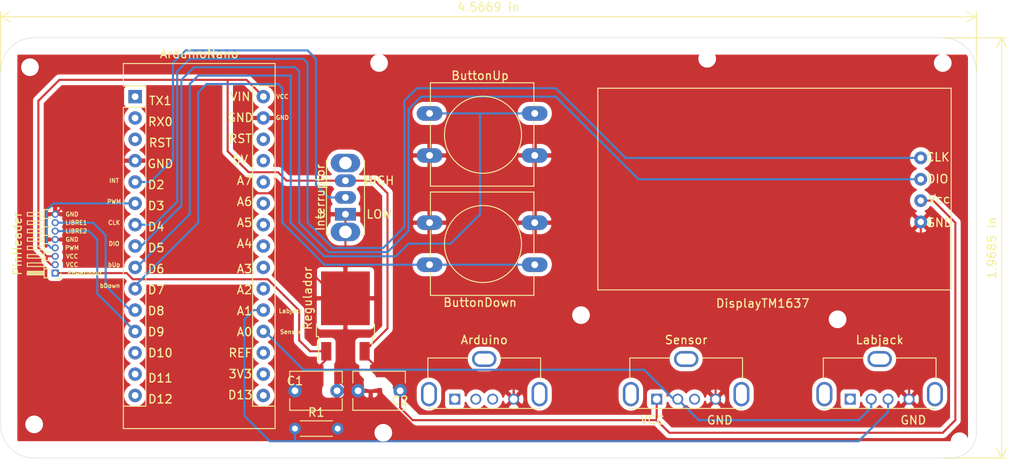
<source format=kicad_pcb>
(kicad_pcb (version 20171130) (host pcbnew 5.1.1-8be2ce7~80~ubuntu16.04.1)

  (general
    (thickness 1.6)
    (drawings 63)
    (tracks 188)
    (zones 0)
    (modules 22)
    (nets 40)
  )

  (page A4)
  (layers
    (0 F.Cu signal)
    (31 B.Cu signal)
    (32 B.Adhes user hide)
    (33 F.Adhes user hide)
    (34 B.Paste user hide)
    (35 F.Paste user hide)
    (36 B.SilkS user hide)
    (37 F.SilkS user)
    (38 B.Mask user hide)
    (39 F.Mask user hide)
    (40 Dwgs.User user hide)
    (41 Cmts.User user hide)
    (42 Eco1.User user hide)
    (43 Eco2.User user hide)
    (44 Edge.Cuts user)
    (45 Margin user hide)
    (46 B.CrtYd user hide)
    (47 F.CrtYd user)
    (48 B.Fab user hide)
    (49 F.Fab user hide)
  )

  (setup
    (last_trace_width 0.25)
    (trace_clearance 0.2)
    (zone_clearance 0.508)
    (zone_45_only no)
    (trace_min 0.1)
    (via_size 0.8)
    (via_drill 0.4)
    (via_min_size 0.2)
    (via_min_drill 0.3)
    (uvia_size 0.3)
    (uvia_drill 0.1)
    (uvias_allowed no)
    (uvia_min_size 0.2)
    (uvia_min_drill 0.1)
    (edge_width 0.05)
    (segment_width 0.2)
    (pcb_text_width 0.3)
    (pcb_text_size 1.5 1.5)
    (mod_edge_width 0.12)
    (mod_text_size 1 1)
    (mod_text_width 0.15)
    (pad_size 1.6 1.6)
    (pad_drill 0.8)
    (pad_to_mask_clearance 0.051)
    (solder_mask_min_width 0.25)
    (aux_axis_origin 31.5 97)
    (grid_origin 50 50)
    (visible_elements FFFFFF7F)
    (pcbplotparams
      (layerselection 0x010fc_ffffffff)
      (usegerberextensions false)
      (usegerberattributes false)
      (usegerberadvancedattributes false)
      (creategerberjobfile false)
      (excludeedgelayer true)
      (linewidth 0.100000)
      (plotframeref false)
      (viasonmask false)
      (mode 1)
      (useauxorigin false)
      (hpglpennumber 1)
      (hpglpenspeed 20)
      (hpglpendiameter 15.000000)
      (psnegative false)
      (psa4output false)
      (plotreference true)
      (plotvalue true)
      (plotinvisibletext false)
      (padsonsilk false)
      (subtractmaskfromsilk false)
      (outputformat 4)
      (mirror false)
      (drillshape 0)
      (scaleselection 1)
      (outputdirectory ""))
  )

  (net 0 "")
  (net 1 LabjackSensor)
  (net 2 GND)
  (net 3 LabjackSC)
  (net 4 Interruptor)
  (net 5 PWM)
  (net 6 ButtonUp)
  (net 7 ButtonDown)
  (net 8 CLK)
  (net 9 DIO)
  (net 10 porSiAca1)
  (net 11 Vcc)
  (net 12 "Net-(Arduino1-Pad5)")
  (net 13 USBD+)
  (net 14 USBD-)
  (net 15 USBVCC)
  (net 16 PowerInput)
  (net 17 "Net-(Labjack1-Pad1)")
  (net 18 "Net-(Labjack1-Pad5)")
  (net 19 "Net-(Sensor1-Pad3)")
  (net 20 "Net-(Sensor1-Pad5)")
  (net 21 porSiAca2)
  (net 22 "Net-(ArduinoNano1-Pad1)")
  (net 23 "Net-(ArduinoNano1-Pad17)")
  (net 24 "Net-(ArduinoNano1-Pad2)")
  (net 25 "Net-(ArduinoNano1-Pad18)")
  (net 26 "Net-(ArduinoNano1-Pad3)")
  (net 27 "Net-(ArduinoNano1-Pad21)")
  (net 28 "Net-(ArduinoNano1-Pad22)")
  (net 29 "Net-(ArduinoNano1-Pad23)")
  (net 30 "Net-(ArduinoNano1-Pad24)")
  (net 31 "Net-(ArduinoNano1-Pad25)")
  (net 32 "Net-(ArduinoNano1-Pad26)")
  (net 33 "Net-(ArduinoNano1-Pad27)")
  (net 34 "Net-(ArduinoNano1-Pad28)")
  (net 35 "Net-(ArduinoNano1-Pad13)")
  (net 36 "Net-(ArduinoNano1-Pad29)")
  (net 37 "Net-(ArduinoNano1-Pad14)")
  (net 38 "Net-(ArduinoNano1-Pad15)")
  (net 39 "Net-(ArduinoNano1-Pad16)")

  (net_class Default "This is the default net class."
    (clearance 0.2)
    (trace_width 0.25)
    (via_dia 0.8)
    (via_drill 0.4)
    (uvia_dia 0.3)
    (uvia_drill 0.1)
    (add_net ButtonDown)
    (add_net ButtonUp)
    (add_net CLK)
    (add_net DIO)
    (add_net GND)
    (add_net Interruptor)
    (add_net LabjackSC)
    (add_net LabjackSensor)
    (add_net "Net-(Arduino1-Pad5)")
    (add_net "Net-(ArduinoNano1-Pad1)")
    (add_net "Net-(ArduinoNano1-Pad13)")
    (add_net "Net-(ArduinoNano1-Pad14)")
    (add_net "Net-(ArduinoNano1-Pad15)")
    (add_net "Net-(ArduinoNano1-Pad16)")
    (add_net "Net-(ArduinoNano1-Pad17)")
    (add_net "Net-(ArduinoNano1-Pad18)")
    (add_net "Net-(ArduinoNano1-Pad2)")
    (add_net "Net-(ArduinoNano1-Pad21)")
    (add_net "Net-(ArduinoNano1-Pad22)")
    (add_net "Net-(ArduinoNano1-Pad23)")
    (add_net "Net-(ArduinoNano1-Pad24)")
    (add_net "Net-(ArduinoNano1-Pad25)")
    (add_net "Net-(ArduinoNano1-Pad26)")
    (add_net "Net-(ArduinoNano1-Pad27)")
    (add_net "Net-(ArduinoNano1-Pad28)")
    (add_net "Net-(ArduinoNano1-Pad29)")
    (add_net "Net-(ArduinoNano1-Pad3)")
    (add_net "Net-(Labjack1-Pad1)")
    (add_net "Net-(Labjack1-Pad5)")
    (add_net "Net-(Sensor1-Pad3)")
    (add_net "Net-(Sensor1-Pad5)")
    (add_net PWM)
    (add_net PowerInput)
    (add_net USBD+)
    (add_net USBD-)
    (add_net USBVCC)
    (add_net Vcc)
    (add_net porSiAca1)
    (add_net porSiAca2)
  )

  (module Capacitor_THT:C_Disc_D6.0mm_W4.4mm_P5.00mm (layer F.Cu) (tedit 5AE50EF0) (tstamp 5CB6DFCD)
    (at 76.5 92 180)
    (descr "C, Disc series, Radial, pin pitch=5.00mm, , diameter*width=6*4.4mm^2, Capacitor")
    (tags "C Disc series Radial pin pitch 5.00mm  diameter 6mm width 4.4mm Capacitor")
    (path /5CB64AC4)
    (fp_text reference C2 (at 0 -1.17) (layer F.SilkS)
      (effects (font (size 1 1) (thickness 0.15)))
    )
    (fp_text value 0.1uF (at 0 1.17) (layer F.Fab)
      (effects (font (size 1 1) (thickness 0.15)))
    )
    (fp_text user %R (at 0 0) (layer F.Fab)
      (effects (font (size 0.25 0.25) (thickness 0.04)))
    )
    (fp_line (start 6.05 -2.45) (end -1.05 -2.45) (layer F.CrtYd) (width 0.05))
    (fp_line (start 6.05 2.45) (end 6.05 -2.45) (layer F.CrtYd) (width 0.05))
    (fp_line (start -1.05 2.45) (end 6.05 2.45) (layer F.CrtYd) (width 0.05))
    (fp_line (start -1.05 -2.45) (end -1.05 2.45) (layer F.CrtYd) (width 0.05))
    (fp_line (start 5.62 0.925) (end 5.62 2.321) (layer F.SilkS) (width 0.12))
    (fp_line (start 5.62 -2.321) (end 5.62 -0.925) (layer F.SilkS) (width 0.12))
    (fp_line (start -0.62 0.925) (end -0.62 2.321) (layer F.SilkS) (width 0.12))
    (fp_line (start -0.62 -2.321) (end -0.62 -0.925) (layer F.SilkS) (width 0.12))
    (fp_line (start -0.62 2.321) (end 5.62 2.321) (layer F.SilkS) (width 0.12))
    (fp_line (start -0.62 -2.321) (end 5.62 -2.321) (layer F.SilkS) (width 0.12))
    (fp_line (start 5.5 -2.2) (end -0.5 -2.2) (layer F.Fab) (width 0.1))
    (fp_line (start 5.5 2.2) (end 5.5 -2.2) (layer F.Fab) (width 0.1))
    (fp_line (start -0.5 2.2) (end 5.5 2.2) (layer F.Fab) (width 0.1))
    (fp_line (start -0.5 -2.2) (end -0.5 2.2) (layer F.Fab) (width 0.1))
    (pad 2 thru_hole circle (at 5 0 180) (size 1.6 1.6) (drill 0.8) (layers *.Cu *.Mask)
      (net 2 GND))
    (pad 1 thru_hole circle (at 0 0 180) (size 1.6 1.6) (drill 0.8) (layers *.Cu *.Mask)
      (net 11 Vcc))
    (model ${KISYS3DMOD}/Capacitor_THT.3dshapes/C_Disc_D6.0mm_W4.4mm_P5.00mm.wrl
      (at (xyz 0 0 0))
      (scale (xyz 1 1 1))
      (rotate (xyz 0 0 0))
    )
  )

  (module Capacitor_THT:C_Disc_D6.0mm_W4.4mm_P5.00mm (layer F.Cu) (tedit 5AE50EF0) (tstamp 5CB6DFBE)
    (at 64 92)
    (descr "C, Disc series, Radial, pin pitch=5.00mm, , diameter*width=6*4.4mm^2, Capacitor")
    (tags "C Disc series Radial pin pitch 5.00mm  diameter 6mm width 4.4mm Capacitor")
    (path /5CB6387E)
    (fp_text reference C1 (at 0 -1.17) (layer F.SilkS)
      (effects (font (size 1 1) (thickness 0.15)))
    )
    (fp_text value 0.33uF (at 0 1.17) (layer F.Fab)
      (effects (font (size 1 1) (thickness 0.15)))
    )
    (fp_text user %R (at 0 0) (layer F.Fab)
      (effects (font (size 0.25 0.25) (thickness 0.04)))
    )
    (fp_line (start 6.05 -2.45) (end -1.05 -2.45) (layer F.CrtYd) (width 0.05))
    (fp_line (start 6.05 2.45) (end 6.05 -2.45) (layer F.CrtYd) (width 0.05))
    (fp_line (start -1.05 2.45) (end 6.05 2.45) (layer F.CrtYd) (width 0.05))
    (fp_line (start -1.05 -2.45) (end -1.05 2.45) (layer F.CrtYd) (width 0.05))
    (fp_line (start 5.62 0.925) (end 5.62 2.321) (layer F.SilkS) (width 0.12))
    (fp_line (start 5.62 -2.321) (end 5.62 -0.925) (layer F.SilkS) (width 0.12))
    (fp_line (start -0.62 0.925) (end -0.62 2.321) (layer F.SilkS) (width 0.12))
    (fp_line (start -0.62 -2.321) (end -0.62 -0.925) (layer F.SilkS) (width 0.12))
    (fp_line (start -0.62 2.321) (end 5.62 2.321) (layer F.SilkS) (width 0.12))
    (fp_line (start -0.62 -2.321) (end 5.62 -2.321) (layer F.SilkS) (width 0.12))
    (fp_line (start 5.5 -2.2) (end -0.5 -2.2) (layer F.Fab) (width 0.1))
    (fp_line (start 5.5 2.2) (end 5.5 -2.2) (layer F.Fab) (width 0.1))
    (fp_line (start -0.5 2.2) (end 5.5 2.2) (layer F.Fab) (width 0.1))
    (fp_line (start -0.5 -2.2) (end -0.5 2.2) (layer F.Fab) (width 0.1))
    (pad 2 thru_hole circle (at 5 0) (size 1.6 1.6) (drill 0.8) (layers *.Cu *.Mask)
      (net 2 GND))
    (pad 1 thru_hole circle (at 0 0) (size 1.6 1.6) (drill 0.8) (layers *.Cu *.Mask)
      (net 16 PowerInput))
    (model ${KISYS3DMOD}/Capacitor_THT.3dshapes/C_Disc_D6.0mm_W4.4mm_P5.00mm.wrl
      (at (xyz 0 0 0))
      (scale (xyz 1 1 1))
      (rotate (xyz 0 0 0))
    )
  )

  (module MountingHole:MountingHole_2.1mm (layer F.Cu) (tedit 5B924765) (tstamp 5CB7993C)
    (at 128.5 83.5)
    (descr "Mounting Hole 2.1mm, no annular")
    (tags "mounting hole 2.1mm no annular")
    (attr virtual)
    (fp_text reference REF** (at 0 -3.2) (layer F.SilkS) hide
      (effects (font (size 1 1) (thickness 0.15)))
    )
    (fp_text value MountingHole_2.1mm (at 0 3.2) (layer F.Fab)
      (effects (font (size 1 1) (thickness 0.15)))
    )
    (fp_text user %R (at 0.3 0) (layer F.Fab)
      (effects (font (size 1 1) (thickness 0.15)))
    )
    (fp_circle (center 0 0) (end 2.1 0) (layer Cmts.User) (width 0.15))
    (fp_circle (center 0 0) (end 2.35 0) (layer F.CrtYd) (width 0.05))
    (pad "" np_thru_hole circle (at 0 0) (size 2.1 2.1) (drill 2.1) (layers *.Cu *.Mask))
  )

  (module MountingHole:MountingHole_2.1mm (layer F.Cu) (tedit 5B924765) (tstamp 5CB7993C)
    (at 98 83)
    (descr "Mounting Hole 2.1mm, no annular")
    (tags "mounting hole 2.1mm no annular")
    (attr virtual)
    (fp_text reference REF** (at 0 -3.2) (layer F.SilkS) hide
      (effects (font (size 1 1) (thickness 0.15)))
    )
    (fp_text value MountingHole_2.1mm (at 0 3.2) (layer F.Fab)
      (effects (font (size 1 1) (thickness 0.15)))
    )
    (fp_text user %R (at 0.3 0) (layer F.Fab)
      (effects (font (size 1 1) (thickness 0.15)))
    )
    (fp_circle (center 0 0) (end 2.1 0) (layer Cmts.User) (width 0.15))
    (fp_circle (center 0 0) (end 2.35 0) (layer F.CrtYd) (width 0.05))
    (pad "" np_thru_hole circle (at 0 0) (size 2.1 2.1) (drill 2.1) (layers *.Cu *.Mask))
  )

  (module MountingHole:MountingHole_2.1mm (layer F.Cu) (tedit 5B924765) (tstamp 5CB7993C)
    (at 143 98)
    (descr "Mounting Hole 2.1mm, no annular")
    (tags "mounting hole 2.1mm no annular")
    (attr virtual)
    (fp_text reference REF** (at 0 -3.2) (layer F.SilkS) hide
      (effects (font (size 1 1) (thickness 0.15)))
    )
    (fp_text value MountingHole_2.1mm (at 0 3.2) (layer F.Fab)
      (effects (font (size 1 1) (thickness 0.15)))
    )
    (fp_text user %R (at 0.3 0) (layer F.Fab)
      (effects (font (size 1 1) (thickness 0.15)))
    )
    (fp_circle (center 0 0) (end 2.1 0) (layer Cmts.User) (width 0.15))
    (fp_circle (center 0 0) (end 2.35 0) (layer F.CrtYd) (width 0.05))
    (pad "" np_thru_hole circle (at 0 0) (size 2.1 2.1) (drill 2.1) (layers *.Cu *.Mask))
  )

  (module MountingHole:MountingHole_2.1mm (layer F.Cu) (tedit 5B924765) (tstamp 5CB7993C)
    (at 74.5 97)
    (descr "Mounting Hole 2.1mm, no annular")
    (tags "mounting hole 2.1mm no annular")
    (attr virtual)
    (fp_text reference REF** (at 0 -3.2) (layer F.SilkS) hide
      (effects (font (size 1 1) (thickness 0.15)))
    )
    (fp_text value MountingHole_2.1mm (at 0 3.2) (layer F.Fab)
      (effects (font (size 1 1) (thickness 0.15)))
    )
    (fp_text user %R (at 0.3 0) (layer F.Fab)
      (effects (font (size 1 1) (thickness 0.15)))
    )
    (fp_circle (center 0 0) (end 2.1 0) (layer Cmts.User) (width 0.15))
    (fp_circle (center 0 0) (end 2.35 0) (layer F.CrtYd) (width 0.05))
    (pad "" np_thru_hole circle (at 0 0) (size 2.1 2.1) (drill 2.1) (layers *.Cu *.Mask))
  )

  (module MountingHole:MountingHole_2.1mm (layer F.Cu) (tedit 5B924765) (tstamp 5CB7993C)
    (at 113 52.5)
    (descr "Mounting Hole 2.1mm, no annular")
    (tags "mounting hole 2.1mm no annular")
    (attr virtual)
    (fp_text reference REF** (at 0 -3.2) (layer F.SilkS) hide
      (effects (font (size 1 1) (thickness 0.15)))
    )
    (fp_text value MountingHole_2.1mm (at 0 3.2) (layer F.Fab)
      (effects (font (size 1 1) (thickness 0.15)))
    )
    (fp_text user %R (at 0.3 0) (layer F.Fab)
      (effects (font (size 1 1) (thickness 0.15)))
    )
    (fp_circle (center 0 0) (end 2.1 0) (layer Cmts.User) (width 0.15))
    (fp_circle (center 0 0) (end 2.35 0) (layer F.CrtYd) (width 0.05))
    (pad "" np_thru_hole circle (at 0 0) (size 2.1 2.1) (drill 2.1) (layers *.Cu *.Mask))
  )

  (module MountingHole:MountingHole_2.1mm (layer F.Cu) (tedit 5B924765) (tstamp 5CB7993C)
    (at 33 96)
    (descr "Mounting Hole 2.1mm, no annular")
    (tags "mounting hole 2.1mm no annular")
    (attr virtual)
    (fp_text reference REF** (at 0 -3.2) (layer F.SilkS) hide
      (effects (font (size 1 1) (thickness 0.15)))
    )
    (fp_text value MountingHole_2.1mm (at 0 3.2) (layer F.Fab)
      (effects (font (size 1 1) (thickness 0.15)))
    )
    (fp_text user %R (at 0.3 0) (layer F.Fab)
      (effects (font (size 1 1) (thickness 0.15)))
    )
    (fp_circle (center 0 0) (end 2.1 0) (layer Cmts.User) (width 0.15))
    (fp_circle (center 0 0) (end 2.35 0) (layer F.CrtYd) (width 0.05))
    (pad "" np_thru_hole circle (at 0 0) (size 2.1 2.1) (drill 2.1) (layers *.Cu *.Mask))
  )

  (module MountingHole:MountingHole_2.1mm (layer F.Cu) (tedit 5B924765) (tstamp 5CB7993C)
    (at 141 53)
    (descr "Mounting Hole 2.1mm, no annular")
    (tags "mounting hole 2.1mm no annular")
    (attr virtual)
    (fp_text reference REF** (at 0 -3.2) (layer F.SilkS) hide
      (effects (font (size 1 1) (thickness 0.15)))
    )
    (fp_text value MountingHole_2.1mm (at 0 3.2) (layer F.Fab)
      (effects (font (size 1 1) (thickness 0.15)))
    )
    (fp_text user %R (at 0.3 0) (layer F.Fab)
      (effects (font (size 1 1) (thickness 0.15)))
    )
    (fp_circle (center 0 0) (end 2.1 0) (layer Cmts.User) (width 0.15))
    (fp_circle (center 0 0) (end 2.35 0) (layer F.CrtYd) (width 0.05))
    (pad "" np_thru_hole circle (at 0 0) (size 2.1 2.1) (drill 2.1) (layers *.Cu *.Mask))
  )

  (module MountingHole:MountingHole_2.1mm (layer F.Cu) (tedit 5B924765) (tstamp 5CB7993C)
    (at 32.5 53.5)
    (descr "Mounting Hole 2.1mm, no annular")
    (tags "mounting hole 2.1mm no annular")
    (attr virtual)
    (fp_text reference REF** (at 0 -3.2) (layer F.SilkS) hide
      (effects (font (size 1 1) (thickness 0.15)))
    )
    (fp_text value MountingHole_2.1mm (at 0 3.2) (layer F.Fab)
      (effects (font (size 1 1) (thickness 0.15)))
    )
    (fp_text user %R (at 0.3 0) (layer F.Fab)
      (effects (font (size 1 1) (thickness 0.15)))
    )
    (fp_circle (center 0 0) (end 2.1 0) (layer Cmts.User) (width 0.15))
    (fp_circle (center 0 0) (end 2.35 0) (layer F.CrtYd) (width 0.05))
    (pad "" np_thru_hole circle (at 0 0) (size 2.1 2.1) (drill 2.1) (layers *.Cu *.Mask))
  )

  (module MountingHole:MountingHole_2.1mm (layer F.Cu) (tedit 5B924765) (tstamp 5CB7991E)
    (at 74 53)
    (descr "Mounting Hole 2.1mm, no annular")
    (tags "mounting hole 2.1mm no annular")
    (attr virtual)
    (fp_text reference REF** (at 0 -3.2) (layer F.SilkS) hide
      (effects (font (size 1 1) (thickness 0.15)))
    )
    (fp_text value MountingHole_2.1mm (at 0 3.2) (layer F.Fab)
      (effects (font (size 1 1) (thickness 0.15)))
    )
    (fp_circle (center 0 0) (end 2.35 0) (layer F.CrtYd) (width 0.05))
    (fp_circle (center 0 0) (end 2.1 0) (layer Cmts.User) (width 0.15))
    (fp_text user %R (at 0.3 0) (layer F.Fab)
      (effects (font (size 1 1) (thickness 0.15)))
    )
    (pad "" np_thru_hole circle (at 0 0) (size 2.1 2.1) (drill 2.1) (layers *.Cu *.Mask))
  )

  (module SuperLibreria:TM1637Cool (layer F.Cu) (tedit 5CB72301) (tstamp 5CB6E06E)
    (at 100 56)
    (path /5CB603EC)
    (fp_text reference DisplayTM1637 (at 19.6 25.6) (layer F.SilkS)
      (effects (font (size 1 1) (thickness 0.15)))
    )
    (fp_text value TM1637 (at 19.6 12) (layer F.Fab)
      (effects (font (size 1 1) (thickness 0.15)))
    )
    (fp_text user GND (at 40.6 16) (layer F.SilkS)
      (effects (font (size 1 1) (thickness 0.15)))
    )
    (fp_text user DIO (at 40.4 10.8) (layer F.SilkS)
      (effects (font (size 1 1) (thickness 0.15)))
    )
    (fp_text user CLK (at 40.4 8.2) (layer F.SilkS)
      (effects (font (size 1 1) (thickness 0.15)))
    )
    (fp_text user Vcc (at 40.6 13.2) (layer F.SilkS)
      (effects (font (size 1 1) (thickness 0.15)))
    )
    (fp_line (start 0 24) (end 0 0) (layer F.SilkS) (width 0.12))
    (fp_line (start 42 24) (end 0 24) (layer F.SilkS) (width 0.12))
    (fp_line (start 42 0) (end 42 24) (layer F.SilkS) (width 0.12))
    (fp_line (start 0 0) (end 42 0) (layer F.SilkS) (width 0.12))
    (pad 4 thru_hole circle (at 38.382 15.912) (size 1.524 1.524) (drill 0.762) (layers *.Cu *.Mask)
      (net 2 GND))
    (pad 3 thru_hole circle (at 38.382 13.372) (size 1.524 1.524) (drill 0.762) (layers *.Cu *.Mask)
      (net 11 Vcc))
    (pad 2 thru_hole circle (at 38.382 10.832) (size 1.524 1.524) (drill 0.762) (layers *.Cu *.Mask)
      (net 9 DIO))
    (pad 1 thru_hole circle (at 38.382 8.292) (size 1.524 1.524) (drill 0.762) (layers *.Cu *.Mask)
      (net 8 CLK))
  )

  (module Module:Arduino_Nano (layer F.Cu) (tedit 5CB724E8) (tstamp 5CB6DF93)
    (at 45 57)
    (descr "Arduino Nano, http://www.mouser.com/pdfdocs/Gravitech_Arduino_Nano3_0.pdf")
    (tags "Arduino Nano")
    (path /5CB65795)
    (fp_text reference ArduinoNano (at 7.62 -5.08) (layer F.SilkS)
      (effects (font (size 1 1) (thickness 0.15)))
    )
    (fp_text value Arduino_Nano_v3.x (at 8.89 19.05 90) (layer F.Fab)
      (effects (font (size 1 1) (thickness 0.15)))
    )
    (fp_text user %R (at 6.35 19.05 90) (layer F.Fab)
      (effects (font (size 1 1) (thickness 0.15)))
    )
    (fp_line (start 1.27 1.27) (end 1.27 -1.27) (layer F.SilkS) (width 0.12))
    (fp_line (start 1.27 -1.27) (end -1.4 -1.27) (layer F.SilkS) (width 0.12))
    (fp_line (start -1.4 1.27) (end -1.4 39.5) (layer F.SilkS) (width 0.12))
    (fp_line (start -1.4 -3.94) (end -1.4 -1.27) (layer F.SilkS) (width 0.12))
    (fp_line (start 13.97 -1.27) (end 16.64 -1.27) (layer F.SilkS) (width 0.12))
    (fp_line (start 13.97 -1.27) (end 13.97 36.83) (layer F.SilkS) (width 0.12))
    (fp_line (start 13.97 36.83) (end 16.64 36.83) (layer F.SilkS) (width 0.12))
    (fp_line (start 1.27 1.27) (end -1.4 1.27) (layer F.SilkS) (width 0.12))
    (fp_line (start 1.27 1.27) (end 1.27 36.83) (layer F.SilkS) (width 0.12))
    (fp_line (start 1.27 36.83) (end -1.4 36.83) (layer F.SilkS) (width 0.12))
    (fp_line (start 3.81 31.75) (end 11.43 31.75) (layer F.Fab) (width 0.1))
    (fp_line (start 11.43 31.75) (end 11.43 41.91) (layer F.Fab) (width 0.1))
    (fp_line (start 11.43 41.91) (end 3.81 41.91) (layer F.Fab) (width 0.1))
    (fp_line (start 3.81 41.91) (end 3.81 31.75) (layer F.Fab) (width 0.1))
    (fp_line (start -1.4 39.5) (end 16.64 39.5) (layer F.SilkS) (width 0.12))
    (fp_line (start 16.64 39.5) (end 16.64 -3.94) (layer F.SilkS) (width 0.12))
    (fp_line (start 16.64 -3.94) (end -1.4 -3.94) (layer F.SilkS) (width 0.12))
    (fp_line (start 16.51 39.37) (end -1.27 39.37) (layer F.Fab) (width 0.1))
    (fp_line (start -1.27 39.37) (end -1.27 -2.54) (layer F.Fab) (width 0.1))
    (fp_line (start -1.27 -2.54) (end 0 -3.81) (layer F.Fab) (width 0.1))
    (fp_line (start 0 -3.81) (end 16.51 -3.81) (layer F.Fab) (width 0.1))
    (fp_line (start 16.51 -3.81) (end 16.51 39.37) (layer F.Fab) (width 0.1))
    (fp_line (start -1.53 -4.06) (end 16.75 -4.06) (layer F.CrtYd) (width 0.05))
    (fp_line (start -1.53 -4.06) (end -1.53 42.16) (layer F.CrtYd) (width 0.05))
    (fp_line (start 16.75 42.16) (end 16.75 -4.06) (layer F.CrtYd) (width 0.05))
    (fp_line (start 16.75 42.16) (end -1.53 42.16) (layer F.CrtYd) (width 0.05))
    (pad 1 thru_hole rect (at 0 0) (size 1.6 1.6) (drill 0.8) (layers *.Cu *.Mask)
      (net 22 "Net-(ArduinoNano1-Pad1)"))
    (pad 17 thru_hole oval (at 15.24 33.02) (size 1.6 1.6) (drill 0.8) (layers *.Cu *.Mask)
      (net 23 "Net-(ArduinoNano1-Pad17)"))
    (pad 2 thru_hole oval (at 0 2.54) (size 1.6 1.6) (drill 0.8) (layers *.Cu *.Mask)
      (net 24 "Net-(ArduinoNano1-Pad2)"))
    (pad 18 thru_hole oval (at 15.24 30.48) (size 1.6 1.6) (drill 0.8) (layers *.Cu *.Mask)
      (net 25 "Net-(ArduinoNano1-Pad18)"))
    (pad 3 thru_hole oval (at 0 5.08) (size 1.6 1.6) (drill 0.8) (layers *.Cu *.Mask)
      (net 26 "Net-(ArduinoNano1-Pad3)"))
    (pad 19 thru_hole oval (at 15.24 27.94) (size 1.6 1.6) (drill 0.8) (layers *.Cu *.Mask)
      (net 1 LabjackSensor))
    (pad 4 thru_hole oval (at 0 7.62) (size 1.6 1.6) (drill 0.8) (layers *.Cu *.Mask)
      (net 2 GND))
    (pad 20 thru_hole oval (at 15.24 25.4) (size 1.6 1.6) (drill 0.8) (layers *.Cu *.Mask)
      (net 3 LabjackSC))
    (pad 5 thru_hole oval (at 0 10.16) (size 1.6 1.6) (drill 0.8) (layers *.Cu *.Mask)
      (net 4 Interruptor))
    (pad 21 thru_hole oval (at 15.24 22.86) (size 1.6 1.6) (drill 0.8) (layers *.Cu *.Mask)
      (net 27 "Net-(ArduinoNano1-Pad21)"))
    (pad 6 thru_hole oval (at 0 12.7) (size 1.6 1.6) (drill 0.8) (layers *.Cu *.Mask)
      (net 5 PWM))
    (pad 22 thru_hole oval (at 15.24 20.32) (size 1.6 1.6) (drill 0.8) (layers *.Cu *.Mask)
      (net 28 "Net-(ArduinoNano1-Pad22)"))
    (pad 7 thru_hole oval (at 0 15.24) (size 1.6 1.6) (drill 0.8) (layers *.Cu *.Mask)
      (net 8 CLK))
    (pad 23 thru_hole oval (at 15.24 17.78) (size 1.6 1.6) (drill 0.8) (layers *.Cu *.Mask)
      (net 29 "Net-(ArduinoNano1-Pad23)"))
    (pad 8 thru_hole oval (at 0 17.78) (size 1.6 1.6) (drill 0.8) (layers *.Cu *.Mask)
      (net 9 DIO))
    (pad 24 thru_hole oval (at 15.24 15.24) (size 1.6 1.6) (drill 0.8) (layers *.Cu *.Mask)
      (net 30 "Net-(ArduinoNano1-Pad24)"))
    (pad 9 thru_hole oval (at 0 20.32) (size 1.6 1.6) (drill 0.8) (layers *.Cu *.Mask)
      (net 6 ButtonUp))
    (pad 25 thru_hole oval (at 15.24 12.7) (size 1.6 1.6) (drill 0.8) (layers *.Cu *.Mask)
      (net 31 "Net-(ArduinoNano1-Pad25)"))
    (pad 10 thru_hole oval (at 0 22.86) (size 1.6 1.6) (drill 0.8) (layers *.Cu *.Mask)
      (net 7 ButtonDown))
    (pad 26 thru_hole oval (at 15.24 10.16) (size 1.6 1.6) (drill 0.8) (layers *.Cu *.Mask)
      (net 32 "Net-(ArduinoNano1-Pad26)"))
    (pad 11 thru_hole oval (at 0 25.4) (size 1.6 1.6) (drill 0.8) (layers *.Cu *.Mask)
      (net 10 porSiAca1))
    (pad 27 thru_hole oval (at 15.24 7.62) (size 1.6 1.6) (drill 0.8) (layers *.Cu *.Mask)
      (net 33 "Net-(ArduinoNano1-Pad27)"))
    (pad 12 thru_hole oval (at 0 27.94) (size 1.6 1.6) (drill 0.8) (layers *.Cu *.Mask)
      (net 21 porSiAca2))
    (pad 28 thru_hole oval (at 15.24 5.08) (size 1.6 1.6) (drill 0.8) (layers *.Cu *.Mask)
      (net 34 "Net-(ArduinoNano1-Pad28)"))
    (pad 13 thru_hole oval (at 0 30.48) (size 1.6 1.6) (drill 0.8) (layers *.Cu *.Mask)
      (net 35 "Net-(ArduinoNano1-Pad13)"))
    (pad 29 thru_hole oval (at 15.24 2.54) (size 1.6 1.6) (drill 0.8) (layers *.Cu *.Mask)
      (net 36 "Net-(ArduinoNano1-Pad29)"))
    (pad 14 thru_hole oval (at 0 33.02) (size 1.6 1.6) (drill 0.8) (layers *.Cu *.Mask)
      (net 37 "Net-(ArduinoNano1-Pad14)"))
    (pad 30 thru_hole oval (at 15.24 0) (size 1.6 1.6) (drill 0.8) (layers *.Cu *.Mask)
      (net 11 Vcc))
    (pad 15 thru_hole oval (at 0 35.56) (size 1.6 1.6) (drill 0.8) (layers *.Cu *.Mask)
      (net 38 "Net-(ArduinoNano1-Pad15)"))
    (pad 16 thru_hole oval (at 15.24 35.56) (size 1.6 1.6) (drill 0.8) (layers *.Cu *.Mask)
      (net 39 "Net-(ArduinoNano1-Pad16)"))
    (model ${KISYS3DMOD}/Module.3dshapes/Arduino_Nano_WithMountingHoles.wrl
      (at (xyz 0 0 0))
      (scale (xyz 1 1 1))
      (rotate (xyz 0 0 0))
    )
  )

  (module Connector_USB:USB_A_Molex_105057_Vertical (layer F.Cu) (tedit 5C671087) (tstamp 5CB6DFAF)
    (at 83 93)
    (descr https://www.molex.com/pdm_docs/sd/1050570001_sd.pdf)
    (tags "USB A Vertical")
    (path /5CB84344)
    (fp_text reference Arduino (at 3.5 -7.05) (layer F.SilkS)
      (effects (font (size 1 1) (thickness 0.15)))
    )
    (fp_text value USB_A (at 3.5 2.4) (layer F.Fab)
      (effects (font (size 1 1) (thickness 0.15)))
    )
    (fp_line (start 10.2 1.1) (end -3.2 1.1) (layer F.SilkS) (width 0.12))
    (fp_line (start 10.2 -4.9) (end 5.25 -4.9) (layer F.SilkS) (width 0.12))
    (fp_line (start 10.2 -4.9) (end 10.2 -2.3) (layer F.SilkS) (width 0.12))
    (fp_line (start -3.2 -4.9) (end -3.2 -2.3) (layer F.SilkS) (width 0.12))
    (fp_line (start -3.2 -4.9) (end 1.75 -4.9) (layer F.SilkS) (width 0.12))
    (fp_line (start 10.05 0.96) (end 0.65 0.96) (layer F.Fab) (width 0.1))
    (fp_line (start -0.65 0.96) (end -3.05 0.96) (layer F.Fab) (width 0.1))
    (fp_line (start 0 0.2) (end 0.65 0.96) (layer F.Fab) (width 0.1))
    (fp_line (start -0.65 0.96) (end 0 0.2) (layer F.Fab) (width 0.1))
    (fp_line (start -4.52 -6.23) (end 11.52 -6.23) (layer F.CrtYd) (width 0.05))
    (fp_line (start -4.52 1.46) (end -4.52 -6.23) (layer F.CrtYd) (width 0.05))
    (fp_line (start 11.52 1.46) (end -4.52 1.46) (layer F.CrtYd) (width 0.05))
    (fp_line (start 11.52 -6.23) (end 11.52 1.46) (layer F.CrtYd) (width 0.05))
    (fp_line (start -3.05 0.96) (end -3.05 -4.76) (layer F.Fab) (width 0.1))
    (fp_line (start 10.05 -4.76) (end 10.05 0.96) (layer F.Fab) (width 0.1))
    (fp_line (start -3.05 -4.76) (end 10.05 -4.76) (layer F.Fab) (width 0.1))
    (fp_text user %R (at 3.45 -2.15) (layer F.Fab)
      (effects (font (size 1 1) (thickness 0.15)))
    )
    (pad 5 thru_hole oval (at 3.5 -4.78 90) (size 1.9 2.9) (drill oval 1.3 2.3) (layers *.Cu *.Mask)
      (net 12 "Net-(Arduino1-Pad5)"))
    (pad 5 thru_hole oval (at 10.07 -0.6) (size 1.9 2.9) (drill oval 1.3 2.3) (layers *.Cu *.Mask)
      (net 12 "Net-(Arduino1-Pad5)"))
    (pad 5 thru_hole oval (at -3.07 -0.6 180) (size 1.9 2.9) (drill oval 1.3 2.3) (layers *.Cu *.Mask)
      (net 12 "Net-(Arduino1-Pad5)"))
    (pad 4 thru_hole circle (at 7 0) (size 1.3 1.3) (drill 0.9) (layers *.Cu *.Mask)
      (net 2 GND))
    (pad 3 thru_hole circle (at 4.5 0) (size 1.3 1.3) (drill 0.9) (layers *.Cu *.Mask)
      (net 13 USBD+))
    (pad 2 thru_hole circle (at 2.5 0) (size 1.3 1.3) (drill 0.9) (layers *.Cu *.Mask)
      (net 14 USBD-))
    (pad 1 thru_hole rect (at 0 0) (size 1.3 1.3) (drill 0.9) (layers *.Cu *.Mask)
      (net 15 USBVCC))
    (model ${KISYS3DMOD}/Connector_USB.3dshapes/USB_A_Molex_105057_Vertical.wrl
      (at (xyz 0 0 0))
      (scale (xyz 1 1 1))
      (rotate (xyz 0 0 0))
    )
  )

  (module Connector_USB:USB_A_Molex_105057_Vertical (layer F.Cu) (tedit 5C671087) (tstamp 5CB6DFE9)
    (at 130 93)
    (descr https://www.molex.com/pdm_docs/sd/1050570001_sd.pdf)
    (tags "USB A Vertical")
    (path /5CB8D2B0)
    (fp_text reference Labjack (at 3.5 -7.05) (layer F.SilkS)
      (effects (font (size 1 1) (thickness 0.15)))
    )
    (fp_text value USB_A (at 3.5 2.4) (layer F.Fab)
      (effects (font (size 1 1) (thickness 0.15)))
    )
    (fp_text user %R (at 3.45 -2.15) (layer F.Fab)
      (effects (font (size 1 1) (thickness 0.15)))
    )
    (fp_line (start -3.05 -4.76) (end 10.05 -4.76) (layer F.Fab) (width 0.1))
    (fp_line (start 10.05 -4.76) (end 10.05 0.96) (layer F.Fab) (width 0.1))
    (fp_line (start -3.05 0.96) (end -3.05 -4.76) (layer F.Fab) (width 0.1))
    (fp_line (start 11.52 -6.23) (end 11.52 1.46) (layer F.CrtYd) (width 0.05))
    (fp_line (start 11.52 1.46) (end -4.52 1.46) (layer F.CrtYd) (width 0.05))
    (fp_line (start -4.52 1.46) (end -4.52 -6.23) (layer F.CrtYd) (width 0.05))
    (fp_line (start -4.52 -6.23) (end 11.52 -6.23) (layer F.CrtYd) (width 0.05))
    (fp_line (start -0.65 0.96) (end 0 0.2) (layer F.Fab) (width 0.1))
    (fp_line (start 0 0.2) (end 0.65 0.96) (layer F.Fab) (width 0.1))
    (fp_line (start -0.65 0.96) (end -3.05 0.96) (layer F.Fab) (width 0.1))
    (fp_line (start 10.05 0.96) (end 0.65 0.96) (layer F.Fab) (width 0.1))
    (fp_line (start -3.2 -4.9) (end 1.75 -4.9) (layer F.SilkS) (width 0.12))
    (fp_line (start -3.2 -4.9) (end -3.2 -2.3) (layer F.SilkS) (width 0.12))
    (fp_line (start 10.2 -4.9) (end 10.2 -2.3) (layer F.SilkS) (width 0.12))
    (fp_line (start 10.2 -4.9) (end 5.25 -4.9) (layer F.SilkS) (width 0.12))
    (fp_line (start 10.2 1.1) (end -3.2 1.1) (layer F.SilkS) (width 0.12))
    (pad 1 thru_hole rect (at 0 0) (size 1.3 1.3) (drill 0.9) (layers *.Cu *.Mask)
      (net 17 "Net-(Labjack1-Pad1)"))
    (pad 2 thru_hole circle (at 2.5 0) (size 1.3 1.3) (drill 0.9) (layers *.Cu *.Mask)
      (net 1 LabjackSensor))
    (pad 3 thru_hole circle (at 4.5 0) (size 1.3 1.3) (drill 0.9) (layers *.Cu *.Mask)
      (net 3 LabjackSC))
    (pad 4 thru_hole circle (at 7 0) (size 1.3 1.3) (drill 0.9) (layers *.Cu *.Mask)
      (net 2 GND))
    (pad 5 thru_hole oval (at -3.07 -0.6 180) (size 1.9 2.9) (drill oval 1.3 2.3) (layers *.Cu *.Mask)
      (net 18 "Net-(Labjack1-Pad5)"))
    (pad 5 thru_hole oval (at 10.07 -0.6) (size 1.9 2.9) (drill oval 1.3 2.3) (layers *.Cu *.Mask)
      (net 18 "Net-(Labjack1-Pad5)"))
    (pad 5 thru_hole oval (at 3.5 -4.78 90) (size 1.9 2.9) (drill oval 1.3 2.3) (layers *.Cu *.Mask)
      (net 18 "Net-(Labjack1-Pad5)"))
    (model ${KISYS3DMOD}/Connector_USB.3dshapes/USB_A_Molex_105057_Vertical.wrl
      (at (xyz 0 0 0))
      (scale (xyz 1 1 1))
      (rotate (xyz 0 0 0))
    )
  )

  (module Connector_USB:USB_A_Molex_105057_Vertical (layer F.Cu) (tedit 5C671087) (tstamp 5CB6E005)
    (at 107 93)
    (descr https://www.molex.com/pdm_docs/sd/1050570001_sd.pdf)
    (tags "USB A Vertical")
    (path /5CB8BD53)
    (fp_text reference Sensor (at 3.5 -7.05) (layer F.SilkS)
      (effects (font (size 1 1) (thickness 0.15)))
    )
    (fp_text value USB_A (at 3.5 2.4) (layer F.Fab)
      (effects (font (size 1 1) (thickness 0.15)))
    )
    (fp_text user %R (at 3.45 -2.15) (layer F.Fab)
      (effects (font (size 1 1) (thickness 0.15)))
    )
    (fp_line (start -3.05 -4.76) (end 10.05 -4.76) (layer F.Fab) (width 0.1))
    (fp_line (start 10.05 -4.76) (end 10.05 0.96) (layer F.Fab) (width 0.1))
    (fp_line (start -3.05 0.96) (end -3.05 -4.76) (layer F.Fab) (width 0.1))
    (fp_line (start 11.52 -6.23) (end 11.52 1.46) (layer F.CrtYd) (width 0.05))
    (fp_line (start 11.52 1.46) (end -4.52 1.46) (layer F.CrtYd) (width 0.05))
    (fp_line (start -4.52 1.46) (end -4.52 -6.23) (layer F.CrtYd) (width 0.05))
    (fp_line (start -4.52 -6.23) (end 11.52 -6.23) (layer F.CrtYd) (width 0.05))
    (fp_line (start -0.65 0.96) (end 0 0.2) (layer F.Fab) (width 0.1))
    (fp_line (start 0 0.2) (end 0.65 0.96) (layer F.Fab) (width 0.1))
    (fp_line (start -0.65 0.96) (end -3.05 0.96) (layer F.Fab) (width 0.1))
    (fp_line (start 10.05 0.96) (end 0.65 0.96) (layer F.Fab) (width 0.1))
    (fp_line (start -3.2 -4.9) (end 1.75 -4.9) (layer F.SilkS) (width 0.12))
    (fp_line (start -3.2 -4.9) (end -3.2 -2.3) (layer F.SilkS) (width 0.12))
    (fp_line (start 10.2 -4.9) (end 10.2 -2.3) (layer F.SilkS) (width 0.12))
    (fp_line (start 10.2 -4.9) (end 5.25 -4.9) (layer F.SilkS) (width 0.12))
    (fp_line (start 10.2 1.1) (end -3.2 1.1) (layer F.SilkS) (width 0.12))
    (pad 1 thru_hole rect (at 0 0) (size 1.3 1.3) (drill 0.9) (layers *.Cu *.Mask)
      (net 11 Vcc))
    (pad 2 thru_hole circle (at 2.5 0) (size 1.3 1.3) (drill 0.9) (layers *.Cu *.Mask)
      (net 1 LabjackSensor))
    (pad 3 thru_hole circle (at 4.5 0) (size 1.3 1.3) (drill 0.9) (layers *.Cu *.Mask)
      (net 19 "Net-(Sensor1-Pad3)"))
    (pad 4 thru_hole circle (at 7 0) (size 1.3 1.3) (drill 0.9) (layers *.Cu *.Mask)
      (net 2 GND))
    (pad 5 thru_hole oval (at -3.07 -0.6 180) (size 1.9 2.9) (drill oval 1.3 2.3) (layers *.Cu *.Mask)
      (net 20 "Net-(Sensor1-Pad5)"))
    (pad 5 thru_hole oval (at 10.07 -0.6) (size 1.9 2.9) (drill oval 1.3 2.3) (layers *.Cu *.Mask)
      (net 20 "Net-(Sensor1-Pad5)"))
    (pad 5 thru_hole oval (at 3.5 -4.78 90) (size 1.9 2.9) (drill oval 1.3 2.3) (layers *.Cu *.Mask)
      (net 20 "Net-(Sensor1-Pad5)"))
    (model ${KISYS3DMOD}/Connector_USB.3dshapes/USB_A_Molex_105057_Vertical.wrl
      (at (xyz 0 0 0))
      (scale (xyz 1 1 1))
      (rotate (xyz 0 0 0))
    )
  )

  (module Button_Switch_THT:SW_PUSH-12mm (layer F.Cu) (tedit 5A02FE31) (tstamp 5CB6E01F)
    (at 80 59)
    (descr "SW PUSH 12mm https://www.e-switch.com/system/asset/product_line/data_sheet/143/TL1100.pdf")
    (tags "tact sw push 12mm")
    (path /5CB58EDF)
    (fp_text reference ButtonUp (at 6 -4.5) (layer F.SilkS)
      (effects (font (size 1 1) (thickness 0.15)))
    )
    (fp_text value SW_Push (at 6.62 9.93) (layer F.Fab)
      (effects (font (size 1 1) (thickness 0.15)))
    )
    (fp_line (start 0.25 8.5) (end 12.25 8.5) (layer F.Fab) (width 0.1))
    (fp_line (start 0.25 -3.5) (end 12.25 -3.5) (layer F.Fab) (width 0.1))
    (fp_line (start 12.25 -3.5) (end 12.25 8.5) (layer F.Fab) (width 0.1))
    (fp_text user %R (at 6.35 2.54) (layer F.Fab)
      (effects (font (size 1 1) (thickness 0.15)))
    )
    (fp_line (start 0.1 -3.65) (end 12.4 -3.65) (layer F.SilkS) (width 0.12))
    (fp_line (start 12.4 0.93) (end 12.4 4.07) (layer F.SilkS) (width 0.12))
    (fp_line (start 12.4 8.65) (end 0.1 8.65) (layer F.SilkS) (width 0.12))
    (fp_line (start 0.1 -0.93) (end 0.1 -3.65) (layer F.SilkS) (width 0.12))
    (fp_line (start -1.77 -3.75) (end 14.25 -3.75) (layer F.CrtYd) (width 0.05))
    (fp_line (start -1.77 -3.75) (end -1.77 8.75) (layer F.CrtYd) (width 0.05))
    (fp_line (start 14.25 8.75) (end 14.25 -3.75) (layer F.CrtYd) (width 0.05))
    (fp_line (start 14.25 8.75) (end -1.77 8.75) (layer F.CrtYd) (width 0.05))
    (fp_circle (center 6.35 2.54) (end 10.16 5.08) (layer F.SilkS) (width 0.12))
    (fp_line (start 0.25 -3.5) (end 0.25 8.5) (layer F.Fab) (width 0.1))
    (fp_line (start 0.1 8.65) (end 0.1 5.93) (layer F.SilkS) (width 0.12))
    (fp_line (start 0.1 4.07) (end 0.1 0.93) (layer F.SilkS) (width 0.12))
    (fp_line (start 12.4 5.93) (end 12.4 8.65) (layer F.SilkS) (width 0.12))
    (fp_line (start 12.4 -3.65) (end 12.4 -0.93) (layer F.SilkS) (width 0.12))
    (pad 1 thru_hole oval (at 12.5 0) (size 3.048 1.7272) (drill 0.8128) (layers *.Cu *.Mask)
      (net 6 ButtonUp))
    (pad 2 thru_hole oval (at 12.5 5) (size 3.048 1.7272) (drill 0.8128) (layers *.Cu *.Mask)
      (net 2 GND))
    (pad 1 thru_hole oval (at 0 0) (size 3.048 1.7272) (drill 0.8128) (layers *.Cu *.Mask)
      (net 6 ButtonUp))
    (pad 2 thru_hole oval (at 0 5) (size 3.048 1.7272) (drill 0.8128) (layers *.Cu *.Mask)
      (net 2 GND))
    (model ${KISYS3DMOD}/Button_Switch_THT.3dshapes/SW_PUSH-12mm.wrl
      (at (xyz 0 0 0))
      (scale (xyz 1 1 1))
      (rotate (xyz 0 0 0))
    )
  )

  (module Button_Switch_THT:SW_PUSH-12mm (layer F.Cu) (tedit 5A02FE31) (tstamp 5CB6E039)
    (at 80 72)
    (descr "SW PUSH 12mm https://www.e-switch.com/system/asset/product_line/data_sheet/143/TL1100.pdf")
    (tags "tact sw push 12mm")
    (path /5CB5952F)
    (fp_text reference ButtonDown (at 6 9.5) (layer F.SilkS)
      (effects (font (size 1 1) (thickness 0.15)))
    )
    (fp_text value SW_Push (at 6.62 9.93) (layer F.Fab)
      (effects (font (size 1 1) (thickness 0.15)))
    )
    (fp_line (start 12.4 -3.65) (end 12.4 -0.93) (layer F.SilkS) (width 0.12))
    (fp_line (start 12.4 5.93) (end 12.4 8.65) (layer F.SilkS) (width 0.12))
    (fp_line (start 0.1 4.07) (end 0.1 0.93) (layer F.SilkS) (width 0.12))
    (fp_line (start 0.1 8.65) (end 0.1 5.93) (layer F.SilkS) (width 0.12))
    (fp_line (start 0.25 -3.5) (end 0.25 8.5) (layer F.Fab) (width 0.1))
    (fp_circle (center 6.35 2.54) (end 10.16 5.08) (layer F.SilkS) (width 0.12))
    (fp_line (start 14.25 8.75) (end -1.77 8.75) (layer F.CrtYd) (width 0.05))
    (fp_line (start 14.25 8.75) (end 14.25 -3.75) (layer F.CrtYd) (width 0.05))
    (fp_line (start -1.77 -3.75) (end -1.77 8.75) (layer F.CrtYd) (width 0.05))
    (fp_line (start -1.77 -3.75) (end 14.25 -3.75) (layer F.CrtYd) (width 0.05))
    (fp_line (start 0.1 -0.93) (end 0.1 -3.65) (layer F.SilkS) (width 0.12))
    (fp_line (start 12.4 8.65) (end 0.1 8.65) (layer F.SilkS) (width 0.12))
    (fp_line (start 12.4 0.93) (end 12.4 4.07) (layer F.SilkS) (width 0.12))
    (fp_line (start 0.1 -3.65) (end 12.4 -3.65) (layer F.SilkS) (width 0.12))
    (fp_text user %R (at 6.35 2.54) (layer F.Fab)
      (effects (font (size 1 1) (thickness 0.15)))
    )
    (fp_line (start 12.25 -3.5) (end 12.25 8.5) (layer F.Fab) (width 0.1))
    (fp_line (start 0.25 -3.5) (end 12.25 -3.5) (layer F.Fab) (width 0.1))
    (fp_line (start 0.25 8.5) (end 12.25 8.5) (layer F.Fab) (width 0.1))
    (pad 2 thru_hole oval (at 0 5) (size 3.048 1.7272) (drill 0.8128) (layers *.Cu *.Mask)
      (net 7 ButtonDown))
    (pad 1 thru_hole oval (at 0 0) (size 3.048 1.7272) (drill 0.8128) (layers *.Cu *.Mask)
      (net 2 GND))
    (pad 2 thru_hole oval (at 12.5 5) (size 3.048 1.7272) (drill 0.8128) (layers *.Cu *.Mask)
      (net 7 ButtonDown))
    (pad 1 thru_hole oval (at 12.5 0) (size 3.048 1.7272) (drill 0.8128) (layers *.Cu *.Mask)
      (net 2 GND))
    (model ${KISYS3DMOD}/Button_Switch_THT.3dshapes/SW_PUSH-12mm.wrl
      (at (xyz 0 0 0))
      (scale (xyz 1 1 1))
      (rotate (xyz 0 0 0))
    )
  )

  (module Button_Switch_THT:SW_Slide_1P2T_CK_OS102011MS2Q (layer F.Cu) (tedit 5C5044D5) (tstamp 5CB6E05E)
    (at 70 71 90)
    (descr "CuK miniature slide switch, OS series, SPDT, https://www.ckswitches.com/media/1428/os.pdf")
    (tags "switch SPDT")
    (path /5CB7F2DA)
    (fp_text reference Interruptor (at 2 -2.99 90) (layer F.SilkS)
      (effects (font (size 1 1) (thickness 0.15)))
    )
    (fp_text value SW_SPDT (at 2 3 90) (layer F.Fab)
      (effects (font (size 1 1) (thickness 0.15)))
    )
    (fp_line (start 0.5 -2.15) (end 6.3 -2.15) (layer F.Fab) (width 0.1))
    (fp_line (start 6.3 -2.15) (end 6.3 2.15) (layer F.Fab) (width 0.1))
    (fp_line (start 6.3 2.15) (end -2.3 2.15) (layer F.Fab) (width 0.1))
    (fp_line (start -2.3 2.15) (end -2.3 -2.15) (layer F.Fab) (width 0.1))
    (fp_line (start 0 -1) (end 4 -1) (layer F.Fab) (width 0.1))
    (fp_line (start 4 -1) (end 4 1) (layer F.Fab) (width 0.1))
    (fp_line (start 0 1) (end 4 1) (layer F.Fab) (width 0.1))
    (fp_line (start 0 -1) (end 0 1) (layer F.Fab) (width 0.1))
    (fp_line (start 0.66 -1) (end 0.66 1) (layer F.Fab) (width 0.1))
    (fp_line (start 1.34 -1) (end 1.34 1) (layer F.Fab) (width 0.1))
    (fp_line (start 2 -1) (end 2 1) (layer F.Fab) (width 0.1))
    (fp_line (start -2.3 -2.15) (end -0.5 -2.15) (layer F.Fab) (width 0.1))
    (fp_line (start -2.41 -2.26) (end 6.41 -2.26) (layer F.SilkS) (width 0.12))
    (fp_line (start 6.41 -2.26) (end 6.41 -1.95) (layer F.SilkS) (width 0.12))
    (fp_line (start 6.41 2.26) (end -2.41 2.26) (layer F.SilkS) (width 0.12))
    (fp_line (start -2.41 -1.95) (end -2.41 -2.26) (layer F.SilkS) (width 0.12))
    (fp_line (start -2.41 2.26) (end -2.41 1.95) (layer F.SilkS) (width 0.12))
    (fp_line (start 6.41 2.26) (end 6.41 1.95) (layer F.SilkS) (width 0.12))
    (fp_text user %R (at 3.99 -2.99 90) (layer F.Fab)
      (effects (font (size 1 1) (thickness 0.15)))
    )
    (fp_line (start -3.45 -2.4) (end 7.45 -2.4) (layer B.CrtYd) (width 0.05))
    (fp_line (start 7.45 -2.4) (end 7.45 2.4) (layer B.CrtYd) (width 0.05))
    (fp_line (start 7.45 2.4) (end -3.45 2.4) (layer B.CrtYd) (width 0.05))
    (fp_line (start -3.45 2.4) (end -3.45 -2.4) (layer B.CrtYd) (width 0.05))
    (fp_line (start -0.5 -2.15) (end 0 -1.65) (layer F.Fab) (width 0.1))
    (fp_line (start 0 -1.65) (end 0.5 -2.15) (layer F.Fab) (width 0.1))
    (fp_line (start -0.5 -2.96) (end 0 -2.46) (layer F.SilkS) (width 0.12))
    (fp_line (start 0 -2.46) (end 0.5 -2.96) (layer F.SilkS) (width 0.12))
    (fp_line (start 0.5 -2.96) (end -0.5 -2.96) (layer F.SilkS) (width 0.12))
    (pad 1 thru_hole rect (at 0 0 90) (size 1.5 2.5) (drill 0.8) (layers *.Cu *.Mask)
      (net 2 GND))
    (pad 2 thru_hole oval (at 2 0 90) (size 1.5 2.5) (drill 0.8) (layers *.Cu *.Mask)
      (net 4 Interruptor))
    (pad 3 thru_hole oval (at 4 0 90) (size 1.5 2.5) (drill 0.8) (layers *.Cu *.Mask)
      (net 11 Vcc))
    (pad "" thru_hole oval (at -2.1 0 90) (size 2.2 3.5) (drill 1.5) (layers *.Cu *.Mask))
    (pad "" thru_hole oval (at 6.1 0 90) (size 2.2 3.5) (drill 1.5) (layers *.Cu *.Mask))
    (model ${KISYS3DMOD}/Button_Switch_THT.3dshapes/SW_Slide_1P2T_CK_OS102011MS2Q.wrl
      (at (xyz 0 0 0))
      (scale (xyz 1 1 1))
      (rotate (xyz 0 0 0))
    )
  )

  (module Package_TO_SOT_SMD:TO-252-2 (layer F.Cu) (tedit 5A70A390) (tstamp 5CB6E092)
    (at 70 83.1 90)
    (descr "TO-252 / DPAK SMD package, http://www.infineon.com/cms/en/product/packages/PG-TO252/PG-TO252-3-1/")
    (tags "DPAK TO-252 DPAK-3 TO-252-3 SOT-428")
    (path /5CB81C95)
    (attr smd)
    (fp_text reference Regulador (at 2.1 -4.5 90) (layer F.SilkS)
      (effects (font (size 1 1) (thickness 0.15)))
    )
    (fp_text value L7805 (at 0 4.5 90) (layer F.Fab)
      (effects (font (size 1 1) (thickness 0.15)))
    )
    (fp_line (start 3.95 -2.7) (end 4.95 -2.7) (layer F.Fab) (width 0.1))
    (fp_line (start 4.95 -2.7) (end 4.95 2.7) (layer F.Fab) (width 0.1))
    (fp_line (start 4.95 2.7) (end 3.95 2.7) (layer F.Fab) (width 0.1))
    (fp_line (start 3.95 -3.25) (end 3.95 3.25) (layer F.Fab) (width 0.1))
    (fp_line (start 3.95 3.25) (end -2.27 3.25) (layer F.Fab) (width 0.1))
    (fp_line (start -2.27 3.25) (end -2.27 -2.25) (layer F.Fab) (width 0.1))
    (fp_line (start -2.27 -2.25) (end -1.27 -3.25) (layer F.Fab) (width 0.1))
    (fp_line (start -1.27 -3.25) (end 3.95 -3.25) (layer F.Fab) (width 0.1))
    (fp_line (start -1.865 -2.655) (end -4.97 -2.655) (layer F.Fab) (width 0.1))
    (fp_line (start -4.97 -2.655) (end -4.97 -1.905) (layer F.Fab) (width 0.1))
    (fp_line (start -4.97 -1.905) (end -2.27 -1.905) (layer F.Fab) (width 0.1))
    (fp_line (start -2.27 1.905) (end -4.97 1.905) (layer F.Fab) (width 0.1))
    (fp_line (start -4.97 1.905) (end -4.97 2.655) (layer F.Fab) (width 0.1))
    (fp_line (start -4.97 2.655) (end -2.27 2.655) (layer F.Fab) (width 0.1))
    (fp_line (start -0.97 -3.45) (end -2.47 -3.45) (layer F.SilkS) (width 0.12))
    (fp_line (start -2.47 -3.45) (end -2.47 -3.18) (layer F.SilkS) (width 0.12))
    (fp_line (start -2.47 -3.18) (end -5.3 -3.18) (layer F.SilkS) (width 0.12))
    (fp_line (start -0.97 3.45) (end -2.47 3.45) (layer F.SilkS) (width 0.12))
    (fp_line (start -2.47 3.45) (end -2.47 3.18) (layer F.SilkS) (width 0.12))
    (fp_line (start -2.47 3.18) (end -3.57 3.18) (layer F.SilkS) (width 0.12))
    (fp_line (start -5.55 -3.5) (end -5.55 3.5) (layer F.CrtYd) (width 0.05))
    (fp_line (start -5.55 3.5) (end 5.55 3.5) (layer F.CrtYd) (width 0.05))
    (fp_line (start 5.55 3.5) (end 5.55 -3.5) (layer F.CrtYd) (width 0.05))
    (fp_line (start 5.55 -3.5) (end -5.55 -3.5) (layer F.CrtYd) (width 0.05))
    (fp_text user %R (at 0 0 90) (layer F.Fab)
      (effects (font (size 1 1) (thickness 0.15)))
    )
    (pad 1 smd rect (at -4.2 -2.28 90) (size 2.2 1.2) (layers F.Cu F.Paste F.Mask)
      (net 16 PowerInput))
    (pad 3 smd rect (at -4.2 2.28 90) (size 2.2 1.2) (layers F.Cu F.Paste F.Mask)
      (net 11 Vcc))
    (pad 2 smd rect (at 2.1 0 90) (size 6.4 5.8) (layers F.Cu F.Mask)
      (net 2 GND))
    (pad "" smd rect (at 3.775 1.525 90) (size 3.05 2.75) (layers F.Paste))
    (pad "" smd rect (at 0.425 -1.525 90) (size 3.05 2.75) (layers F.Paste))
    (pad "" smd rect (at 3.775 -1.525 90) (size 3.05 2.75) (layers F.Paste))
    (pad "" smd rect (at 0.425 1.525 90) (size 3.05 2.75) (layers F.Paste))
    (model ${KISYS3DMOD}/Package_TO_SOT_SMD.3dshapes/TO-252-2.wrl
      (at (xyz 0 0 0))
      (scale (xyz 1 1 1))
      (rotate (xyz 0 0 0))
    )
  )

  (module Connector_PinHeader_1.00mm:PinHeader_1x08_P1.00mm_Horizontal (layer F.Cu) (tedit 5CB724B2) (tstamp 5CB6E4C8)
    (at 35.5 78 180)
    (descr "Through hole angled pin header, 1x08, 1.00mm pitch, 2.0mm pin length, single row")
    (tags "Through hole angled pin header THT 1x08 1.00mm single row")
    (path /5CB72439)
    (fp_text reference PinHeader (at 4.5 3.5 90) (layer F.SilkS)
      (effects (font (size 1 1) (thickness 0.15)))
    )
    (fp_text value Conn_01x08 (at 1.375 8.5) (layer F.Fab)
      (effects (font (size 1 1) (thickness 0.15)))
    )
    (fp_line (start 0.5 -0.5) (end 1.25 -0.5) (layer F.Fab) (width 0.1))
    (fp_line (start 1.25 -0.5) (end 1.25 7.5) (layer F.Fab) (width 0.1))
    (fp_line (start 1.25 7.5) (end 0.25 7.5) (layer F.Fab) (width 0.1))
    (fp_line (start 0.25 7.5) (end 0.25 -0.25) (layer F.Fab) (width 0.1))
    (fp_line (start 0.25 -0.25) (end 0.5 -0.5) (layer F.Fab) (width 0.1))
    (fp_line (start -0.15 -0.15) (end 0.25 -0.15) (layer F.Fab) (width 0.1))
    (fp_line (start -0.15 -0.15) (end -0.15 0.15) (layer F.Fab) (width 0.1))
    (fp_line (start -0.15 0.15) (end 0.25 0.15) (layer F.Fab) (width 0.1))
    (fp_line (start 1.25 -0.15) (end 3.25 -0.15) (layer F.Fab) (width 0.1))
    (fp_line (start 3.25 -0.15) (end 3.25 0.15) (layer F.Fab) (width 0.1))
    (fp_line (start 1.25 0.15) (end 3.25 0.15) (layer F.Fab) (width 0.1))
    (fp_line (start -0.15 0.85) (end 0.25 0.85) (layer F.Fab) (width 0.1))
    (fp_line (start -0.15 0.85) (end -0.15 1.15) (layer F.Fab) (width 0.1))
    (fp_line (start -0.15 1.15) (end 0.25 1.15) (layer F.Fab) (width 0.1))
    (fp_line (start 1.25 0.85) (end 3.25 0.85) (layer F.Fab) (width 0.1))
    (fp_line (start 3.25 0.85) (end 3.25 1.15) (layer F.Fab) (width 0.1))
    (fp_line (start 1.25 1.15) (end 3.25 1.15) (layer F.Fab) (width 0.1))
    (fp_line (start -0.15 1.85) (end 0.25 1.85) (layer F.Fab) (width 0.1))
    (fp_line (start -0.15 1.85) (end -0.15 2.15) (layer F.Fab) (width 0.1))
    (fp_line (start -0.15 2.15) (end 0.25 2.15) (layer F.Fab) (width 0.1))
    (fp_line (start 1.25 1.85) (end 3.25 1.85) (layer F.Fab) (width 0.1))
    (fp_line (start 3.25 1.85) (end 3.25 2.15) (layer F.Fab) (width 0.1))
    (fp_line (start 1.25 2.15) (end 3.25 2.15) (layer F.Fab) (width 0.1))
    (fp_line (start -0.15 2.85) (end 0.25 2.85) (layer F.Fab) (width 0.1))
    (fp_line (start -0.15 2.85) (end -0.15 3.15) (layer F.Fab) (width 0.1))
    (fp_line (start -0.15 3.15) (end 0.25 3.15) (layer F.Fab) (width 0.1))
    (fp_line (start 1.25 2.85) (end 3.25 2.85) (layer F.Fab) (width 0.1))
    (fp_line (start 3.25 2.85) (end 3.25 3.15) (layer F.Fab) (width 0.1))
    (fp_line (start 1.25 3.15) (end 3.25 3.15) (layer F.Fab) (width 0.1))
    (fp_line (start -0.15 3.85) (end 0.25 3.85) (layer F.Fab) (width 0.1))
    (fp_line (start -0.15 3.85) (end -0.15 4.15) (layer F.Fab) (width 0.1))
    (fp_line (start -0.15 4.15) (end 0.25 4.15) (layer F.Fab) (width 0.1))
    (fp_line (start 1.25 3.85) (end 3.25 3.85) (layer F.Fab) (width 0.1))
    (fp_line (start 3.25 3.85) (end 3.25 4.15) (layer F.Fab) (width 0.1))
    (fp_line (start 1.25 4.15) (end 3.25 4.15) (layer F.Fab) (width 0.1))
    (fp_line (start -0.15 4.85) (end 0.25 4.85) (layer F.Fab) (width 0.1))
    (fp_line (start -0.15 4.85) (end -0.15 5.15) (layer F.Fab) (width 0.1))
    (fp_line (start -0.15 5.15) (end 0.25 5.15) (layer F.Fab) (width 0.1))
    (fp_line (start 1.25 4.85) (end 3.25 4.85) (layer F.Fab) (width 0.1))
    (fp_line (start 3.25 4.85) (end 3.25 5.15) (layer F.Fab) (width 0.1))
    (fp_line (start 1.25 5.15) (end 3.25 5.15) (layer F.Fab) (width 0.1))
    (fp_line (start -0.15 5.85) (end 0.25 5.85) (layer F.Fab) (width 0.1))
    (fp_line (start -0.15 5.85) (end -0.15 6.15) (layer F.Fab) (width 0.1))
    (fp_line (start -0.15 6.15) (end 0.25 6.15) (layer F.Fab) (width 0.1))
    (fp_line (start 1.25 5.85) (end 3.25 5.85) (layer F.Fab) (width 0.1))
    (fp_line (start 3.25 5.85) (end 3.25 6.15) (layer F.Fab) (width 0.1))
    (fp_line (start 1.25 6.15) (end 3.25 6.15) (layer F.Fab) (width 0.1))
    (fp_line (start -0.15 6.85) (end 0.25 6.85) (layer F.Fab) (width 0.1))
    (fp_line (start -0.15 6.85) (end -0.15 7.15) (layer F.Fab) (width 0.1))
    (fp_line (start -0.15 7.15) (end 0.25 7.15) (layer F.Fab) (width 0.1))
    (fp_line (start 1.25 6.85) (end 3.25 6.85) (layer F.Fab) (width 0.1))
    (fp_line (start 3.25 6.85) (end 3.25 7.15) (layer F.Fab) (width 0.1))
    (fp_line (start 1.25 7.15) (end 3.25 7.15) (layer F.Fab) (width 0.1))
    (fp_line (start 0.685 -0.56) (end 1.31 -0.56) (layer F.SilkS) (width 0.12))
    (fp_line (start 1.31 -0.56) (end 1.31 7.56) (layer F.SilkS) (width 0.12))
    (fp_line (start 1.31 7.56) (end 0.394493 7.56) (layer F.SilkS) (width 0.12))
    (fp_line (start 1.31 -0.21) (end 3.31 -0.21) (layer F.SilkS) (width 0.12))
    (fp_line (start 3.31 -0.21) (end 3.31 0.21) (layer F.SilkS) (width 0.12))
    (fp_line (start 3.31 0.21) (end 1.31 0.21) (layer F.SilkS) (width 0.12))
    (fp_line (start 1.31 -0.15) (end 3.31 -0.15) (layer F.SilkS) (width 0.12))
    (fp_line (start 1.31 -0.03) (end 3.31 -0.03) (layer F.SilkS) (width 0.12))
    (fp_line (start 1.31 0.09) (end 3.31 0.09) (layer F.SilkS) (width 0.12))
    (fp_line (start 0.685 0.5) (end 1.31 0.5) (layer F.SilkS) (width 0.12))
    (fp_line (start 1.31 0.79) (end 3.31 0.79) (layer F.SilkS) (width 0.12))
    (fp_line (start 3.31 0.79) (end 3.31 1.21) (layer F.SilkS) (width 0.12))
    (fp_line (start 3.31 1.21) (end 1.31 1.21) (layer F.SilkS) (width 0.12))
    (fp_line (start 0.468215 1.5) (end 1.31 1.5) (layer F.SilkS) (width 0.12))
    (fp_line (start 1.31 1.79) (end 3.31 1.79) (layer F.SilkS) (width 0.12))
    (fp_line (start 3.31 1.79) (end 3.31 2.21) (layer F.SilkS) (width 0.12))
    (fp_line (start 3.31 2.21) (end 1.31 2.21) (layer F.SilkS) (width 0.12))
    (fp_line (start 0.468215 2.5) (end 1.31 2.5) (layer F.SilkS) (width 0.12))
    (fp_line (start 1.31 2.79) (end 3.31 2.79) (layer F.SilkS) (width 0.12))
    (fp_line (start 3.31 2.79) (end 3.31 3.21) (layer F.SilkS) (width 0.12))
    (fp_line (start 3.31 3.21) (end 1.31 3.21) (layer F.SilkS) (width 0.12))
    (fp_line (start 0.468215 3.5) (end 1.31 3.5) (layer F.SilkS) (width 0.12))
    (fp_line (start 1.31 3.79) (end 3.31 3.79) (layer F.SilkS) (width 0.12))
    (fp_line (start 3.31 3.79) (end 3.31 4.21) (layer F.SilkS) (width 0.12))
    (fp_line (start 3.31 4.21) (end 1.31 4.21) (layer F.SilkS) (width 0.12))
    (fp_line (start 0.468215 4.5) (end 1.31 4.5) (layer F.SilkS) (width 0.12))
    (fp_line (start 1.31 4.79) (end 3.31 4.79) (layer F.SilkS) (width 0.12))
    (fp_line (start 3.31 4.79) (end 3.31 5.21) (layer F.SilkS) (width 0.12))
    (fp_line (start 3.31 5.21) (end 1.31 5.21) (layer F.SilkS) (width 0.12))
    (fp_line (start 0.468215 5.5) (end 1.31 5.5) (layer F.SilkS) (width 0.12))
    (fp_line (start 1.31 5.79) (end 3.31 5.79) (layer F.SilkS) (width 0.12))
    (fp_line (start 3.31 5.79) (end 3.31 6.21) (layer F.SilkS) (width 0.12))
    (fp_line (start 3.31 6.21) (end 1.31 6.21) (layer F.SilkS) (width 0.12))
    (fp_line (start 0.468215 6.5) (end 1.31 6.5) (layer F.SilkS) (width 0.12))
    (fp_line (start 1.31 6.79) (end 3.31 6.79) (layer F.SilkS) (width 0.12))
    (fp_line (start 3.31 6.79) (end 3.31 7.21) (layer F.SilkS) (width 0.12))
    (fp_line (start 3.31 7.21) (end 1.31 7.21) (layer F.SilkS) (width 0.12))
    (fp_line (start -0.685 0) (end -0.685 -0.685) (layer F.SilkS) (width 0.12))
    (fp_line (start -0.685 -0.685) (end 0 -0.685) (layer F.SilkS) (width 0.12))
    (fp_line (start -1 -1) (end -1 8) (layer F.CrtYd) (width 0.05))
    (fp_line (start -1 8) (end 3.75 8) (layer F.CrtYd) (width 0.05))
    (fp_line (start 3.75 8) (end 3.75 -1) (layer F.CrtYd) (width 0.05))
    (fp_line (start 3.75 -1) (end -1 -1) (layer F.CrtYd) (width 0.05))
    (fp_text user %R (at 0.75 3.5 90) (layer F.Fab)
      (effects (font (size 0.6 0.6) (thickness 0.09)))
    )
    (pad 1 thru_hole rect (at 0 0 180) (size 0.85 0.85) (drill 0.5) (layers *.Cu *.Mask)
      (net 16 PowerInput))
    (pad 2 thru_hole oval (at 0 1 180) (size 0.85 0.85) (drill 0.5) (layers *.Cu *.Mask)
      (net 11 Vcc))
    (pad 3 thru_hole oval (at 0 2 180) (size 0.85 0.85) (drill 0.5) (layers *.Cu *.Mask)
      (net 11 Vcc))
    (pad 4 thru_hole oval (at 0 3 180) (size 0.85 0.85) (drill 0.5) (layers *.Cu *.Mask)
      (net 5 PWM))
    (pad 5 thru_hole oval (at 0 4 180) (size 0.85 0.85) (drill 0.5) (layers *.Cu *.Mask)
      (net 2 GND))
    (pad 6 thru_hole oval (at 0 5 180) (size 0.85 0.85) (drill 0.5) (layers *.Cu *.Mask)
      (net 10 porSiAca1))
    (pad 7 thru_hole oval (at 0 6 180) (size 0.85 0.85) (drill 0.5) (layers *.Cu *.Mask)
      (net 21 porSiAca2))
    (pad 8 thru_hole oval (at 0 7 180) (size 0.85 0.85) (drill 0.5) (layers *.Cu *.Mask)
      (net 2 GND))
    (model ${KISYS3DMOD}/Connector_PinHeader_1.00mm.3dshapes/PinHeader_1x08_P1.00mm_Horizontal.wrl
      (at (xyz 0 0 0))
      (scale (xyz 1 1 1))
      (rotate (xyz 0 0 0))
    )
  )

  (module Resistor_THT:R_Axial_DIN0204_L3.6mm_D1.6mm_P5.08mm_Horizontal (layer F.Cu) (tedit 5AE5139B) (tstamp 5CB9679E)
    (at 64 96.5)
    (descr "Resistor, Axial_DIN0204 series, Axial, Horizontal, pin pitch=5.08mm, 0.167W, length*diameter=3.6*1.6mm^2, http://cdn-reichelt.de/documents/datenblatt/B400/1_4W%23YAG.pdf")
    (tags "Resistor Axial_DIN0204 series Axial Horizontal pin pitch 5.08mm 0.167W length 3.6mm diameter 1.6mm")
    (path /5CB9907F)
    (fp_text reference R1 (at 2.54 -1.92) (layer F.SilkS)
      (effects (font (size 1 1) (thickness 0.15)))
    )
    (fp_text value 1k (at 2.54 1.92) (layer F.Fab)
      (effects (font (size 1 1) (thickness 0.15)))
    )
    (fp_line (start 0.74 -0.8) (end 0.74 0.8) (layer F.Fab) (width 0.1))
    (fp_line (start 0.74 0.8) (end 4.34 0.8) (layer F.Fab) (width 0.1))
    (fp_line (start 4.34 0.8) (end 4.34 -0.8) (layer F.Fab) (width 0.1))
    (fp_line (start 4.34 -0.8) (end 0.74 -0.8) (layer F.Fab) (width 0.1))
    (fp_line (start 0 0) (end 0.74 0) (layer F.Fab) (width 0.1))
    (fp_line (start 5.08 0) (end 4.34 0) (layer F.Fab) (width 0.1))
    (fp_line (start 0.62 -0.92) (end 4.46 -0.92) (layer F.SilkS) (width 0.12))
    (fp_line (start 0.62 0.92) (end 4.46 0.92) (layer F.SilkS) (width 0.12))
    (fp_line (start -0.95 -1.05) (end -0.95 1.05) (layer F.CrtYd) (width 0.05))
    (fp_line (start -0.95 1.05) (end 6.03 1.05) (layer F.CrtYd) (width 0.05))
    (fp_line (start 6.03 1.05) (end 6.03 -1.05) (layer F.CrtYd) (width 0.05))
    (fp_line (start 6.03 -1.05) (end -0.95 -1.05) (layer F.CrtYd) (width 0.05))
    (fp_text user %R (at 2.54 0) (layer F.Fab)
      (effects (font (size 0.72 0.72) (thickness 0.108)))
    )
    (pad 1 thru_hole circle (at 0 0) (size 1.4 1.4) (drill 0.7) (layers *.Cu *.Mask)
      (net 3 LabjackSC))
    (pad 2 thru_hole oval (at 5.08 0) (size 1.4 1.4) (drill 0.7) (layers *.Cu *.Mask)
      (net 2 GND))
    (model ${KISYS3DMOD}/Resistor_THT.3dshapes/R_Axial_DIN0204_L3.6mm_D1.6mm_P5.08mm_Horizontal.wrl
      (at (xyz 0 0 0))
      (scale (xyz 1 1 1))
      (rotate (xyz 0 0 0))
    )
  )

  (dimension 50 (width 0.12) (layer F.SilkS)
    (gr_text "50,000 mm" (at 149.27 75 270) (layer F.SilkS)
      (effects (font (size 1 1) (thickness 0.15)))
    )
    (feature1 (pts (xy 141 100) (xy 148.586421 100)))
    (feature2 (pts (xy 141 50) (xy 148.586421 50)))
    (crossbar (pts (xy 148 50) (xy 148 100)))
    (arrow1a (pts (xy 148 100) (xy 147.413579 98.873496)))
    (arrow1b (pts (xy 148 100) (xy 148.586421 98.873496)))
    (arrow2a (pts (xy 148 50) (xy 147.413579 51.126504)))
    (arrow2b (pts (xy 148 50) (xy 148.586421 51.126504)))
  )
  (dimension 116 (width 0.12) (layer F.SilkS)
    (gr_text "116,000 mm" (at 87 46.23) (layer F.SilkS)
      (effects (font (size 1 1) (thickness 0.15)))
    )
    (feature1 (pts (xy 145 54) (xy 145 46.913579)))
    (feature2 (pts (xy 29 54) (xy 29 46.913579)))
    (crossbar (pts (xy 29 47.5) (xy 145 47.5)))
    (arrow1a (pts (xy 145 47.5) (xy 143.873496 48.086421)))
    (arrow1b (pts (xy 145 47.5) (xy 143.873496 46.913579)))
    (arrow2a (pts (xy 29 47.5) (xy 30.126504 48.086421)))
    (arrow2b (pts (xy 29 47.5) (xy 30.126504 46.913579)))
  )
  (gr_text VCC (at 62.5 57) (layer F.SilkS) (tstamp 5CB76A05)
    (effects (font (size 0.5 0.5) (thickness 0.1)))
  )
  (gr_text "GND\n" (at 62.5 59.5) (layer F.SilkS) (tstamp 5CB76A05)
    (effects (font (size 0.5 0.5) (thickness 0.1)))
  )
  (gr_text Sensor (at 63.5 85) (layer F.SilkS) (tstamp 5CB76A05)
    (effects (font (size 0.5 0.5) (thickness 0.1)))
  )
  (gr_text "Labjack\n" (at 63.5 82.5) (layer F.SilkS) (tstamp 5CB76A05)
    (effects (font (size 0.5 0.5) (thickness 0.1)))
  )
  (gr_text bDown (at 42 79.5) (layer F.SilkS) (tstamp 5CB76A05)
    (effects (font (size 0.5 0.5) (thickness 0.1)))
  )
  (gr_text bUp (at 42.5 77) (layer F.SilkS) (tstamp 5CB76A05)
    (effects (font (size 0.5 0.5) (thickness 0.1)))
  )
  (gr_text DIO (at 42.5 74.5) (layer F.SilkS) (tstamp 5CB76A05)
    (effects (font (size 0.5 0.5) (thickness 0.1)))
  )
  (gr_text CLK (at 42.5 72) (layer F.SilkS) (tstamp 5CB76A05)
    (effects (font (size 0.5 0.5) (thickness 0.1)))
  )
  (gr_text PWM (at 42.5 69.5) (layer F.SilkS) (tstamp 5CB76A05)
    (effects (font (size 0.5 0.5) (thickness 0.1)))
  )
  (gr_text "INT\n" (at 42.5 67) (layer F.SilkS) (tstamp 5CB76A05)
    (effects (font (size 0.5 0.5) (thickness 0.1)))
  )
  (gr_line (start 33 100) (end 142 100) (layer Edge.Cuts) (width 0.05) (tstamp 5CB75E30))
  (gr_line (start 141 50) (end 33 50) (layer Edge.Cuts) (width 0.05) (tstamp 5CB75E2F))
  (gr_line (start 145 97) (end 145 54) (layer Edge.Cuts) (width 0.05) (tstamp 5CB75E2E))
  (gr_line (start 29 96) (end 29 54) (layer Edge.Cuts) (width 0.05) (tstamp 5CB75E2D))
  (gr_arc (start 142 97) (end 142 100) (angle -90) (layer Edge.Cuts) (width 0.05))
  (gr_arc (start 33 96) (end 29 96) (angle -90) (layer Edge.Cuts) (width 0.05))
  (gr_arc (start 33 54) (end 33 50) (angle -90) (layer Edge.Cuts) (width 0.05))
  (gr_arc (start 141 54) (end 145 54) (angle -90) (layer Edge.Cuts) (width 0.05))
  (gr_text VCC (at 37.5 77) (layer F.SilkS) (tstamp 5CB70432)
    (effects (font (size 0.5 0.5) (thickness 0.1)))
  )
  (gr_text PowerInput (at 39 78) (layer F.SilkS) (tstamp 5CB6F08E)
    (effects (font (size 0.5 0.5) (thickness 0.1)))
  )
  (gr_text "GND\n" (at 37.5 71) (layer F.SilkS) (tstamp 5CB6F08E)
    (effects (font (size 0.5 0.5) (thickness 0.1)))
  )
  (gr_text LIBRE1 (at 38 72) (layer F.SilkS) (tstamp 5CB6F08E)
    (effects (font (size 0.5 0.5) (thickness 0.1)))
  )
  (gr_text LIBRE2 (at 38 73) (layer F.SilkS) (tstamp 5CB6F08E)
    (effects (font (size 0.5 0.5) (thickness 0.1)))
  )
  (gr_text GND (at 37.5 74) (layer F.SilkS) (tstamp 5CB6F08E)
    (effects (font (size 0.5 0.5) (thickness 0.1)))
  )
  (gr_text PWM (at 37.5 75) (layer F.SilkS) (tstamp 5CB6F08E)
    (effects (font (size 0.5 0.5) (thickness 0.1)))
  )
  (gr_text VCC (at 37.5 76) (layer F.SilkS)
    (effects (font (size 0.5 0.5) (thickness 0.1)))
  )
  (gr_text GND (at 137.5 95.5) (layer F.SilkS) (tstamp 5CB6F07C)
    (effects (font (size 1 1) (thickness 0.15)))
  )
  (gr_text GND (at 114.5 95.5) (layer F.SilkS) (tstamp 5CB6F07C)
    (effects (font (size 1 1) (thickness 0.15)))
  )
  (gr_text "VCC\n" (at 106.5 95.5) (layer F.SilkS) (tstamp 5CB6F075)
    (effects (font (size 1 1) (thickness 0.15)))
  )
  (gr_text LOW (at 74 71) (layer F.SilkS)
    (effects (font (size 1 1) (thickness 0.15)))
  )
  (gr_text HIGH (at 74 67) (layer F.SilkS)
    (effects (font (size 1 1) (thickness 0.15)))
  )
  (gr_text "D13\n" (at 57.5 92.5) (layer F.SilkS)
    (effects (font (size 1 1) (thickness 0.15)))
  )
  (gr_text 3V3 (at 57.5 90) (layer F.SilkS)
    (effects (font (size 1 1) (thickness 0.15)))
  )
  (gr_text REF (at 57.5 87.5) (layer F.SilkS)
    (effects (font (size 1 1) (thickness 0.15)))
  )
  (gr_text A0 (at 58 85) (layer F.SilkS)
    (effects (font (size 1 1) (thickness 0.15)))
  )
  (gr_text A1 (at 58 82.5) (layer F.SilkS)
    (effects (font (size 1 1) (thickness 0.15)))
  )
  (gr_text A2 (at 58 80) (layer F.SilkS)
    (effects (font (size 1 1) (thickness 0.15)))
  )
  (gr_text "A3\n" (at 58 77.5) (layer F.SilkS)
    (effects (font (size 1 1) (thickness 0.15)))
  )
  (gr_text A4 (at 58 74.5) (layer F.SilkS)
    (effects (font (size 1 1) (thickness 0.15)))
  )
  (gr_text A5 (at 58 72) (layer F.SilkS)
    (effects (font (size 1 1) (thickness 0.15)))
  )
  (gr_text A6 (at 58 69.5) (layer F.SilkS)
    (effects (font (size 1 1) (thickness 0.15)))
  )
  (gr_text A7 (at 58 67) (layer F.SilkS)
    (effects (font (size 1 1) (thickness 0.15)))
  )
  (gr_text 5V (at 57.5 64.5) (layer F.SilkS)
    (effects (font (size 1 1) (thickness 0.15)))
  )
  (gr_text RST (at 57.5 62) (layer F.SilkS)
    (effects (font (size 1 1) (thickness 0.15)))
  )
  (gr_text GND (at 57.5 59.5) (layer F.SilkS)
    (effects (font (size 1 1) (thickness 0.15)))
  )
  (gr_text VIN (at 57.5 57) (layer F.SilkS)
    (effects (font (size 1 1) (thickness 0.15)))
  )
  (gr_text TX1 (at 48 57.5) (layer F.SilkS)
    (effects (font (size 1 1) (thickness 0.15)))
  )
  (gr_text RX0 (at 48 60) (layer F.SilkS)
    (effects (font (size 1 1) (thickness 0.15)))
  )
  (gr_text RST (at 48 62.5) (layer F.SilkS)
    (effects (font (size 1 1) (thickness 0.15)))
  )
  (gr_text GND (at 48 65) (layer F.SilkS)
    (effects (font (size 1 1) (thickness 0.15)))
  )
  (gr_text D2 (at 47.5 67.5) (layer F.SilkS)
    (effects (font (size 1 1) (thickness 0.15)))
  )
  (gr_text "D3\n" (at 47.5 70) (layer F.SilkS)
    (effects (font (size 1 1) (thickness 0.15)))
  )
  (gr_text D4 (at 47.5 72.5) (layer F.SilkS)
    (effects (font (size 1 1) (thickness 0.15)))
  )
  (gr_text D5 (at 47.5 75) (layer F.SilkS)
    (effects (font (size 1 1) (thickness 0.15)))
  )
  (gr_text D6 (at 47.5 77.5) (layer F.SilkS)
    (effects (font (size 1 1) (thickness 0.15)))
  )
  (gr_text D7 (at 47.5 80) (layer F.SilkS)
    (effects (font (size 1 1) (thickness 0.15)))
  )
  (gr_text D8 (at 47.5 82.5) (layer F.SilkS)
    (effects (font (size 1 1) (thickness 0.15)))
  )
  (gr_text D9 (at 47.5 85) (layer F.SilkS)
    (effects (font (size 1 1) (thickness 0.15)))
  )
  (gr_text D10 (at 48 87.5) (layer F.SilkS)
    (effects (font (size 1 1) (thickness 0.15)))
  )
  (gr_text D11 (at 48 90.5) (layer F.SilkS)
    (effects (font (size 1 1) (thickness 0.15)))
  )
  (gr_text D12 (at 48 93) (layer F.SilkS)
    (effects (font (size 1 1) (thickness 0.15)))
  )

  (segment (start 109.5 93) (end 109 93) (width 0.25) (layer B.Cu) (net 1))
  (segment (start 109 93) (end 105.5 89.5) (width 0.25) (layer B.Cu) (net 1))
  (segment (start 105.5 89.5) (end 65 89.5) (width 0.25) (layer B.Cu) (net 1))
  (segment (start 60.44 84.94) (end 60.24 84.94) (width 0.25) (layer B.Cu) (net 1))
  (segment (start 65 89.5) (end 60.44 84.94) (width 0.25) (layer B.Cu) (net 1))
  (segment (start 132.5 93) (end 132.5 94) (width 0.25) (layer B.Cu) (net 1))
  (segment (start 132.5 94) (end 131 95.5) (width 0.25) (layer B.Cu) (net 1))
  (segment (start 112 95.5) (end 109.5 93) (width 0.25) (layer B.Cu) (net 1))
  (segment (start 131 95.5) (end 112 95.5) (width 0.25) (layer B.Cu) (net 1))
  (segment (start 35.5 71) (end 36.5 71) (width 0.25) (layer F.Cu) (net 2))
  (segment (start 36.5 71) (end 37 71.5) (width 0.25) (layer F.Cu) (net 2))
  (segment (start 35.5 74) (end 37 74) (width 0.25) (layer F.Cu) (net 2))
  (segment (start 37 71.5) (end 37 74) (width 0.25) (layer F.Cu) (net 2))
  (segment (start 45 64.62) (end 55.62 64.62) (width 0.25) (layer F.Cu) (net 2))
  (segment (start 55.62 64.62) (end 59.5 68.5) (width 0.25) (layer F.Cu) (net 2))
  (segment (start 59.5 68.5) (end 64 68.5) (width 0.25) (layer F.Cu) (net 2))
  (segment (start 66.5 71) (end 70 71) (width 0.25) (layer F.Cu) (net 2))
  (segment (start 64 68.5) (end 66.5 71) (width 0.25) (layer F.Cu) (net 2))
  (segment (start 80 64) (end 80 72) (width 0.25) (layer F.Cu) (net 2))
  (segment (start 92.5 64) (end 80 64) (width 0.25) (layer F.Cu) (net 2))
  (segment (start 92.5 72) (end 80 72) (width 0.25) (layer F.Cu) (net 2))
  (segment (start 92.5 72) (end 92.5 64) (width 0.25) (layer F.Cu) (net 2))
  (segment (start 70 71) (end 70 81) (width 0.25) (layer F.Cu) (net 2))
  (segment (start 70 81) (end 69 81) (width 0.25) (layer F.Cu) (net 2))
  (segment (start 69 81) (end 66.5 78.5) (width 0.25) (layer F.Cu) (net 2))
  (segment (start 66.5 78.5) (end 66.5 71) (width 0.25) (layer F.Cu) (net 2))
  (segment (start 90 93) (end 90 92) (width 0.25) (layer F.Cu) (net 2))
  (segment (start 114 93) (end 114 92) (width 0.25) (layer F.Cu) (net 2))
  (segment (start 90 72) (end 90 90) (width 0.25) (layer F.Cu) (net 2))
  (segment (start 112 90) (end 90 90) (width 0.25) (layer F.Cu) (net 2))
  (segment (start 90 90) (end 90 93) (width 0.25) (layer F.Cu) (net 2))
  (segment (start 137 93) (end 137 92.5) (width 0.25) (layer F.Cu) (net 2))
  (segment (start 138.382 71.912) (end 138.382 88.118) (width 0.25) (layer F.Cu) (net 2))
  (segment (start 44.62 65) (end 45 64.62) (width 0.25) (layer F.Cu) (net 2))
  (segment (start 41.88 64.62) (end 35.5 71) (width 0.25) (layer F.Cu) (net 2))
  (segment (start 45 64.62) (end 41.88 64.62) (width 0.25) (layer F.Cu) (net 2))
  (segment (start 80 64) (end 75 64) (width 0.25) (layer F.Cu) (net 2))
  (segment (start 70.54 59.54) (end 60.24 59.54) (width 0.25) (layer F.Cu) (net 2))
  (segment (start 75 64) (end 70.54 59.54) (width 0.25) (layer F.Cu) (net 2))
  (segment (start 114 92) (end 114 90) (width 0.25) (layer F.Cu) (net 2))
  (segment (start 114 90) (end 112 90) (width 0.25) (layer F.Cu) (net 2))
  (segment (start 137 90.5) (end 137 93) (width 0.25) (layer F.Cu) (net 2))
  (segment (start 114 90) (end 136.5 90) (width 0.25) (layer F.Cu) (net 2))
  (segment (start 136.5 90) (end 137 90.5) (width 0.25) (layer F.Cu) (net 2))
  (segment (start 136.5 90) (end 138.382 88.118) (width 0.25) (layer F.Cu) (net 2))
  (segment (start 69 96.42) (end 69.08 96.5) (width 0.25) (layer F.Cu) (net 2))
  (segment (start 69 92) (end 69 96.42) (width 0.25) (layer F.Cu) (net 2))
  (segment (start 69 92) (end 71.5 92) (width 0.25) (layer F.Cu) (net 2))
  (segment (start 60.24 82.4) (end 59.1 82.4) (width 0.25) (layer B.Cu) (net 3))
  (segment (start 59.1 82.4) (end 58 83.5) (width 0.25) (layer B.Cu) (net 3))
  (segment (start 58 83.5) (end 58 95) (width 0.25) (layer B.Cu) (net 3))
  (segment (start 58 95) (end 61 98) (width 0.25) (layer B.Cu) (net 3))
  (segment (start 134.5 94.5) (end 134.5 93) (width 0.25) (layer B.Cu) (net 3))
  (segment (start 131 98) (end 134.5 94.5) (width 0.25) (layer B.Cu) (net 3))
  (segment (start 65 98) (end 131 98) (width 0.25) (layer B.Cu) (net 3))
  (segment (start 64 96.5) (end 64 98) (width 0.25) (layer B.Cu) (net 3))
  (segment (start 61 98) (end 64 98) (width 0.25) (layer B.Cu) (net 3))
  (segment (start 64 98) (end 65 98) (width 0.25) (layer B.Cu) (net 3))
  (segment (start 68 69) (end 70 69) (width 0.25) (layer B.Cu) (net 4))
  (segment (start 66.5 52.5) (end 66.5 67.5) (width 0.25) (layer B.Cu) (net 4))
  (segment (start 46.84 67.16) (end 49.5 64.5) (width 0.25) (layer B.Cu) (net 4))
  (segment (start 45 67.16) (end 46.84 67.16) (width 0.25) (layer B.Cu) (net 4))
  (segment (start 66.5 67.5) (end 68 69) (width 0.25) (layer B.Cu) (net 4))
  (segment (start 51 51.5) (end 65.5 51.5) (width 0.25) (layer B.Cu) (net 4))
  (segment (start 49.5 64.5) (end 49.5 53) (width 0.25) (layer B.Cu) (net 4))
  (segment (start 65.5 51.5) (end 66.5 52.5) (width 0.25) (layer B.Cu) (net 4))
  (segment (start 49.5 53) (end 51 51.5) (width 0.25) (layer B.Cu) (net 4))
  (segment (start 45 69.7) (end 43.3 69.7) (width 0.25) (layer B.Cu) (net 5))
  (segment (start 34.5 70.5) (end 35.3 69.7) (width 0.25) (layer B.Cu) (net 5))
  (segment (start 34.5 74.5) (end 34.5 70.5) (width 0.25) (layer B.Cu) (net 5))
  (segment (start 35.3 69.7) (end 35.7 69.7) (width 0.25) (layer B.Cu) (net 5))
  (segment (start 35.5 75) (end 35 75) (width 0.25) (layer B.Cu) (net 5))
  (segment (start 35.7 69.7) (end 45 69.7) (width 0.25) (layer B.Cu) (net 5))
  (segment (start 35 75) (end 34.5 74.5) (width 0.25) (layer B.Cu) (net 5))
  (segment (start 86 59) (end 92.5 59) (width 0.25) (layer B.Cu) (net 6))
  (segment (start 80 59) (end 86 59) (width 0.25) (layer B.Cu) (net 6))
  (segment (start 86 71) (end 86 59) (width 0.25) (layer B.Cu) (net 6))
  (segment (start 82.5 74.5) (end 86 71) (width 0.25) (layer B.Cu) (net 6))
  (segment (start 76 76) (end 77.5 74.5) (width 0.25) (layer B.Cu) (net 6))
  (segment (start 67.5 76) (end 76 76) (width 0.25) (layer B.Cu) (net 6))
  (segment (start 63.5 72) (end 67.5 76) (width 0.25) (layer B.Cu) (net 6))
  (segment (start 45 77.5) (end 51.5 71) (width 0.25) (layer B.Cu) (net 6))
  (segment (start 45 77) (end 45 77.5) (width 0.25) (layer B.Cu) (net 6))
  (segment (start 77.5 74.5) (end 82.5 74.5) (width 0.25) (layer B.Cu) (net 6))
  (segment (start 63.5 54.5) (end 63.5 72) (width 0.25) (layer B.Cu) (net 6))
  (segment (start 51.5 55.5) (end 52.5 54.5) (width 0.25) (layer B.Cu) (net 6))
  (segment (start 51.5 71) (end 51.5 55.5) (width 0.25) (layer B.Cu) (net 6))
  (segment (start 52.5 54.5) (end 63.5 54.5) (width 0.25) (layer B.Cu) (net 6))
  (segment (start 45 79.5) (end 45 79.86) (width 0.25) (layer B.Cu) (net 7))
  (segment (start 52.5 72) (end 45 79.5) (width 0.25) (layer B.Cu) (net 7))
  (segment (start 52.5 56.5) (end 52.5 72) (width 0.25) (layer B.Cu) (net 7))
  (segment (start 53.5 55.5) (end 52.5 56.5) (width 0.25) (layer B.Cu) (net 7))
  (segment (start 67.5 77) (end 62.5 72) (width 0.25) (layer B.Cu) (net 7))
  (segment (start 93 77) (end 67.5 77) (width 0.25) (layer B.Cu) (net 7))
  (segment (start 62 55.5) (end 53.5 55.5) (width 0.25) (layer B.Cu) (net 7))
  (segment (start 62.5 72) (end 62.5 56) (width 0.25) (layer B.Cu) (net 7))
  (segment (start 62.5 56) (end 62 55.5) (width 0.25) (layer B.Cu) (net 7))
  (segment (start 138.382 64.292) (end 103.292 64.292) (width 0.25) (layer B.Cu) (net 8))
  (segment (start 103.292 64.292) (end 95 56) (width 0.25) (layer B.Cu) (net 8))
  (segment (start 95 56) (end 78.5 56) (width 0.25) (layer B.Cu) (net 8))
  (segment (start 78.5 56) (end 77 57.5) (width 0.25) (layer B.Cu) (net 8))
  (segment (start 77 57.5) (end 77 72.5) (width 0.25) (layer B.Cu) (net 8))
  (segment (start 77 72.5) (end 74.5 75) (width 0.25) (layer B.Cu) (net 8))
  (segment (start 74.5 75) (end 68.5 75) (width 0.25) (layer B.Cu) (net 8))
  (segment (start 68.5 75) (end 65.5 72) (width 0.25) (layer B.Cu) (net 8))
  (segment (start 65.5 59.5) (end 65.5 53) (width 0.25) (layer B.Cu) (net 8))
  (segment (start 65.5 59.5) (end 65.5 59) (width 0.25) (layer B.Cu) (net 8))
  (segment (start 65.5 72) (end 65.5 59.5) (width 0.25) (layer B.Cu) (net 8))
  (segment (start 65.5 53) (end 65 52.5) (width 0.25) (layer B.Cu) (net 8))
  (segment (start 65 52.5) (end 51.5 52.5) (width 0.25) (layer B.Cu) (net 8))
  (segment (start 51.5 52.5) (end 50 54) (width 0.25) (layer B.Cu) (net 8))
  (segment (start 50 54) (end 50 69.5) (width 0.25) (layer B.Cu) (net 8))
  (segment (start 47.26 72.24) (end 45 72.24) (width 0.25) (layer B.Cu) (net 8))
  (segment (start 50 69.5) (end 47.26 72.24) (width 0.25) (layer B.Cu) (net 8))
  (segment (start 104.832 66.832) (end 138.382 66.832) (width 0.25) (layer B.Cu) (net 9))
  (segment (start 77.5 58.5) (end 79 57) (width 0.25) (layer B.Cu) (net 9))
  (segment (start 77.5 73) (end 77.5 58.5) (width 0.25) (layer B.Cu) (net 9))
  (segment (start 75 75.5) (end 77.5 73) (width 0.25) (layer B.Cu) (net 9))
  (segment (start 68 75.5) (end 75 75.5) (width 0.25) (layer B.Cu) (net 9))
  (segment (start 64.5 72) (end 68 75.5) (width 0.25) (layer B.Cu) (net 9))
  (segment (start 79 57) (end 95 57) (width 0.25) (layer B.Cu) (net 9))
  (segment (start 45.72 74.78) (end 50.5 70) (width 0.25) (layer B.Cu) (net 9))
  (segment (start 95 57) (end 104.832 66.832) (width 0.25) (layer B.Cu) (net 9))
  (segment (start 52 53.5) (end 64 53.5) (width 0.25) (layer B.Cu) (net 9))
  (segment (start 64 53.5) (end 64.5 54) (width 0.25) (layer B.Cu) (net 9))
  (segment (start 45 74.78) (end 45.72 74.78) (width 0.25) (layer B.Cu) (net 9))
  (segment (start 50.5 70) (end 50.5 55) (width 0.25) (layer B.Cu) (net 9))
  (segment (start 64.5 54) (end 64.5 72) (width 0.25) (layer B.Cu) (net 9))
  (segment (start 50.5 55) (end 52 53.5) (width 0.25) (layer B.Cu) (net 9))
  (segment (start 45 82.4) (end 44.4 82.4) (width 0.25) (layer B.Cu) (net 10))
  (segment (start 44.4 82.4) (end 41.5 79.5) (width 0.25) (layer B.Cu) (net 10))
  (segment (start 41.5 79.5) (end 41.5 73.5) (width 0.25) (layer B.Cu) (net 10))
  (segment (start 40 72) (end 35.5 72) (width 0.25) (layer B.Cu) (net 10))
  (segment (start 41.5 73.5) (end 40 72) (width 0.25) (layer B.Cu) (net 10))
  (segment (start 58.24 55) (end 60.24 57) (width 0.25) (layer F.Cu) (net 11))
  (segment (start 63 67) (end 62 66) (width 0.25) (layer F.Cu) (net 11))
  (segment (start 62 66) (end 58.5 66) (width 0.25) (layer F.Cu) (net 11))
  (segment (start 58.5 66) (end 56 63.5) (width 0.25) (layer F.Cu) (net 11))
  (segment (start 56 63.5) (end 56 55) (width 0.25) (layer F.Cu) (net 11))
  (segment (start 73.5 67) (end 75 68.5) (width 0.25) (layer F.Cu) (net 11))
  (segment (start 75 84.58) (end 72.28 87.3) (width 0.25) (layer F.Cu) (net 11))
  (segment (start 75 68.5) (end 75 84.58) (width 0.25) (layer F.Cu) (net 11))
  (segment (start 35.5 76) (end 34.5 76) (width 0.25) (layer F.Cu) (net 11))
  (segment (start 34.5 76) (end 33.5 75) (width 0.25) (layer F.Cu) (net 11))
  (segment (start 33.5 75) (end 33.5 57.5) (width 0.25) (layer F.Cu) (net 11))
  (segment (start 36 55) (end 58.24 55) (width 0.25) (layer F.Cu) (net 11))
  (segment (start 33.5 57.5) (end 36 55) (width 0.25) (layer F.Cu) (net 11))
  (segment (start 138.382 69.372) (end 139.872 69.372) (width 0.25) (layer F.Cu) (net 11))
  (segment (start 139.872 69.372) (end 142.5 72) (width 0.25) (layer F.Cu) (net 11))
  (segment (start 142.5 72) (end 142.5 95.5) (width 0.25) (layer F.Cu) (net 11))
  (segment (start 142.5 95.5) (end 141 97) (width 0.25) (layer F.Cu) (net 11))
  (segment (start 141 97) (end 108.5 97) (width 0.25) (layer F.Cu) (net 11))
  (segment (start 107 95.5) (end 107 93) (width 0.25) (layer F.Cu) (net 11))
  (segment (start 108.5 97) (end 107 95.5) (width 0.25) (layer F.Cu) (net 11))
  (segment (start 35.5 77) (end 35 77) (width 0.25) (layer F.Cu) (net 11))
  (segment (start 35 77) (end 34.5 76.5) (width 0.25) (layer F.Cu) (net 11))
  (segment (start 34.5 76.5) (end 34.5 76) (width 0.25) (layer F.Cu) (net 11))
  (segment (start 70 67) (end 67 67) (width 0.25) (layer F.Cu) (net 11))
  (segment (start 67 67) (end 63 67) (width 0.25) (layer F.Cu) (net 11))
  (segment (start 70 67) (end 73 67) (width 0.25) (layer F.Cu) (net 11))
  (segment (start 73 67) (end 73.5 67) (width 0.25) (layer F.Cu) (net 11))
  (segment (start 73 65.234732) (end 73 67) (width 0.25) (layer F.Cu) (net 11))
  (segment (start 73 64) (end 73 65.234732) (width 0.25) (layer F.Cu) (net 11))
  (segment (start 71.5 62.5) (end 73 64) (width 0.25) (layer F.Cu) (net 11))
  (segment (start 68.5 62.5) (end 71.5 62.5) (width 0.25) (layer F.Cu) (net 11))
  (segment (start 67 67) (end 67 64) (width 0.25) (layer F.Cu) (net 11))
  (segment (start 67 64) (end 68.5 62.5) (width 0.25) (layer F.Cu) (net 11))
  (segment (start 72.28 87.78) (end 72.28 87.3) (width 0.25) (layer F.Cu) (net 11))
  (segment (start 76.5 92) (end 72.28 87.78) (width 0.25) (layer F.Cu) (net 11))
  (segment (start 76.5 94) (end 76.5 92) (width 0.25) (layer F.Cu) (net 11))
  (segment (start 107 95.5) (end 78 95.5) (width 0.25) (layer F.Cu) (net 11))
  (segment (start 78 95.5) (end 76.5 94) (width 0.25) (layer F.Cu) (net 11))
  (segment (start 83 93) (end 83 92.5) (width 0.25) (layer F.Cu) (net 15))
  (segment (start 68.03 87.61) (end 67.72 87.3) (width 0.25) (layer F.Cu) (net 16))
  (segment (start 60.780001 78.734999) (end 64.5 82.454998) (width 0.25) (layer F.Cu) (net 16))
  (segment (start 44.734999 78.734999) (end 60.780001 78.734999) (width 0.25) (layer F.Cu) (net 16))
  (segment (start 35.5 78) (end 44 78) (width 0.25) (layer F.Cu) (net 16))
  (segment (start 44 78) (end 44.734999 78.734999) (width 0.25) (layer F.Cu) (net 16))
  (segment (start 64.5 82.454998) (end 64.5 86) (width 0.25) (layer F.Cu) (net 16))
  (segment (start 65.8 87.3) (end 67.72 87.3) (width 0.25) (layer F.Cu) (net 16))
  (segment (start 64.5 86) (end 65.8 87.3) (width 0.25) (layer F.Cu) (net 16))
  (segment (start 67.72 88.28) (end 67.72 87.3) (width 0.25) (layer F.Cu) (net 16))
  (segment (start 64 92) (end 67.72 88.28) (width 0.25) (layer F.Cu) (net 16))
  (segment (start 35.5 73) (end 39.5 73) (width 0.25) (layer B.Cu) (net 21))
  (segment (start 39.5 73) (end 40.5 74) (width 0.25) (layer B.Cu) (net 21))
  (segment (start 40.5 74) (end 40.5 79.5) (width 0.25) (layer B.Cu) (net 21))
  (segment (start 40.5 80.44) (end 45 84.94) (width 0.25) (layer B.Cu) (net 21))
  (segment (start 40.5 79.5) (end 40.5 80.44) (width 0.25) (layer B.Cu) (net 21))

  (zone (net 2) (net_name GND) (layer F.Cu) (tstamp 5CB76B4B) (hatch edge 0.508)
    (connect_pads (clearance 0.508))
    (min_thickness 0.254)
    (fill yes (arc_segments 32) (thermal_gap 0.508) (thermal_bridge_width 0.508))
    (polygon
      (pts
        (xy 31 52) (xy 144 52) (xy 144 98) (xy 31 98)
      )
    )
    (filled_polygon
      (pts
        (xy 143.766362 52.134067) (xy 143.873 52.33129) (xy 143.873 97.873) (xy 31.127 97.873) (xy 31.127 57.5)
        (xy 32.736324 57.5) (xy 32.740001 57.537333) (xy 32.74 74.962678) (xy 32.736324 75) (xy 32.74 75.037322)
        (xy 32.74 75.037332) (xy 32.750997 75.148985) (xy 32.794454 75.292246) (xy 32.865026 75.424276) (xy 32.904871 75.472826)
        (xy 32.959999 75.540001) (xy 32.989002 75.563804) (xy 33.74 76.314802) (xy 33.74 76.462678) (xy 33.736324 76.5)
        (xy 33.74 76.537322) (xy 33.74 76.537332) (xy 33.750997 76.648985) (xy 33.794441 76.792204) (xy 33.794454 76.792246)
        (xy 33.865026 76.924276) (xy 33.885471 76.949188) (xy 33.959999 77.040001) (xy 33.989003 77.063804) (xy 34.436196 77.510997)
        (xy 34.442478 77.518651) (xy 34.436928 77.575) (xy 34.436928 78.425) (xy 34.449188 78.549482) (xy 34.485498 78.66918)
        (xy 34.544463 78.779494) (xy 34.623815 78.876185) (xy 34.720506 78.955537) (xy 34.83082 79.014502) (xy 34.950518 79.050812)
        (xy 35.075 79.063072) (xy 35.925 79.063072) (xy 36.049482 79.050812) (xy 36.16918 79.014502) (xy 36.279494 78.955537)
        (xy 36.376185 78.876185) (xy 36.455537 78.779494) (xy 36.465957 78.76) (xy 43.685199 78.76) (xy 43.883569 78.958371)
        (xy 43.801068 79.058899) (xy 43.667818 79.308192) (xy 43.585764 79.578691) (xy 43.558057 79.86) (xy 43.585764 80.141309)
        (xy 43.667818 80.411808) (xy 43.801068 80.661101) (xy 43.980392 80.879608) (xy 44.198899 81.058932) (xy 44.331858 81.13)
        (xy 44.198899 81.201068) (xy 43.980392 81.380392) (xy 43.801068 81.598899) (xy 43.667818 81.848192) (xy 43.585764 82.118691)
        (xy 43.558057 82.4) (xy 43.585764 82.681309) (xy 43.667818 82.951808) (xy 43.801068 83.201101) (xy 43.980392 83.419608)
        (xy 44.198899 83.598932) (xy 44.331858 83.67) (xy 44.198899 83.741068) (xy 43.980392 83.920392) (xy 43.801068 84.138899)
        (xy 43.667818 84.388192) (xy 43.585764 84.658691) (xy 43.558057 84.94) (xy 43.585764 85.221309) (xy 43.667818 85.491808)
        (xy 43.801068 85.741101) (xy 43.980392 85.959608) (xy 44.198899 86.138932) (xy 44.331858 86.21) (xy 44.198899 86.281068)
        (xy 43.980392 86.460392) (xy 43.801068 86.678899) (xy 43.667818 86.928192) (xy 43.585764 87.198691) (xy 43.558057 87.48)
        (xy 43.585764 87.761309) (xy 43.667818 88.031808) (xy 43.801068 88.281101) (xy 43.980392 88.499608) (xy 44.198899 88.678932)
        (xy 44.331858 88.75) (xy 44.198899 88.821068) (xy 43.980392 89.000392) (xy 43.801068 89.218899) (xy 43.667818 89.468192)
        (xy 43.585764 89.738691) (xy 43.558057 90.02) (xy 43.585764 90.301309) (xy 43.667818 90.571808) (xy 43.801068 90.821101)
        (xy 43.980392 91.039608) (xy 44.198899 91.218932) (xy 44.331858 91.29) (xy 44.198899 91.361068) (xy 43.980392 91.540392)
        (xy 43.801068 91.758899) (xy 43.667818 92.008192) (xy 43.585764 92.278691) (xy 43.558057 92.56) (xy 43.585764 92.841309)
        (xy 43.667818 93.111808) (xy 43.801068 93.361101) (xy 43.980392 93.579608) (xy 44.198899 93.758932) (xy 44.448192 93.892182)
        (xy 44.718691 93.974236) (xy 44.929508 93.995) (xy 45.070492 93.995) (xy 45.281309 93.974236) (xy 45.551808 93.892182)
        (xy 45.801101 93.758932) (xy 46.019608 93.579608) (xy 46.198932 93.361101) (xy 46.332182 93.111808) (xy 46.414236 92.841309)
        (xy 46.441943 92.56) (xy 46.414236 92.278691) (xy 46.332182 92.008192) (xy 46.198932 91.758899) (xy 46.019608 91.540392)
        (xy 45.801101 91.361068) (xy 45.668142 91.29) (xy 45.801101 91.218932) (xy 46.019608 91.039608) (xy 46.198932 90.821101)
        (xy 46.332182 90.571808) (xy 46.414236 90.301309) (xy 46.441943 90.02) (xy 46.414236 89.738691) (xy 46.332182 89.468192)
        (xy 46.198932 89.218899) (xy 46.019608 89.000392) (xy 45.801101 88.821068) (xy 45.668142 88.75) (xy 45.801101 88.678932)
        (xy 46.019608 88.499608) (xy 46.198932 88.281101) (xy 46.332182 88.031808) (xy 46.414236 87.761309) (xy 46.441943 87.48)
        (xy 46.414236 87.198691) (xy 46.332182 86.928192) (xy 46.198932 86.678899) (xy 46.019608 86.460392) (xy 45.801101 86.281068)
        (xy 45.668142 86.21) (xy 45.801101 86.138932) (xy 46.019608 85.959608) (xy 46.198932 85.741101) (xy 46.332182 85.491808)
        (xy 46.414236 85.221309) (xy 46.441943 84.94) (xy 46.414236 84.658691) (xy 46.332182 84.388192) (xy 46.198932 84.138899)
        (xy 46.019608 83.920392) (xy 45.801101 83.741068) (xy 45.668142 83.67) (xy 45.801101 83.598932) (xy 46.019608 83.419608)
        (xy 46.198932 83.201101) (xy 46.332182 82.951808) (xy 46.414236 82.681309) (xy 46.441943 82.4) (xy 46.414236 82.118691)
        (xy 46.332182 81.848192) (xy 46.198932 81.598899) (xy 46.019608 81.380392) (xy 45.801101 81.201068) (xy 45.668142 81.13)
        (xy 45.801101 81.058932) (xy 46.019608 80.879608) (xy 46.198932 80.661101) (xy 46.332182 80.411808) (xy 46.414236 80.141309)
        (xy 46.441943 79.86) (xy 46.414236 79.578691) (xy 46.388849 79.494999) (xy 58.851151 79.494999) (xy 58.825764 79.578691)
        (xy 58.798057 79.86) (xy 58.825764 80.141309) (xy 58.907818 80.411808) (xy 59.041068 80.661101) (xy 59.220392 80.879608)
        (xy 59.438899 81.058932) (xy 59.571858 81.13) (xy 59.438899 81.201068) (xy 59.220392 81.380392) (xy 59.041068 81.598899)
        (xy 58.907818 81.848192) (xy 58.825764 82.118691) (xy 58.798057 82.4) (xy 58.825764 82.681309) (xy 58.907818 82.951808)
        (xy 59.041068 83.201101) (xy 59.220392 83.419608) (xy 59.438899 83.598932) (xy 59.571858 83.67) (xy 59.438899 83.741068)
        (xy 59.220392 83.920392) (xy 59.041068 84.138899) (xy 58.907818 84.388192) (xy 58.825764 84.658691) (xy 58.798057 84.94)
        (xy 58.825764 85.221309) (xy 58.907818 85.491808) (xy 59.041068 85.741101) (xy 59.220392 85.959608) (xy 59.438899 86.138932)
        (xy 59.571858 86.21) (xy 59.438899 86.281068) (xy 59.220392 86.460392) (xy 59.041068 86.678899) (xy 58.907818 86.928192)
        (xy 58.825764 87.198691) (xy 58.798057 87.48) (xy 58.825764 87.761309) (xy 58.907818 88.031808) (xy 59.041068 88.281101)
        (xy 59.220392 88.499608) (xy 59.438899 88.678932) (xy 59.571858 88.75) (xy 59.438899 88.821068) (xy 59.220392 89.000392)
        (xy 59.041068 89.218899) (xy 58.907818 89.468192) (xy 58.825764 89.738691) (xy 58.798057 90.02) (xy 58.825764 90.301309)
        (xy 58.907818 90.571808) (xy 59.041068 90.821101) (xy 59.220392 91.039608) (xy 59.438899 91.218932) (xy 59.571858 91.29)
        (xy 59.438899 91.361068) (xy 59.220392 91.540392) (xy 59.041068 91.758899) (xy 58.907818 92.008192) (xy 58.825764 92.278691)
        (xy 58.798057 92.56) (xy 58.825764 92.841309) (xy 58.907818 93.111808) (xy 59.041068 93.361101) (xy 59.220392 93.579608)
        (xy 59.438899 93.758932) (xy 59.688192 93.892182) (xy 59.958691 93.974236) (xy 60.169508 93.995) (xy 60.310492 93.995)
        (xy 60.521309 93.974236) (xy 60.791808 93.892182) (xy 61.041101 93.758932) (xy 61.259608 93.579608) (xy 61.438932 93.361101)
        (xy 61.572182 93.111808) (xy 61.654236 92.841309) (xy 61.681943 92.56) (xy 61.654236 92.278691) (xy 61.572182 92.008192)
        (xy 61.438932 91.758899) (xy 61.259608 91.540392) (xy 61.041101 91.361068) (xy 60.908142 91.29) (xy 61.041101 91.218932)
        (xy 61.259608 91.039608) (xy 61.438932 90.821101) (xy 61.572182 90.571808) (xy 61.654236 90.301309) (xy 61.681943 90.02)
        (xy 61.654236 89.738691) (xy 61.572182 89.468192) (xy 61.438932 89.218899) (xy 61.259608 89.000392) (xy 61.041101 88.821068)
        (xy 60.908142 88.75) (xy 61.041101 88.678932) (xy 61.259608 88.499608) (xy 61.438932 88.281101) (xy 61.572182 88.031808)
        (xy 61.654236 87.761309) (xy 61.681943 87.48) (xy 61.654236 87.198691) (xy 61.572182 86.928192) (xy 61.438932 86.678899)
        (xy 61.259608 86.460392) (xy 61.041101 86.281068) (xy 60.908142 86.21) (xy 61.041101 86.138932) (xy 61.259608 85.959608)
        (xy 61.438932 85.741101) (xy 61.572182 85.491808) (xy 61.654236 85.221309) (xy 61.681943 84.94) (xy 61.654236 84.658691)
        (xy 61.572182 84.388192) (xy 61.438932 84.138899) (xy 61.259608 83.920392) (xy 61.041101 83.741068) (xy 60.908142 83.67)
        (xy 61.041101 83.598932) (xy 61.259608 83.419608) (xy 61.438932 83.201101) (xy 61.572182 82.951808) (xy 61.654236 82.681309)
        (xy 61.681943 82.4) (xy 61.654236 82.118691) (xy 61.572182 81.848192) (xy 61.438932 81.598899) (xy 61.259608 81.380392)
        (xy 61.041101 81.201068) (xy 60.908142 81.13) (xy 61.041101 81.058932) (xy 61.259608 80.879608) (xy 61.438932 80.661101)
        (xy 61.50594 80.535739) (xy 63.74 82.7698) (xy 63.740001 85.962668) (xy 63.736324 86) (xy 63.750998 86.148985)
        (xy 63.794454 86.292246) (xy 63.865026 86.424276) (xy 63.936201 86.511002) (xy 63.96 86.540001) (xy 63.988998 86.563799)
        (xy 65.2362 87.811002) (xy 65.259999 87.840001) (xy 65.375724 87.934974) (xy 65.507753 88.005546) (xy 65.651014 88.049003)
        (xy 65.762667 88.06) (xy 65.762675 88.06) (xy 65.8 88.063676) (xy 65.837325 88.06) (xy 66.481928 88.06)
        (xy 66.481928 88.4) (xy 66.494188 88.524482) (xy 66.530498 88.64418) (xy 66.589463 88.754494) (xy 66.668815 88.851185)
        (xy 66.765506 88.930537) (xy 66.87582 88.989502) (xy 66.995518 89.025812) (xy 67.12 89.038072) (xy 67.270001 89.038072)
        (xy 67.27 91.341492) (xy 67.229321 91.39106) (xy 67.156726 91.526875) (xy 67.112023 91.674243) (xy 67.096928 91.8275)
        (xy 67.096928 92.1725) (xy 67.112023 92.325757) (xy 67.156726 92.473125) (xy 67.229321 92.60894) (xy 67.327017 92.727983)
        (xy 67.44606 92.825679) (xy 67.581875 92.898274) (xy 67.729243 92.942977) (xy 67.8825 92.958072) (xy 68.1775 92.958072)
        (xy 68.330757 92.942977) (xy 68.453684 92.905688) (xy 68.46082 92.909502) (xy 68.580518 92.945812) (xy 68.705 92.958072)
        (xy 68.71425 92.955) (xy 68.873 92.79625) (xy 68.873 92.529763) (xy 68.903274 92.473125) (xy 68.947977 92.325757)
        (xy 68.963072 92.1725) (xy 68.963072 92.127) (xy 69.127 92.127) (xy 69.127 92.79625) (xy 69.28575 92.955)
        (xy 69.295 92.958072) (xy 69.419482 92.945812) (xy 69.53918 92.909502) (xy 69.649494 92.850537) (xy 69.746185 92.771185)
        (xy 69.825537 92.674494) (xy 69.884502 92.56418) (xy 69.920812 92.444482) (xy 69.933072 92.32) (xy 69.93083 92.295)
        (xy 72.041928 92.295) (xy 72.054188 92.419482) (xy 72.090498 92.53918) (xy 72.149463 92.649494) (xy 72.228815 92.746185)
        (xy 72.325506 92.825537) (xy 72.43582 92.884502) (xy 72.555518 92.920812) (xy 72.68 92.933072) (xy 72.71425 92.93)
        (xy 72.873 92.77125) (xy 72.873 92.127) (xy 73.127 92.127) (xy 73.127 92.77125) (xy 73.28575 92.93)
        (xy 73.32 92.933072) (xy 73.444482 92.920812) (xy 73.56418 92.884502) (xy 73.674494 92.825537) (xy 73.771185 92.746185)
        (xy 73.850537 92.649494) (xy 73.909502 92.53918) (xy 73.945812 92.419482) (xy 73.958072 92.295) (xy 73.955 92.28575)
        (xy 73.79625 92.127) (xy 73.127 92.127) (xy 72.873 92.127) (xy 72.20375 92.127) (xy 72.045 92.28575)
        (xy 72.041928 92.295) (xy 69.93083 92.295) (xy 69.93 92.28575) (xy 69.77125 92.127) (xy 69.127 92.127)
        (xy 68.963072 92.127) (xy 68.963072 91.8275) (xy 68.947977 91.674243) (xy 68.903274 91.526875) (xy 68.873 91.470237)
        (xy 68.873 91.20375) (xy 69.127 91.20375) (xy 69.127 91.873) (xy 69.77125 91.873) (xy 69.93 91.71425)
        (xy 69.933072 91.68) (xy 69.920812 91.555518) (xy 69.884502 91.43582) (xy 69.825537 91.325506) (xy 69.746185 91.228815)
        (xy 69.649494 91.149463) (xy 69.53918 91.090498) (xy 69.419482 91.054188) (xy 69.295 91.041928) (xy 69.28575 91.045)
        (xy 69.127 91.20375) (xy 68.873 91.20375) (xy 68.79 91.12075) (xy 68.79 88.828259) (xy 68.850537 88.754494)
        (xy 68.909502 88.64418) (xy 68.945812 88.524482) (xy 68.958072 88.4) (xy 68.958072 86.2) (xy 68.945812 86.075518)
        (xy 68.909502 85.95582) (xy 68.850537 85.845506) (xy 68.771185 85.748815) (xy 68.674494 85.669463) (xy 68.56418 85.610498)
        (xy 68.444482 85.574188) (xy 68.32 85.561928) (xy 67.12 85.561928) (xy 66.995518 85.574188) (xy 66.87582 85.610498)
        (xy 66.765506 85.669463) (xy 66.668815 85.748815) (xy 66.589463 85.845506) (xy 66.530498 85.95582) (xy 66.494188 86.075518)
        (xy 66.481928 86.2) (xy 66.481928 86.54) (xy 66.114802 86.54) (xy 65.26 85.685199) (xy 65.26 84.2)
        (xy 66.461928 84.2) (xy 66.474188 84.324482) (xy 66.510498 84.44418) (xy 66.569463 84.554494) (xy 66.648815 84.651185)
        (xy 66.745506 84.730537) (xy 66.85582 84.789502) (xy 66.975518 84.825812) (xy 67.1 84.838072) (xy 69.71425 84.835)
        (xy 69.873 84.67625) (xy 69.873 81.127) (xy 70.127 81.127) (xy 70.127 84.67625) (xy 70.28575 84.835)
        (xy 72.9 84.838072) (xy 73.024482 84.825812) (xy 73.14418 84.789502) (xy 73.254494 84.730537) (xy 73.351185 84.651185)
        (xy 73.430537 84.554494) (xy 73.489502 84.44418) (xy 73.525812 84.324482) (xy 73.538072 84.2) (xy 73.535 81.28575)
        (xy 73.37625 81.127) (xy 70.127 81.127) (xy 69.873 81.127) (xy 66.62375 81.127) (xy 66.465 81.28575)
        (xy 66.461928 84.2) (xy 65.26 84.2) (xy 65.26 82.49232) (xy 65.263676 82.454997) (xy 65.26 82.417674)
        (xy 65.26 82.417665) (xy 65.249003 82.306012) (xy 65.205546 82.162751) (xy 65.134975 82.030723) (xy 65.134974 82.030721)
        (xy 65.063799 81.943995) (xy 65.040001 81.914997) (xy 65.011004 81.8912) (xy 61.34967 78.229867) (xy 61.438932 78.121101)
        (xy 61.572182 77.871808) (xy 61.593964 77.8) (xy 66.461928 77.8) (xy 66.465 80.71425) (xy 66.62375 80.873)
        (xy 69.873 80.873) (xy 69.873 77.32375) (xy 70.127 77.32375) (xy 70.127 80.873) (xy 73.37625 80.873)
        (xy 73.535 80.71425) (xy 73.538072 77.8) (xy 73.525812 77.675518) (xy 73.489502 77.55582) (xy 73.430537 77.445506)
        (xy 73.351185 77.348815) (xy 73.254494 77.269463) (xy 73.14418 77.210498) (xy 73.024482 77.174188) (xy 72.9 77.161928)
        (xy 70.28575 77.165) (xy 70.127 77.32375) (xy 69.873 77.32375) (xy 69.71425 77.165) (xy 67.1 77.161928)
        (xy 66.975518 77.174188) (xy 66.85582 77.210498) (xy 66.745506 77.269463) (xy 66.648815 77.348815) (xy 66.569463 77.445506)
        (xy 66.510498 77.55582) (xy 66.474188 77.675518) (xy 66.461928 77.8) (xy 61.593964 77.8) (xy 61.654236 77.601309)
        (xy 61.681943 77.32) (xy 61.654236 77.038691) (xy 61.572182 76.768192) (xy 61.438932 76.518899) (xy 61.259608 76.300392)
        (xy 61.041101 76.121068) (xy 60.908142 76.05) (xy 61.041101 75.978932) (xy 61.259608 75.799608) (xy 61.438932 75.581101)
        (xy 61.572182 75.331808) (xy 61.654236 75.061309) (xy 61.681943 74.78) (xy 61.654236 74.498691) (xy 61.572182 74.228192)
        (xy 61.438932 73.978899) (xy 61.259608 73.760392) (xy 61.041101 73.581068) (xy 60.908142 73.51) (xy 61.041101 73.438932)
        (xy 61.259608 73.259608) (xy 61.390594 73.1) (xy 67.606606 73.1) (xy 67.640105 73.440119) (xy 67.739314 73.767168)
        (xy 67.900421 74.068578) (xy 68.117234 74.332766) (xy 68.381422 74.549579) (xy 68.682832 74.710686) (xy 69.009881 74.809895)
        (xy 69.264775 74.835) (xy 70.735225 74.835) (xy 70.990119 74.809895) (xy 71.317168 74.710686) (xy 71.618578 74.549579)
        (xy 71.882766 74.332766) (xy 72.099579 74.068578) (xy 72.260686 73.767168) (xy 72.359895 73.440119) (xy 72.393394 73.1)
        (xy 72.359895 72.759881) (xy 72.260686 72.432832) (xy 72.099579 72.131422) (xy 71.882766 71.867234) (xy 71.876992 71.862496)
        (xy 71.888072 71.75) (xy 71.885 71.28575) (xy 71.72625 71.127) (xy 70.127 71.127) (xy 70.127 71.147)
        (xy 69.873 71.147) (xy 69.873 71.127) (xy 68.27375 71.127) (xy 68.115 71.28575) (xy 68.111928 71.75)
        (xy 68.123008 71.862496) (xy 68.117234 71.867234) (xy 67.900421 72.131422) (xy 67.739314 72.432832) (xy 67.640105 72.759881)
        (xy 67.606606 73.1) (xy 61.390594 73.1) (xy 61.438932 73.041101) (xy 61.572182 72.791808) (xy 61.654236 72.521309)
        (xy 61.681943 72.24) (xy 61.654236 71.958691) (xy 61.572182 71.688192) (xy 61.438932 71.438899) (xy 61.259608 71.220392)
        (xy 61.041101 71.041068) (xy 60.908142 70.97) (xy 61.041101 70.898932) (xy 61.259608 70.719608) (xy 61.438932 70.501101)
        (xy 61.572182 70.251808) (xy 61.654236 69.981309) (xy 61.681943 69.7) (xy 61.654236 69.418691) (xy 61.572182 69.148192)
        (xy 61.438932 68.898899) (xy 61.259608 68.680392) (xy 61.041101 68.501068) (xy 60.908142 68.43) (xy 61.041101 68.358932)
        (xy 61.259608 68.179608) (xy 61.438932 67.961101) (xy 61.572182 67.711808) (xy 61.654236 67.441309) (xy 61.681943 67.16)
        (xy 61.654236 66.878691) (xy 61.618232 66.76) (xy 61.685199 66.76) (xy 62.4362 67.511002) (xy 62.459999 67.540001)
        (xy 62.488997 67.563799) (xy 62.575724 67.634974) (xy 62.707753 67.705546) (xy 62.851014 67.749003) (xy 63 67.763677)
        (xy 63.037333 67.76) (xy 68.335794 67.76) (xy 68.342843 67.773188) (xy 68.515919 67.984081) (xy 68.535316 68)
        (xy 68.515919 68.015919) (xy 68.342843 68.226812) (xy 68.214236 68.467419) (xy 68.13504 68.728493) (xy 68.108299 69)
        (xy 68.13504 69.271507) (xy 68.214236 69.532581) (xy 68.33894 69.765886) (xy 68.298815 69.798815) (xy 68.219463 69.895506)
        (xy 68.160498 70.00582) (xy 68.124188 70.125518) (xy 68.111928 70.25) (xy 68.115 70.71425) (xy 68.27375 70.873)
        (xy 69.873 70.873) (xy 69.873 70.853) (xy 70.127 70.853) (xy 70.127 70.873) (xy 71.72625 70.873)
        (xy 71.885 70.71425) (xy 71.888072 70.25) (xy 71.875812 70.125518) (xy 71.839502 70.00582) (xy 71.780537 69.895506)
        (xy 71.701185 69.798815) (xy 71.66106 69.765886) (xy 71.785764 69.532581) (xy 71.86496 69.271507) (xy 71.891701 69)
        (xy 71.86496 68.728493) (xy 71.785764 68.467419) (xy 71.657157 68.226812) (xy 71.484081 68.015919) (xy 71.464684 68)
        (xy 71.484081 67.984081) (xy 71.657157 67.773188) (xy 71.664206 67.76) (xy 73.185199 67.76) (xy 74.24 68.814802)
        (xy 74.240001 84.265197) (xy 72.937598 85.567601) (xy 72.88 85.561928) (xy 71.68 85.561928) (xy 71.555518 85.574188)
        (xy 71.43582 85.610498) (xy 71.325506 85.669463) (xy 71.228815 85.748815) (xy 71.149463 85.845506) (xy 71.090498 85.95582)
        (xy 71.054188 86.075518) (xy 71.041928 86.2) (xy 71.041928 88.4) (xy 71.054188 88.524482) (xy 71.090498 88.64418)
        (xy 71.149463 88.754494) (xy 71.228815 88.851185) (xy 71.325506 88.930537) (xy 71.43582 88.989502) (xy 71.52 89.015038)
        (xy 71.52 89.742677) (xy 71.516324 89.78) (xy 71.52 89.817322) (xy 71.52 89.817332) (xy 71.530997 89.928985)
        (xy 71.558606 90.02) (xy 71.574454 90.072246) (xy 71.645026 90.204276) (xy 71.684871 90.252826) (xy 71.739999 90.320001)
        (xy 71.769002 90.343803) (xy 72.079696 90.654498) (xy 72.057023 90.729243) (xy 72.041928 90.8825) (xy 72.041928 91.1775)
        (xy 72.057023 91.330757) (xy 72.094312 91.453684) (xy 72.090498 91.46082) (xy 72.054188 91.580518) (xy 72.041928 91.705)
        (xy 72.045 91.71425) (xy 72.20375 91.873) (xy 72.470237 91.873) (xy 72.526875 91.903274) (xy 72.674243 91.947977)
        (xy 72.8275 91.963072) (xy 73.1725 91.963072) (xy 73.325757 91.947977) (xy 73.473125 91.903274) (xy 73.529763 91.873)
        (xy 73.79625 91.873) (xy 73.87925 91.79) (xy 74.215199 91.79) (xy 74.24 91.814802) (xy 74.24 91.962678)
        (xy 74.236324 92) (xy 74.24 92.037322) (xy 74.24 92.037332) (xy 74.250997 92.148985) (xy 74.294454 92.292246)
        (xy 74.365026 92.424276) (xy 74.396533 92.462667) (xy 74.459999 92.540001) (xy 74.489003 92.563804) (xy 77.936205 96.011008)
        (xy 77.959999 96.040001) (xy 77.988992 96.063795) (xy 77.988996 96.063799) (xy 78.059685 96.121811) (xy 78.075724 96.134974)
        (xy 78.207753 96.205546) (xy 78.351014 96.249003) (xy 78.462667 96.26) (xy 78.462676 96.26) (xy 78.499999 96.263676)
        (xy 78.537322 96.26) (xy 106.685199 96.26) (xy 107.936201 97.511003) (xy 107.959999 97.540001) (xy 108.075724 97.634974)
        (xy 108.207753 97.705546) (xy 108.351014 97.749003) (xy 108.462667 97.76) (xy 108.462676 97.76) (xy 108.499999 97.763676)
        (xy 108.537322 97.76) (xy 140.962678 97.76) (xy 141 97.763676) (xy 141.037322 97.76) (xy 141.037333 97.76)
        (xy 141.148986 97.749003) (xy 141.292247 97.705546) (xy 141.424276 97.634974) (xy 141.540001 97.540001) (xy 141.563804 97.510997)
        (xy 143.011003 96.063799) (xy 143.040001 96.040001) (xy 143.134974 95.924276) (xy 143.205546 95.792247) (xy 143.249003 95.648986)
        (xy 143.26 95.537333) (xy 143.26 95.537324) (xy 143.263676 95.500001) (xy 143.26 95.462678) (xy 143.26 72.037322)
        (xy 143.263676 71.999999) (xy 143.26 71.962676) (xy 143.26 71.962667) (xy 143.249003 71.851014) (xy 143.205546 71.707753)
        (xy 143.134974 71.575724) (xy 143.040001 71.459999) (xy 143.011004 71.436202) (xy 140.435804 68.861003) (xy 140.412001 68.831999)
        (xy 140.296276 68.737026) (xy 140.164247 68.666454) (xy 140.020986 68.622997) (xy 139.909333 68.612) (xy 139.909322 68.612)
        (xy 139.872 68.608324) (xy 139.834678 68.612) (xy 139.554341 68.612) (xy 139.46712 68.481465) (xy 139.272535 68.28688)
        (xy 139.043727 68.133995) (xy 138.966485 68.102) (xy 139.043727 68.070005) (xy 139.272535 67.91712) (xy 139.46712 67.722535)
        (xy 139.620005 67.493727) (xy 139.725314 67.23949) (xy 139.779 66.969592) (xy 139.779 66.694408) (xy 139.725314 66.42451)
        (xy 139.620005 66.170273) (xy 139.46712 65.941465) (xy 139.272535 65.74688) (xy 139.043727 65.593995) (xy 138.966485 65.562)
        (xy 139.043727 65.530005) (xy 139.272535 65.37712) (xy 139.46712 65.182535) (xy 139.620005 64.953727) (xy 139.725314 64.69949)
        (xy 139.779 64.429592) (xy 139.779 64.154408) (xy 139.725314 63.88451) (xy 139.620005 63.630273) (xy 139.46712 63.401465)
        (xy 139.272535 63.20688) (xy 139.043727 63.053995) (xy 138.78949 62.948686) (xy 138.519592 62.895) (xy 138.244408 62.895)
        (xy 137.97451 62.948686) (xy 137.720273 63.053995) (xy 137.491465 63.20688) (xy 137.29688 63.401465) (xy 137.143995 63.630273)
        (xy 137.038686 63.88451) (xy 136.985 64.154408) (xy 136.985 64.429592) (xy 137.038686 64.69949) (xy 137.143995 64.953727)
        (xy 137.29688 65.182535) (xy 137.491465 65.37712) (xy 137.720273 65.530005) (xy 137.797515 65.562) (xy 137.720273 65.593995)
        (xy 137.491465 65.74688) (xy 137.29688 65.941465) (xy 137.143995 66.170273) (xy 137.038686 66.42451) (xy 136.985 66.694408)
        (xy 136.985 66.969592) (xy 137.038686 67.23949) (xy 137.143995 67.493727) (xy 137.29688 67.722535) (xy 137.491465 67.91712)
        (xy 137.720273 68.070005) (xy 137.797515 68.102) (xy 137.720273 68.133995) (xy 137.491465 68.28688) (xy 137.29688 68.481465)
        (xy 137.143995 68.710273) (xy 137.038686 68.96451) (xy 136.985 69.234408) (xy 136.985 69.509592) (xy 137.038686 69.77949)
        (xy 137.143995 70.033727) (xy 137.29688 70.262535) (xy 137.491465 70.45712) (xy 137.720273 70.610005) (xy 137.791943 70.639692)
        (xy 137.778977 70.644364) (xy 137.66302 70.706344) (xy 137.59604 70.946435) (xy 138.382 71.732395) (xy 139.16796 70.946435)
        (xy 139.10098 70.706344) (xy 138.96524 70.642515) (xy 139.043727 70.610005) (xy 139.272535 70.45712) (xy 139.46712 70.262535)
        (xy 139.554341 70.132) (xy 139.557199 70.132) (xy 141.74 72.314802) (xy 141.740001 95.185197) (xy 140.685199 96.24)
        (xy 108.814802 96.24) (xy 107.76 95.185199) (xy 107.76 94.277238) (xy 107.774482 94.275812) (xy 107.89418 94.239502)
        (xy 108.004494 94.180537) (xy 108.101185 94.101185) (xy 108.180537 94.004494) (xy 108.239502 93.89418) (xy 108.275812 93.774482)
        (xy 108.288072 93.65) (xy 108.288072 93.432016) (xy 108.361247 93.608676) (xy 108.501875 93.81914) (xy 108.68086 93.998125)
        (xy 108.891324 94.138753) (xy 109.125179 94.235619) (xy 109.373439 94.285) (xy 109.626561 94.285) (xy 109.874821 94.235619)
        (xy 110.108676 94.138753) (xy 110.31914 93.998125) (xy 110.498125 93.81914) (xy 110.5 93.816334) (xy 110.501875 93.81914)
        (xy 110.68086 93.998125) (xy 110.891324 94.138753) (xy 111.125179 94.235619) (xy 111.373439 94.285) (xy 111.626561 94.285)
        (xy 111.874821 94.235619) (xy 112.108676 94.138753) (xy 112.31914 93.998125) (xy 112.431738 93.885527) (xy 113.294078 93.885527)
        (xy 113.347466 94.114201) (xy 113.577374 94.220095) (xy 113.823524 94.279102) (xy 114.076455 94.288952) (xy 114.326449 94.24927)
        (xy 114.563896 94.161578) (xy 114.652534 94.114201) (xy 114.705922 93.885527) (xy 114 93.179605) (xy 113.294078 93.885527)
        (xy 112.431738 93.885527) (xy 112.498125 93.81914) (xy 112.638753 93.608676) (xy 112.735619 93.374821) (xy 112.748294 93.3111)
        (xy 112.75073 93.326449) (xy 112.838422 93.563896) (xy 112.885799 93.652534) (xy 113.114473 93.705922) (xy 113.820395 93)
        (xy 114.179605 93) (xy 114.885527 93.705922) (xy 115.114201 93.652534) (xy 115.220095 93.422626) (xy 115.279102 93.176476)
        (xy 115.288952 92.923545) (xy 115.24927 92.673551) (xy 115.161578 92.436104) (xy 115.114201 92.347466) (xy 114.885527 92.294078)
        (xy 114.179605 93) (xy 113.820395 93) (xy 113.114473 92.294078) (xy 112.885799 92.347466) (xy 112.779905 92.577374)
        (xy 112.750505 92.700017) (xy 112.735619 92.625179) (xy 112.638753 92.391324) (xy 112.498125 92.18086) (xy 112.431738 92.114473)
        (xy 113.294078 92.114473) (xy 114 92.820395) (xy 114.705922 92.114473) (xy 114.652534 91.885799) (xy 114.514317 91.822137)
        (xy 115.485 91.822137) (xy 115.485 92.977864) (xy 115.507934 93.210714) (xy 115.598566 93.509488) (xy 115.745744 93.784839)
        (xy 115.943814 94.026187) (xy 116.185162 94.224256) (xy 116.460513 94.371434) (xy 116.759287 94.462066) (xy 117.07 94.492669)
        (xy 117.380714 94.462066) (xy 117.679488 94.371434) (xy 117.954839 94.224256) (xy 118.196187 94.026187) (xy 118.394256 93.784839)
        (xy 118.541434 93.509488) (xy 118.632066 93.210714) (xy 118.655 92.977864) (xy 118.655 91.822136) (xy 125.345 91.822136)
        (xy 125.345 92.977863) (xy 125.367934 93.210713) (xy 125.458566 93.509487) (xy 125.605744 93.784838) (xy 125.803813 94.026187)
        (xy 126.045161 94.224256) (xy 126.320512 94.371434) (xy 126.619286 94.462066) (xy 126.93 94.492669) (xy 127.240713 94.462066)
        (xy 127.539487 94.371434) (xy 127.814838 94.224256) (xy 128.056187 94.026187) (xy 128.254256 93.784839) (xy 128.401434 93.509488)
        (xy 128.492066 93.210714) (xy 128.515 92.977864) (xy 128.515 92.35) (xy 128.711928 92.35) (xy 128.711928 93.65)
        (xy 128.724188 93.774482) (xy 128.760498 93.89418) (xy 128.819463 94.004494) (xy 128.898815 94.101185) (xy 128.995506 94.180537)
        (xy 129.10582 94.239502) (xy 129.225518 94.275812) (xy 129.35 94.288072) (xy 130.65 94.288072) (xy 130.774482 94.275812)
        (xy 130.89418 94.239502) (xy 131.004494 94.180537) (xy 131.101185 94.101185) (xy 131.180537 94.004494) (xy 131.239502 93.89418)
        (xy 131.275812 93.774482) (xy 131.288072 93.65) (xy 131.288072 93.432016) (xy 131.361247 93.608676) (xy 131.501875 93.81914)
        (xy 131.68086 93.998125) (xy 131.891324 94.138753) (xy 132.125179 94.235619) (xy 132.373439 94.285) (xy 132.626561 94.285)
        (xy 132.874821 94.235619) (xy 133.108676 94.138753) (xy 133.31914 93.998125) (xy 133.498125 93.81914) (xy 133.5 93.816334)
        (xy 133.501875 93.81914) (xy 133.68086 93.998125) (xy 133.891324 94.138753) (xy 134.125179 94.235619) (xy 134.373439 94.285)
        (xy 134.626561 94.285) (xy 134.874821 94.235619) (xy 135.108676 94.138753) (xy 135.31914 93.998125) (xy 135.431738 93.885527)
        (xy 136.294078 93.885527) (xy 136.347466 94.114201) (xy 136.577374 94.220095) (xy 136.823524 94.279102) (xy 137.076455 94.288952)
        (xy 137.326449 94.24927) (xy 137.563896 94.161578) (xy 137.652534 94.114201) (xy 137.705922 93.885527) (xy 137 93.179605)
        (xy 136.294078 93.885527) (xy 135.431738 93.885527) (xy 135.498125 93.81914) (xy 135.638753 93.608676) (xy 135.735619 93.374821)
        (xy 135.748294 93.3111) (xy 135.75073 93.326449) (xy 135.838422 93.563896) (xy 135.885799 93.652534) (xy 136.114473 93.705922)
        (xy 136.820395 93) (xy 137.179605 93) (xy 137.885527 93.705922) (xy 138.114201 93.652534) (xy 138.220095 93.422626)
        (xy 138.279102 93.176476) (xy 138.288952 92.923545) (xy 138.24927 92.673551) (xy 138.161578 92.436104) (xy 138.114201 92.347466)
        (xy 137.885527 92.294078) (xy 137.179605 93) (xy 136.820395 93) (xy 136.114473 92.294078) (xy 135.885799 92.347466)
        (xy 135.779905 92.577374) (xy 135.750505 92.700017) (xy 135.735619 92.625179) (xy 135.638753 92.391324) (xy 135.498125 92.18086)
        (xy 135.431738 92.114473) (xy 136.294078 92.114473) (xy 137 92.820395) (xy 137.705922 92.114473) (xy 137.652534 91.885799)
        (xy 137.514317 91.822137) (xy 138.485 91.822137) (xy 138.485 92.977864) (xy 138.507934 93.210714) (xy 138.598566 93.509488)
        (xy 138.745744 93.784839) (xy 138.943814 94.026187) (xy 139.185162 94.224256) (xy 139.460513 94.371434) (xy 139.759287 94.462066)
        (xy 140.07 94.492669) (xy 140.380714 94.462066) (xy 140.679488 94.371434) (xy 140.954839 94.224256) (xy 141.196187 94.026187)
        (xy 141.394256 93.784839) (xy 141.541434 93.509488) (xy 141.632066 93.210714) (xy 141.655 92.977864) (xy 141.655 91.822136)
        (xy 141.632066 91.589286) (xy 141.541434 91.290512) (xy 141.394256 91.015161) (xy 141.196187 90.773813) (xy 140.954838 90.575744)
        (xy 140.679487 90.428566) (xy 140.380713 90.337934) (xy 140.07 90.307331) (xy 139.759286 90.337934) (xy 139.460512 90.428566)
        (xy 139.185161 90.575744) (xy 138.943813 90.773813) (xy 138.745744 91.015162) (xy 138.598566 91.290513) (xy 138.507934 91.589287)
        (xy 138.485 91.822137) (xy 137.514317 91.822137) (xy 137.422626 91.779905) (xy 137.176476 91.720898) (xy 136.923545 91.711048)
        (xy 136.673551 91.75073) (xy 136.436104 91.838422) (xy 136.347466 91.885799) (xy 136.294078 92.114473) (xy 135.431738 92.114473)
        (xy 135.31914 92.001875) (xy 135.108676 91.861247) (xy 134.874821 91.764381) (xy 134.626561 91.715) (xy 134.373439 91.715)
        (xy 134.125179 91.764381) (xy 133.891324 91.861247) (xy 133.68086 92.001875) (xy 133.501875 92.18086) (xy 133.5 92.183666)
        (xy 133.498125 92.18086) (xy 133.31914 92.001875) (xy 133.108676 91.861247) (xy 132.874821 91.764381) (xy 132.626561 91.715)
        (xy 132.373439 91.715) (xy 132.125179 91.764381) (xy 131.891324 91.861247) (xy 131.68086 92.001875) (xy 131.501875 92.18086)
        (xy 131.361247 92.391324) (xy 131.288072 92.567984) (xy 131.288072 92.35) (xy 131.275812 92.225518) (xy 131.239502 92.10582)
        (xy 131.180537 91.995506) (xy 131.101185 91.898815) (xy 131.004494 91.819463) (xy 130.89418 91.760498) (xy 130.774482 91.724188)
        (xy 130.65 91.711928) (xy 129.35 91.711928) (xy 129.225518 91.724188) (xy 129.10582 91.760498) (xy 128.995506 91.819463)
        (xy 128.898815 91.898815) (xy 128.819463 91.995506) (xy 128.760498 92.10582) (xy 128.724188 92.225518) (xy 128.711928 92.35)
        (xy 128.515 92.35) (xy 128.515 91.822136) (xy 128.492066 91.589286) (xy 128.401434 91.290512) (xy 128.254256 91.015161)
        (xy 128.056187 90.773813) (xy 127.814839 90.575744) (xy 127.539488 90.428566) (xy 127.240714 90.337934) (xy 126.93 90.307331)
        (xy 126.619287 90.337934) (xy 126.320513 90.428566) (xy 126.045162 90.575744) (xy 125.803814 90.773813) (xy 125.605744 91.015161)
        (xy 125.458566 91.290512) (xy 125.367934 91.589286) (xy 125.345 91.822136) (xy 118.655 91.822136) (xy 118.632066 91.589286)
        (xy 118.541434 91.290512) (xy 118.394256 91.015161) (xy 118.196187 90.773813) (xy 117.954838 90.575744) (xy 117.679487 90.428566)
        (xy 117.380713 90.337934) (xy 117.07 90.307331) (xy 116.759286 90.337934) (xy 116.460512 90.428566) (xy 116.185161 90.575744)
        (xy 115.943813 90.773813) (xy 115.745744 91.015162) (xy 115.598566 91.290513) (xy 115.507934 91.589287) (xy 115.485 91.822137)
        (xy 114.514317 91.822137) (xy 114.422626 91.779905) (xy 114.176476 91.720898) (xy 113.923545 91.711048) (xy 113.673551 91.75073)
        (xy 113.436104 91.838422) (xy 113.347466 91.885799) (xy 113.294078 92.114473) (xy 112.431738 92.114473) (xy 112.31914 92.001875)
        (xy 112.108676 91.861247) (xy 111.874821 91.764381) (xy 111.626561 91.715) (xy 111.373439 91.715) (xy 111.125179 91.764381)
        (xy 110.891324 91.861247) (xy 110.68086 92.001875) (xy 110.501875 92.18086) (xy 110.5 92.183666) (xy 110.498125 92.18086)
        (xy 110.31914 92.001875) (xy 110.108676 91.861247) (xy 109.874821 91.764381) (xy 109.626561 91.715) (xy 109.373439 91.715)
        (xy 109.125179 91.764381) (xy 108.891324 91.861247) (xy 108.68086 92.001875) (xy 108.501875 92.18086) (xy 108.361247 92.391324)
        (xy 108.288072 92.567984) (xy 108.288072 92.35) (xy 108.275812 92.225518) (xy 108.239502 92.10582) (xy 108.180537 91.995506)
        (xy 108.101185 91.898815) (xy 108.004494 91.819463) (xy 107.89418 91.760498) (xy 107.774482 91.724188) (xy 107.65 91.711928)
        (xy 106.35 91.711928) (xy 106.225518 91.724188) (xy 106.10582 91.760498) (xy 105.995506 91.819463) (xy 105.898815 91.898815)
        (xy 105.819463 91.995506) (xy 105.760498 92.10582) (xy 105.724188 92.225518) (xy 105.711928 92.35) (xy 105.711928 93.65)
        (xy 105.724188 93.774482) (xy 105.760498 93.89418) (xy 105.819463 94.004494) (xy 105.898815 94.101185) (xy 105.995506 94.180537)
        (xy 106.10582 94.239502) (xy 106.225518 94.275812) (xy 106.24 94.277238) (xy 106.24 94.74) (xy 78.814803 94.74)
        (xy 75.896938 91.822136) (xy 78.345 91.822136) (xy 78.345 92.977863) (xy 78.367934 93.210713) (xy 78.458566 93.509487)
        (xy 78.605744 93.784838) (xy 78.803813 94.026187) (xy 79.045161 94.224256) (xy 79.320512 94.371434) (xy 79.619286 94.462066)
        (xy 79.93 94.492669) (xy 80.240713 94.462066) (xy 80.539487 94.371434) (xy 80.814838 94.224256) (xy 81.056187 94.026187)
        (xy 81.254256 93.784839) (xy 81.401434 93.509488) (xy 81.492066 93.210714) (xy 81.515 92.977864) (xy 81.515 92.35)
        (xy 81.711928 92.35) (xy 81.711928 93.65) (xy 81.724188 93.774482) (xy 81.760498 93.89418) (xy 81.819463 94.004494)
        (xy 81.898815 94.101185) (xy 81.995506 94.180537) (xy 82.10582 94.239502) (xy 82.225518 94.275812) (xy 82.35 94.288072)
        (xy 83.65 94.288072) (xy 83.774482 94.275812) (xy 83.89418 94.239502) (xy 84.004494 94.180537) (xy 84.101185 94.101185)
        (xy 84.180537 94.004494) (xy 84.239502 93.89418) (xy 84.275812 93.774482) (xy 84.288072 93.65) (xy 84.288072 93.432016)
        (xy 84.361247 93.608676) (xy 84.501875 93.81914) (xy 84.68086 93.998125) (xy 84.891324 94.138753) (xy 85.125179 94.235619)
        (xy 85.373439 94.285) (xy 85.626561 94.285) (xy 85.874821 94.235619) (xy 86.108676 94.138753) (xy 86.31914 93.998125)
        (xy 86.498125 93.81914) (xy 86.5 93.816334) (xy 86.501875 93.81914) (xy 86.68086 93.998125) (xy 86.891324 94.138753)
        (xy 87.125179 94.235619) (xy 87.373439 94.285) (xy 87.626561 94.285) (xy 87.874821 94.235619) (xy 88.108676 94.138753)
        (xy 88.31914 93.998125) (xy 88.431738 93.885527) (xy 89.294078 93.885527) (xy 89.347466 94.114201) (xy 89.577374 94.220095)
        (xy 89.823524 94.279102) (xy 90.076455 94.288952) (xy 90.326449 94.24927) (xy 90.563896 94.161578) (xy 90.652534 94.114201)
        (xy 90.705922 93.885527) (xy 90 93.179605) (xy 89.294078 93.885527) (xy 88.431738 93.885527) (xy 88.498125 93.81914)
        (xy 88.638753 93.608676) (xy 88.735619 93.374821) (xy 88.748294 93.3111) (xy 88.75073 93.326449) (xy 88.838422 93.563896)
        (xy 88.885799 93.652534) (xy 89.114473 93.705922) (xy 89.820395 93) (xy 90.179605 93) (xy 90.885527 93.705922)
        (xy 91.114201 93.652534) (xy 91.220095 93.422626) (xy 91.279102 93.176476) (xy 91.288952 92.923545) (xy 91.24927 92.673551)
        (xy 91.161578 92.436104) (xy 91.114201 92.347466) (xy 90.885527 92.294078) (xy 90.179605 93) (xy 89.820395 93)
        (xy 89.114473 92.294078) (xy 88.885799 92.347466) (xy 88.779905 92.577374) (xy 88.750505 92.700017) (xy 88.735619 92.625179)
        (xy 88.638753 92.391324) (xy 88.498125 92.18086) (xy 88.431738 92.114473) (xy 89.294078 92.114473) (xy 90 92.820395)
        (xy 90.705922 92.114473) (xy 90.652534 91.885799) (xy 90.514317 91.822137) (xy 91.485 91.822137) (xy 91.485 92.977864)
        (xy 91.507934 93.210714) (xy 91.598566 93.509488) (xy 91.745744 93.784839) (xy 91.943814 94.026187) (xy 92.185162 94.224256)
        (xy 92.460513 94.371434) (xy 92.759287 94.462066) (xy 93.07 94.492669) (xy 93.380714 94.462066) (xy 93.679488 94.371434)
        (xy 93.954839 94.224256) (xy 94.196187 94.026187) (xy 94.394256 93.784839) (xy 94.541434 93.509488) (xy 94.632066 93.210714)
        (xy 94.655 92.977864) (xy 94.655 91.822136) (xy 102.345 91.822136) (xy 102.345 92.977863) (xy 102.367934 93.210713)
        (xy 102.458566 93.509487) (xy 102.605744 93.784838) (xy 102.803813 94.026187) (xy 103.045161 94.224256) (xy 103.320512 94.371434)
        (xy 103.619286 94.462066) (xy 103.93 94.492669) (xy 104.240713 94.462066) (xy 104.539487 94.371434) (xy 104.814838 94.224256)
        (xy 105.056187 94.026187) (xy 105.254256 93.784839) (xy 105.401434 93.509488) (xy 105.492066 93.210714) (xy 105.515 92.977864)
        (xy 105.515 91.822136) (xy 105.492066 91.589286) (xy 105.401434 91.290512) (xy 105.254256 91.015161) (xy 105.056187 90.773813)
        (xy 104.814839 90.575744) (xy 104.539488 90.428566) (xy 104.240714 90.337934) (xy 103.93 90.307331) (xy 103.619287 90.337934)
        (xy 103.320513 90.428566) (xy 103.045162 90.575744) (xy 102.803814 90.773813) (xy 102.605744 91.015161) (xy 102.458566 91.290512)
        (xy 102.367934 91.589286) (xy 102.345 91.822136) (xy 94.655 91.822136) (xy 94.632066 91.589286) (xy 94.541434 91.290512)
        (xy 94.394256 91.015161) (xy 94.196187 90.773813) (xy 93.954838 90.575744) (xy 93.679487 90.428566) (xy 93.380713 90.337934)
        (xy 93.07 90.307331) (xy 92.759286 90.337934) (xy 92.460512 90.428566) (xy 92.185161 90.575744) (xy 91.943813 90.773813)
        (xy 91.745744 91.015162) (xy 91.598566 91.290513) (xy 91.507934 91.589287) (xy 91.485 91.822137) (xy 90.514317 91.822137)
        (xy 90.422626 91.779905) (xy 90.176476 91.720898) (xy 89.923545 91.711048) (xy 89.673551 91.75073) (xy 89.436104 91.838422)
        (xy 89.347466 91.885799) (xy 89.294078 92.114473) (xy 88.431738 92.114473) (xy 88.31914 92.001875) (xy 88.108676 91.861247)
        (xy 87.874821 91.764381) (xy 87.626561 91.715) (xy 87.373439 91.715) (xy 87.125179 91.764381) (xy 86.891324 91.861247)
        (xy 86.68086 92.001875) (xy 86.501875 92.18086) (xy 86.5 92.183666) (xy 86.498125 92.18086) (xy 86.31914 92.001875)
        (xy 86.108676 91.861247) (xy 85.874821 91.764381) (xy 85.626561 91.715) (xy 85.373439 91.715) (xy 85.125179 91.764381)
        (xy 84.891324 91.861247) (xy 84.68086 92.001875) (xy 84.501875 92.18086) (xy 84.361247 92.391324) (xy 84.288072 92.567984)
        (xy 84.288072 92.35) (xy 84.275812 92.225518) (xy 84.239502 92.10582) (xy 84.180537 91.995506) (xy 84.101185 91.898815)
        (xy 84.004494 91.819463) (xy 83.89418 91.760498) (xy 83.774482 91.724188) (xy 83.65 91.711928) (xy 82.35 91.711928)
        (xy 82.225518 91.724188) (xy 82.10582 91.760498) (xy 81.995506 91.819463) (xy 81.898815 91.898815) (xy 81.819463 91.995506)
        (xy 81.760498 92.10582) (xy 81.724188 92.225518) (xy 81.711928 92.35) (xy 81.515 92.35) (xy 81.515 91.822136)
        (xy 81.492066 91.589286) (xy 81.401434 91.290512) (xy 81.254256 91.015161) (xy 81.056187 90.773813) (xy 80.814839 90.575744)
        (xy 80.539488 90.428566) (xy 80.240714 90.337934) (xy 79.93 90.307331) (xy 79.619287 90.337934) (xy 79.320513 90.428566)
        (xy 79.045162 90.575744) (xy 78.803814 90.773813) (xy 78.605744 91.015161) (xy 78.458566 91.290512) (xy 78.367934 91.589286)
        (xy 78.345 91.822136) (xy 75.896938 91.822136) (xy 75.76 91.685199) (xy 75.76 91.537322) (xy 75.763676 91.499999)
        (xy 75.76 91.462676) (xy 75.76 91.462667) (xy 75.749003 91.351014) (xy 75.705546 91.207753) (xy 75.634974 91.075724)
        (xy 75.540001 90.959999) (xy 75.511002 90.9362) (xy 75.093803 90.519002) (xy 75.070001 90.489999) (xy 74.954276 90.395026)
        (xy 74.822247 90.324454) (xy 74.678986 90.280997) (xy 74.567333 90.27) (xy 74.567322 90.27) (xy 74.53 90.266324)
        (xy 74.492678 90.27) (xy 73.724428 90.27) (xy 73.705546 90.207753) (xy 73.634974 90.075724) (xy 73.540001 89.959999)
        (xy 73.511002 89.936201) (xy 73.04 89.465199) (xy 73.04 89.015038) (xy 73.12418 88.989502) (xy 73.234494 88.930537)
        (xy 73.331185 88.851185) (xy 73.410537 88.754494) (xy 73.469502 88.64418) (xy 73.505812 88.524482) (xy 73.518072 88.4)
        (xy 73.518072 88.22) (xy 84.407331 88.22) (xy 84.437934 88.530714) (xy 84.528566 88.829488) (xy 84.675744 89.104839)
        (xy 84.873813 89.346187) (xy 85.115161 89.544256) (xy 85.390512 89.691434) (xy 85.689286 89.782066) (xy 85.922136 89.805)
        (xy 87.077864 89.805) (xy 87.310714 89.782066) (xy 87.609488 89.691434) (xy 87.884839 89.544256) (xy 88.126187 89.346187)
        (xy 88.324256 89.104839) (xy 88.471434 88.829488) (xy 88.562066 88.530714) (xy 88.592669 88.22) (xy 108.407331 88.22)
        (xy 108.437934 88.530714) (xy 108.528566 88.829488) (xy 108.675744 89.104839) (xy 108.873813 89.346187) (xy 109.115161 89.544256)
        (xy 109.390512 89.691434) (xy 109.689286 89.782066) (xy 109.922136 89.805) (xy 111.077864 89.805) (xy 111.310714 89.782066)
        (xy 111.609488 89.691434) (xy 111.884839 89.544256) (xy 112.126187 89.346187) (xy 112.324256 89.104839) (xy 112.471434 88.829488)
        (xy 112.562066 88.530714) (xy 112.592669 88.22) (xy 131.407331 88.22) (xy 131.437934 88.530714) (xy 131.528566 88.829488)
        (xy 131.675744 89.104839) (xy 131.873813 89.346187) (xy 132.115161 89.544256) (xy 132.390512 89.691434) (xy 132.689286 89.782066)
        (xy 132.922136 89.805) (xy 134.077864 89.805) (xy 134.310714 89.782066) (xy 134.609488 89.691434) (xy 134.884839 89.544256)
        (xy 135.126187 89.346187) (xy 135.324256 89.104839) (xy 135.471434 88.829488) (xy 135.562066 88.530714) (xy 135.592669 88.22)
        (xy 135.562066 87.909286) (xy 135.471434 87.610512) (xy 135.324256 87.335161) (xy 135.126187 87.093813) (xy 134.884839 86.895744)
        (xy 134.609488 86.748566) (xy 134.310714 86.657934) (xy 134.077864 86.635) (xy 132.922136 86.635) (xy 132.689286 86.657934)
        (xy 132.390512 86.748566) (xy 132.115161 86.895744) (xy 131.873813 87.093813) (xy 131.675744 87.335161) (xy 131.528566 87.610512)
        (xy 131.437934 87.909286) (xy 131.407331 88.22) (xy 112.592669 88.22) (xy 112.562066 87.909286) (xy 112.471434 87.610512)
        (xy 112.324256 87.335161) (xy 112.126187 87.093813) (xy 111.884839 86.895744) (xy 111.609488 86.748566) (xy 111.310714 86.657934)
        (xy 111.077864 86.635) (xy 109.922136 86.635) (xy 109.689286 86.657934) (xy 109.390512 86.748566) (xy 109.115161 86.895744)
        (xy 108.873813 87.093813) (xy 108.675744 87.335161) (xy 108.528566 87.610512) (xy 108.437934 87.909286) (xy 108.407331 88.22)
        (xy 88.592669 88.22) (xy 88.562066 87.909286) (xy 88.471434 87.610512) (xy 88.324256 87.335161) (xy 88.126187 87.093813)
        (xy 87.884839 86.895744) (xy 87.609488 86.748566) (xy 87.310714 86.657934) (xy 87.077864 86.635) (xy 85.922136 86.635)
        (xy 85.689286 86.657934) (xy 85.390512 86.748566) (xy 85.115161 86.895744) (xy 84.873813 87.093813) (xy 84.675744 87.335161)
        (xy 84.528566 87.610512) (xy 84.437934 87.909286) (xy 84.407331 88.22) (xy 73.518072 88.22) (xy 73.518072 87.136729)
        (xy 75.511003 85.143799) (xy 75.540001 85.120001) (xy 75.566332 85.087917) (xy 75.634974 85.004277) (xy 75.705546 84.872247)
        (xy 75.749003 84.728986) (xy 75.76 84.617333) (xy 75.76 84.617323) (xy 75.763676 84.58) (xy 75.76 84.542677)
        (xy 75.76 77) (xy 77.833749 77) (xy 77.862684 77.293777) (xy 77.948375 77.576264) (xy 78.087531 77.836606)
        (xy 78.274803 78.064797) (xy 78.502994 78.252069) (xy 78.763336 78.391225) (xy 79.045823 78.476916) (xy 79.265981 78.4986)
        (xy 80.734019 78.4986) (xy 80.954177 78.476916) (xy 81.236664 78.391225) (xy 81.497006 78.252069) (xy 81.725197 78.064797)
        (xy 81.912469 77.836606) (xy 82.051625 77.576264) (xy 82.137316 77.293777) (xy 82.166251 77) (xy 90.333749 77)
        (xy 90.362684 77.293777) (xy 90.448375 77.576264) (xy 90.587531 77.836606) (xy 90.774803 78.064797) (xy 91.002994 78.252069)
        (xy 91.263336 78.391225) (xy 91.545823 78.476916) (xy 91.765981 78.4986) (xy 93.234019 78.4986) (xy 93.454177 78.476916)
        (xy 93.736664 78.391225) (xy 93.997006 78.252069) (xy 94.225197 78.064797) (xy 94.412469 77.836606) (xy 94.551625 77.576264)
        (xy 94.637316 77.293777) (xy 94.666251 77) (xy 94.637316 76.706223) (xy 94.551625 76.423736) (xy 94.412469 76.163394)
        (xy 94.225197 75.935203) (xy 93.997006 75.747931) (xy 93.736664 75.608775) (xy 93.454177 75.523084) (xy 93.234019 75.5014)
        (xy 91.765981 75.5014) (xy 91.545823 75.523084) (xy 91.263336 75.608775) (xy 91.002994 75.747931) (xy 90.774803 75.935203)
        (xy 90.587531 76.163394) (xy 90.448375 76.423736) (xy 90.362684 76.706223) (xy 90.333749 77) (xy 82.166251 77)
        (xy 82.137316 76.706223) (xy 82.051625 76.423736) (xy 81.912469 76.163394) (xy 81.725197 75.935203) (xy 81.497006 75.747931)
        (xy 81.236664 75.608775) (xy 80.954177 75.523084) (xy 80.734019 75.5014) (xy 79.265981 75.5014) (xy 79.045823 75.523084)
        (xy 78.763336 75.608775) (xy 78.502994 75.747931) (xy 78.274803 75.935203) (xy 78.087531 76.163394) (xy 77.948375 76.423736)
        (xy 77.862684 76.706223) (xy 77.833749 77) (xy 75.76 77) (xy 75.76 72.359026) (xy 77.884642 72.359026)
        (xy 77.906473 72.456157) (xy 78.023002 72.726981) (xy 78.190127 72.969868) (xy 78.401426 73.175483) (xy 78.648778 73.335925)
        (xy 78.922678 73.445028) (xy 79.2126 73.4986) (xy 79.873 73.4986) (xy 79.873 72.127) (xy 80.127 72.127)
        (xy 80.127 73.4986) (xy 80.7874 73.4986) (xy 81.077322 73.445028) (xy 81.351222 73.335925) (xy 81.598574 73.175483)
        (xy 81.809873 72.969868) (xy 81.976998 72.726981) (xy 82.093527 72.456157) (xy 82.115358 72.359026) (xy 90.384642 72.359026)
        (xy 90.406473 72.456157) (xy 90.523002 72.726981) (xy 90.690127 72.969868) (xy 90.901426 73.175483) (xy 91.148778 73.335925)
        (xy 91.422678 73.445028) (xy 91.7126 73.4986) (xy 92.373 73.4986) (xy 92.373 72.127) (xy 92.627 72.127)
        (xy 92.627 73.4986) (xy 93.2874 73.4986) (xy 93.577322 73.445028) (xy 93.851222 73.335925) (xy 94.098574 73.175483)
        (xy 94.309873 72.969868) (xy 94.373384 72.877565) (xy 137.59604 72.877565) (xy 137.66302 73.117656) (xy 137.912048 73.234756)
        (xy 138.179135 73.301023) (xy 138.454017 73.31391) (xy 138.726133 73.272922) (xy 138.985023 73.179636) (xy 139.10098 73.117656)
        (xy 139.16796 72.877565) (xy 138.382 72.091605) (xy 137.59604 72.877565) (xy 94.373384 72.877565) (xy 94.476998 72.726981)
        (xy 94.593527 72.456157) (xy 94.615358 72.359026) (xy 94.494217 72.127) (xy 92.627 72.127) (xy 92.373 72.127)
        (xy 90.505783 72.127) (xy 90.384642 72.359026) (xy 82.115358 72.359026) (xy 81.994217 72.127) (xy 80.127 72.127)
        (xy 79.873 72.127) (xy 78.005783 72.127) (xy 77.884642 72.359026) (xy 75.76 72.359026) (xy 75.76 71.984017)
        (xy 136.98009 71.984017) (xy 137.021078 72.256133) (xy 137.114364 72.515023) (xy 137.176344 72.63098) (xy 137.416435 72.69796)
        (xy 138.202395 71.912) (xy 138.561605 71.912) (xy 139.347565 72.69796) (xy 139.587656 72.63098) (xy 139.704756 72.381952)
        (xy 139.771023 72.114865) (xy 139.78391 71.839983) (xy 139.742922 71.567867) (xy 139.649636 71.308977) (xy 139.587656 71.19302)
        (xy 139.347565 71.12604) (xy 138.561605 71.912) (xy 138.202395 71.912) (xy 137.416435 71.12604) (xy 137.176344 71.19302)
        (xy 137.059244 71.442048) (xy 136.992977 71.709135) (xy 136.98009 71.984017) (xy 75.76 71.984017) (xy 75.76 71.640974)
        (xy 77.884642 71.640974) (xy 78.005783 71.873) (xy 79.873 71.873) (xy 79.873 70.5014) (xy 80.127 70.5014)
        (xy 80.127 71.873) (xy 81.994217 71.873) (xy 82.115358 71.640974) (xy 90.384642 71.640974) (xy 90.505783 71.873)
        (xy 92.373 71.873) (xy 92.373 70.5014) (xy 92.627 70.5014) (xy 92.627 71.873) (xy 94.494217 71.873)
        (xy 94.615358 71.640974) (xy 94.593527 71.543843) (xy 94.476998 71.273019) (xy 94.309873 71.030132) (xy 94.098574 70.824517)
        (xy 93.851222 70.664075) (xy 93.577322 70.554972) (xy 93.2874 70.5014) (xy 92.627 70.5014) (xy 92.373 70.5014)
        (xy 91.7126 70.5014) (xy 91.422678 70.554972) (xy 91.148778 70.664075) (xy 90.901426 70.824517) (xy 90.690127 71.030132)
        (xy 90.523002 71.273019) (xy 90.406473 71.543843) (xy 90.384642 71.640974) (xy 82.115358 71.640974) (xy 82.093527 71.543843)
        (xy 81.976998 71.273019) (xy 81.809873 71.030132) (xy 81.598574 70.824517) (xy 81.351222 70.664075) (xy 81.077322 70.554972)
        (xy 80.7874 70.5014) (xy 80.127 70.5014) (xy 79.873 70.5014) (xy 79.2126 70.5014) (xy 78.922678 70.554972)
        (xy 78.648778 70.664075) (xy 78.401426 70.824517) (xy 78.190127 71.030132) (xy 78.023002 71.273019) (xy 77.906473 71.543843)
        (xy 77.884642 71.640974) (xy 75.76 71.640974) (xy 75.76 68.537322) (xy 75.763676 68.499999) (xy 75.76 68.462676)
        (xy 75.76 68.462667) (xy 75.749003 68.351014) (xy 75.705546 68.207753) (xy 75.634974 68.075724) (xy 75.540001 67.959999)
        (xy 75.511004 67.936202) (xy 74.063804 66.489003) (xy 74.040001 66.459999) (xy 73.924276 66.365026) (xy 73.792247 66.294454)
        (xy 73.648986 66.250997) (xy 73.537333 66.24) (xy 73.537322 66.24) (xy 73.5 66.236324) (xy 73.462678 66.24)
        (xy 71.752101 66.24) (xy 71.882766 66.132766) (xy 72.099579 65.868578) (xy 72.260686 65.567168) (xy 72.359895 65.240119)
        (xy 72.393394 64.9) (xy 72.359895 64.559881) (xy 72.298967 64.359026) (xy 77.884642 64.359026) (xy 77.906473 64.456157)
        (xy 78.023002 64.726981) (xy 78.190127 64.969868) (xy 78.401426 65.175483) (xy 78.648778 65.335925) (xy 78.922678 65.445028)
        (xy 79.2126 65.4986) (xy 79.873 65.4986) (xy 79.873 64.127) (xy 80.127 64.127) (xy 80.127 65.4986)
        (xy 80.7874 65.4986) (xy 81.077322 65.445028) (xy 81.351222 65.335925) (xy 81.598574 65.175483) (xy 81.809873 64.969868)
        (xy 81.976998 64.726981) (xy 82.093527 64.456157) (xy 82.115358 64.359026) (xy 90.384642 64.359026) (xy 90.406473 64.456157)
        (xy 90.523002 64.726981) (xy 90.690127 64.969868) (xy 90.901426 65.175483) (xy 91.148778 65.335925) (xy 91.422678 65.445028)
        (xy 91.7126 65.4986) (xy 92.373 65.4986) (xy 92.373 64.127) (xy 92.627 64.127) (xy 92.627 65.4986)
        (xy 93.2874 65.4986) (xy 93.577322 65.445028) (xy 93.851222 65.335925) (xy 94.098574 65.175483) (xy 94.309873 64.969868)
        (xy 94.476998 64.726981) (xy 94.593527 64.456157) (xy 94.615358 64.359026) (xy 94.494217 64.127) (xy 92.627 64.127)
        (xy 92.373 64.127) (xy 90.505783 64.127) (xy 90.384642 64.359026) (xy 82.115358 64.359026) (xy 81.994217 64.127)
        (xy 80.127 64.127) (xy 79.873 64.127) (xy 78.005783 64.127) (xy 77.884642 64.359026) (xy 72.298967 64.359026)
        (xy 72.260686 64.232832) (xy 72.099579 63.931422) (xy 71.882766 63.667234) (xy 71.850769 63.640974) (xy 77.884642 63.640974)
        (xy 78.005783 63.873) (xy 79.873 63.873) (xy 79.873 62.5014) (xy 80.127 62.5014) (xy 80.127 63.873)
        (xy 81.994217 63.873) (xy 82.115358 63.640974) (xy 90.384642 63.640974) (xy 90.505783 63.873) (xy 92.373 63.873)
        (xy 92.373 62.5014) (xy 92.627 62.5014) (xy 92.627 63.873) (xy 94.494217 63.873) (xy 94.615358 63.640974)
        (xy 94.593527 63.543843) (xy 94.476998 63.273019) (xy 94.309873 63.030132) (xy 94.098574 62.824517) (xy 93.851222 62.664075)
        (xy 93.577322 62.554972) (xy 93.2874 62.5014) (xy 92.627 62.5014) (xy 92.373 62.5014) (xy 91.7126 62.5014)
        (xy 91.422678 62.554972) (xy 91.148778 62.664075) (xy 90.901426 62.824517) (xy 90.690127 63.030132) (xy 90.523002 63.273019)
        (xy 90.406473 63.543843) (xy 90.384642 63.640974) (xy 82.115358 63.640974) (xy 82.093527 63.543843) (xy 81.976998 63.273019)
        (xy 81.809873 63.030132) (xy 81.598574 62.824517) (xy 81.351222 62.664075) (xy 81.077322 62.554972) (xy 80.7874 62.5014)
        (xy 80.127 62.5014) (xy 79.873 62.5014) (xy 79.2126 62.5014) (xy 78.922678 62.554972) (xy 78.648778 62.664075)
        (xy 78.401426 62.824517) (xy 78.190127 63.030132) (xy 78.023002 63.273019) (xy 77.906473 63.543843) (xy 77.884642 63.640974)
        (xy 71.850769 63.640974) (xy 71.618578 63.450421) (xy 71.317168 63.289314) (xy 70.990119 63.190105) (xy 70.735225 63.165)
        (xy 69.264775 63.165) (xy 69.009881 63.190105) (xy 68.682832 63.289314) (xy 68.381422 63.450421) (xy 68.117234 63.667234)
        (xy 67.900421 63.931422) (xy 67.739314 64.232832) (xy 67.640105 64.559881) (xy 67.606606 64.9) (xy 67.640105 65.240119)
        (xy 67.739314 65.567168) (xy 67.900421 65.868578) (xy 68.117234 66.132766) (xy 68.247899 66.24) (xy 63.314802 66.24)
        (xy 62.563804 65.489002) (xy 62.540001 65.459999) (xy 62.424276 65.365026) (xy 62.292247 65.294454) (xy 62.148986 65.250997)
        (xy 62.037333 65.24) (xy 62.037322 65.24) (xy 62 65.236324) (xy 61.962678 65.24) (xy 61.535733 65.24)
        (xy 61.572182 65.171808) (xy 61.654236 64.901309) (xy 61.681943 64.62) (xy 61.654236 64.338691) (xy 61.572182 64.068192)
        (xy 61.438932 63.818899) (xy 61.259608 63.600392) (xy 61.041101 63.421068) (xy 60.908142 63.35) (xy 61.041101 63.278932)
        (xy 61.259608 63.099608) (xy 61.438932 62.881101) (xy 61.572182 62.631808) (xy 61.654236 62.361309) (xy 61.681943 62.08)
        (xy 61.654236 61.798691) (xy 61.572182 61.528192) (xy 61.438932 61.278899) (xy 61.259608 61.060392) (xy 61.041101 60.881068)
        (xy 60.903318 60.807421) (xy 61.095131 60.692385) (xy 61.303519 60.503414) (xy 61.471037 60.27742) (xy 61.591246 60.023087)
        (xy 61.631904 59.889039) (xy 61.509915 59.667) (xy 60.367 59.667) (xy 60.367 59.687) (xy 60.113 59.687)
        (xy 60.113 59.667) (xy 58.970085 59.667) (xy 58.848096 59.889039) (xy 58.888754 60.023087) (xy 59.008963 60.27742)
        (xy 59.176481 60.503414) (xy 59.384869 60.692385) (xy 59.576682 60.807421) (xy 59.438899 60.881068) (xy 59.220392 61.060392)
        (xy 59.041068 61.278899) (xy 58.907818 61.528192) (xy 58.825764 61.798691) (xy 58.798057 62.08) (xy 58.825764 62.361309)
        (xy 58.907818 62.631808) (xy 59.041068 62.881101) (xy 59.220392 63.099608) (xy 59.438899 63.278932) (xy 59.571858 63.35)
        (xy 59.438899 63.421068) (xy 59.220392 63.600392) (xy 59.041068 63.818899) (xy 58.907818 64.068192) (xy 58.825764 64.338691)
        (xy 58.798057 64.62) (xy 58.825764 64.901309) (xy 58.907818 65.171808) (xy 58.944267 65.24) (xy 58.814802 65.24)
        (xy 56.76 63.185199) (xy 56.76 55.76) (xy 57.925199 55.76) (xy 58.839292 56.674094) (xy 58.825764 56.718691)
        (xy 58.798057 57) (xy 58.825764 57.281309) (xy 58.907818 57.551808) (xy 59.041068 57.801101) (xy 59.220392 58.019608)
        (xy 59.438899 58.198932) (xy 59.576682 58.272579) (xy 59.384869 58.387615) (xy 59.176481 58.576586) (xy 59.008963 58.80258)
        (xy 58.888754 59.056913) (xy 58.848096 59.190961) (xy 58.970085 59.413) (xy 60.113 59.413) (xy 60.113 59.393)
        (xy 60.367 59.393) (xy 60.367 59.413) (xy 61.509915 59.413) (xy 61.631904 59.190961) (xy 61.591246 59.056913)
        (xy 61.564347 59) (xy 77.833749 59) (xy 77.862684 59.293777) (xy 77.948375 59.576264) (xy 78.087531 59.836606)
        (xy 78.274803 60.064797) (xy 78.502994 60.252069) (xy 78.763336 60.391225) (xy 79.045823 60.476916) (xy 79.265981 60.4986)
        (xy 80.734019 60.4986) (xy 80.954177 60.476916) (xy 81.236664 60.391225) (xy 81.497006 60.252069) (xy 81.725197 60.064797)
        (xy 81.912469 59.836606) (xy 82.051625 59.576264) (xy 82.137316 59.293777) (xy 82.166251 59) (xy 90.333749 59)
        (xy 90.362684 59.293777) (xy 90.448375 59.576264) (xy 90.587531 59.836606) (xy 90.774803 60.064797) (xy 91.002994 60.252069)
        (xy 91.263336 60.391225) (xy 91.545823 60.476916) (xy 91.765981 60.4986) (xy 93.234019 60.4986) (xy 93.454177 60.476916)
        (xy 93.736664 60.391225) (xy 93.997006 60.252069) (xy 94.225197 60.064797) (xy 94.412469 59.836606) (xy 94.551625 59.576264)
        (xy 94.637316 59.293777) (xy 94.666251 59) (xy 94.637316 58.706223) (xy 94.551625 58.423736) (xy 94.412469 58.163394)
        (xy 94.225197 57.935203) (xy 93.997006 57.747931) (xy 93.736664 57.608775) (xy 93.454177 57.523084) (xy 93.234019 57.5014)
        (xy 91.765981 57.5014) (xy 91.545823 57.523084) (xy 91.263336 57.608775) (xy 91.002994 57.747931) (xy 90.774803 57.935203)
        (xy 90.587531 58.163394) (xy 90.448375 58.423736) (xy 90.362684 58.706223) (xy 90.333749 59) (xy 82.166251 59)
        (xy 82.137316 58.706223) (xy 82.051625 58.423736) (xy 81.912469 58.163394) (xy 81.725197 57.935203) (xy 81.497006 57.747931)
        (xy 81.236664 57.608775) (xy 80.954177 57.523084) (xy 80.734019 57.5014) (xy 79.265981 57.5014) (xy 79.045823 57.523084)
        (xy 78.763336 57.608775) (xy 78.502994 57.747931) (xy 78.274803 57.935203) (xy 78.087531 58.163394) (xy 77.948375 58.423736)
        (xy 77.862684 58.706223) (xy 77.833749 59) (xy 61.564347 59) (xy 61.471037 58.80258) (xy 61.303519 58.576586)
        (xy 61.095131 58.387615) (xy 60.903318 58.272579) (xy 61.041101 58.198932) (xy 61.259608 58.019608) (xy 61.438932 57.801101)
        (xy 61.572182 57.551808) (xy 61.654236 57.281309) (xy 61.681943 57) (xy 61.654236 56.718691) (xy 61.572182 56.448192)
        (xy 61.438932 56.198899) (xy 61.259608 55.980392) (xy 61.041101 55.801068) (xy 60.791808 55.667818) (xy 60.521309 55.585764)
        (xy 60.310492 55.565) (xy 60.169508 55.565) (xy 59.958691 55.585764) (xy 59.914094 55.599292) (xy 58.803804 54.489003)
        (xy 58.780001 54.459999) (xy 58.664276 54.365026) (xy 58.532247 54.294454) (xy 58.388986 54.250997) (xy 58.277333 54.24)
        (xy 58.277322 54.24) (xy 58.24 54.236324) (xy 58.202678 54.24) (xy 56.037333 54.24) (xy 56 54.236323)
        (xy 55.962667 54.24) (xy 36.037323 54.24) (xy 36 54.236324) (xy 35.962677 54.24) (xy 35.962667 54.24)
        (xy 35.851014 54.250997) (xy 35.707753 54.294454) (xy 35.575723 54.365026) (xy 35.512223 54.41714) (xy 35.459999 54.459999)
        (xy 35.436201 54.488997) (xy 32.988998 56.936201) (xy 32.96 56.959999) (xy 32.936202 56.988997) (xy 32.936201 56.988998)
        (xy 32.865026 57.075724) (xy 32.794454 57.207754) (xy 32.750998 57.351015) (xy 32.736324 57.5) (xy 31.127 57.5)
        (xy 31.127 52.127) (xy 143.760516 52.127)
      )
    )
    (filled_polygon
      (pts
        (xy 43.669463 55.845506) (xy 43.610498 55.95582) (xy 43.574188 56.075518) (xy 43.561928 56.2) (xy 43.561928 57.8)
        (xy 43.574188 57.924482) (xy 43.610498 58.04418) (xy 43.669463 58.154494) (xy 43.748815 58.251185) (xy 43.845506 58.330537)
        (xy 43.95582 58.389502) (xy 44.075518 58.425812) (xy 44.093482 58.427581) (xy 43.980392 58.520392) (xy 43.801068 58.738899)
        (xy 43.667818 58.988192) (xy 43.585764 59.258691) (xy 43.558057 59.54) (xy 43.585764 59.821309) (xy 43.667818 60.091808)
        (xy 43.801068 60.341101) (xy 43.980392 60.559608) (xy 44.198899 60.738932) (xy 44.331858 60.81) (xy 44.198899 60.881068)
        (xy 43.980392 61.060392) (xy 43.801068 61.278899) (xy 43.667818 61.528192) (xy 43.585764 61.798691) (xy 43.558057 62.08)
        (xy 43.585764 62.361309) (xy 43.667818 62.631808) (xy 43.801068 62.881101) (xy 43.980392 63.099608) (xy 44.198899 63.278932)
        (xy 44.336682 63.352579) (xy 44.144869 63.467615) (xy 43.936481 63.656586) (xy 43.768963 63.88258) (xy 43.648754 64.136913)
        (xy 43.608096 64.270961) (xy 43.730085 64.493) (xy 44.873 64.493) (xy 44.873 64.473) (xy 45.127 64.473)
        (xy 45.127 64.493) (xy 46.269915 64.493) (xy 46.391904 64.270961) (xy 46.351246 64.136913) (xy 46.231037 63.88258)
        (xy 46.063519 63.656586) (xy 45.855131 63.467615) (xy 45.663318 63.352579) (xy 45.801101 63.278932) (xy 46.019608 63.099608)
        (xy 46.198932 62.881101) (xy 46.332182 62.631808) (xy 46.414236 62.361309) (xy 46.441943 62.08) (xy 46.414236 61.798691)
        (xy 46.332182 61.528192) (xy 46.198932 61.278899) (xy 46.019608 61.060392) (xy 45.801101 60.881068) (xy 45.668142 60.81)
        (xy 45.801101 60.738932) (xy 46.019608 60.559608) (xy 46.198932 60.341101) (xy 46.332182 60.091808) (xy 46.414236 59.821309)
        (xy 46.441943 59.54) (xy 46.414236 59.258691) (xy 46.332182 58.988192) (xy 46.198932 58.738899) (xy 46.019608 58.520392)
        (xy 45.906518 58.427581) (xy 45.924482 58.425812) (xy 46.04418 58.389502) (xy 46.154494 58.330537) (xy 46.251185 58.251185)
        (xy 46.330537 58.154494) (xy 46.389502 58.04418) (xy 46.425812 57.924482) (xy 46.438072 57.8) (xy 46.438072 56.2)
        (xy 46.425812 56.075518) (xy 46.389502 55.95582) (xy 46.330537 55.845506) (xy 46.260364 55.76) (xy 55.240001 55.76)
        (xy 55.24 63.462678) (xy 55.236324 63.5) (xy 55.24 63.537322) (xy 55.24 63.537332) (xy 55.250997 63.648985)
        (xy 55.294454 63.792246) (xy 55.365026 63.924276) (xy 55.370891 63.931422) (xy 55.459999 64.040001) (xy 55.489003 64.063804)
        (xy 57.9362 66.511002) (xy 57.959999 66.540001) (xy 57.988997 66.563799) (xy 58.075723 66.634974) (xy 58.207753 66.705546)
        (xy 58.351014 66.749003) (xy 58.462667 66.76) (xy 58.462677 66.76) (xy 58.5 66.763676) (xy 58.537323 66.76)
        (xy 58.861768 66.76) (xy 58.825764 66.878691) (xy 58.798057 67.16) (xy 58.825764 67.441309) (xy 58.907818 67.711808)
        (xy 59.041068 67.961101) (xy 59.220392 68.179608) (xy 59.438899 68.358932) (xy 59.571858 68.43) (xy 59.438899 68.501068)
        (xy 59.220392 68.680392) (xy 59.041068 68.898899) (xy 58.907818 69.148192) (xy 58.825764 69.418691) (xy 58.798057 69.7)
        (xy 58.825764 69.981309) (xy 58.907818 70.251808) (xy 59.041068 70.501101) (xy 59.220392 70.719608) (xy 59.438899 70.898932)
        (xy 59.571858 70.97) (xy 59.438899 71.041068) (xy 59.220392 71.220392) (xy 59.041068 71.438899) (xy 58.907818 71.688192)
        (xy 58.825764 71.958691) (xy 58.798057 72.24) (xy 58.825764 72.521309) (xy 58.907818 72.791808) (xy 59.041068 73.041101)
        (xy 59.220392 73.259608) (xy 59.438899 73.438932) (xy 59.571858 73.51) (xy 59.438899 73.581068) (xy 59.220392 73.760392)
        (xy 59.041068 73.978899) (xy 58.907818 74.228192) (xy 58.825764 74.498691) (xy 58.798057 74.78) (xy 58.825764 75.061309)
        (xy 58.907818 75.331808) (xy 59.041068 75.581101) (xy 59.220392 75.799608) (xy 59.438899 75.978932) (xy 59.571858 76.05)
        (xy 59.438899 76.121068) (xy 59.220392 76.300392) (xy 59.041068 76.518899) (xy 58.907818 76.768192) (xy 58.825764 77.038691)
        (xy 58.798057 77.32) (xy 58.825764 77.601309) (xy 58.907818 77.871808) (xy 58.962975 77.974999) (xy 46.277025 77.974999)
        (xy 46.332182 77.871808) (xy 46.414236 77.601309) (xy 46.441943 77.32) (xy 46.414236 77.038691) (xy 46.332182 76.768192)
        (xy 46.198932 76.518899) (xy 46.019608 76.300392) (xy 45.801101 76.121068) (xy 45.668142 76.05) (xy 45.801101 75.978932)
        (xy 46.019608 75.799608) (xy 46.198932 75.581101) (xy 46.332182 75.331808) (xy 46.414236 75.061309) (xy 46.441943 74.78)
        (xy 46.414236 74.498691) (xy 46.332182 74.228192) (xy 46.198932 73.978899) (xy 46.019608 73.760392) (xy 45.801101 73.581068)
        (xy 45.668142 73.51) (xy 45.801101 73.438932) (xy 46.019608 73.259608) (xy 46.198932 73.041101) (xy 46.332182 72.791808)
        (xy 46.414236 72.521309) (xy 46.441943 72.24) (xy 46.414236 71.958691) (xy 46.332182 71.688192) (xy 46.198932 71.438899)
        (xy 46.019608 71.220392) (xy 45.801101 71.041068) (xy 45.668142 70.97) (xy 45.801101 70.898932) (xy 46.019608 70.719608)
        (xy 46.198932 70.501101) (xy 46.332182 70.251808) (xy 46.414236 69.981309) (xy 46.441943 69.7) (xy 46.414236 69.418691)
        (xy 46.332182 69.148192) (xy 46.198932 68.898899) (xy 46.019608 68.680392) (xy 45.801101 68.501068) (xy 45.668142 68.43)
        (xy 45.801101 68.358932) (xy 46.019608 68.179608) (xy 46.198932 67.961101) (xy 46.332182 67.711808) (xy 46.414236 67.441309)
        (xy 46.441943 67.16) (xy 46.414236 66.878691) (xy 46.332182 66.608192) (xy 46.198932 66.358899) (xy 46.019608 66.140392)
        (xy 45.801101 65.961068) (xy 45.663318 65.887421) (xy 45.855131 65.772385) (xy 46.063519 65.583414) (xy 46.231037 65.35742)
        (xy 46.351246 65.103087) (xy 46.391904 64.969039) (xy 46.269915 64.747) (xy 45.127 64.747) (xy 45.127 64.767)
        (xy 44.873 64.767) (xy 44.873 64.747) (xy 43.730085 64.747) (xy 43.608096 64.969039) (xy 43.648754 65.103087)
        (xy 43.768963 65.35742) (xy 43.936481 65.583414) (xy 44.144869 65.772385) (xy 44.336682 65.887421) (xy 44.198899 65.961068)
        (xy 43.980392 66.140392) (xy 43.801068 66.358899) (xy 43.667818 66.608192) (xy 43.585764 66.878691) (xy 43.558057 67.16)
        (xy 43.585764 67.441309) (xy 43.667818 67.711808) (xy 43.801068 67.961101) (xy 43.980392 68.179608) (xy 44.198899 68.358932)
        (xy 44.331858 68.43) (xy 44.198899 68.501068) (xy 43.980392 68.680392) (xy 43.801068 68.898899) (xy 43.667818 69.148192)
        (xy 43.585764 69.418691) (xy 43.558057 69.7) (xy 43.585764 69.981309) (xy 43.667818 70.251808) (xy 43.801068 70.501101)
        (xy 43.980392 70.719608) (xy 44.198899 70.898932) (xy 44.331858 70.97) (xy 44.198899 71.041068) (xy 43.980392 71.220392)
        (xy 43.801068 71.438899) (xy 43.667818 71.688192) (xy 43.585764 71.958691) (xy 43.558057 72.24) (xy 43.585764 72.521309)
        (xy 43.667818 72.791808) (xy 43.801068 73.041101) (xy 43.980392 73.259608) (xy 44.198899 73.438932) (xy 44.331858 73.51)
        (xy 44.198899 73.581068) (xy 43.980392 73.760392) (xy 43.801068 73.978899) (xy 43.667818 74.228192) (xy 43.585764 74.498691)
        (xy 43.558057 74.78) (xy 43.585764 75.061309) (xy 43.667818 75.331808) (xy 43.801068 75.581101) (xy 43.980392 75.799608)
        (xy 44.198899 75.978932) (xy 44.331858 76.05) (xy 44.198899 76.121068) (xy 43.980392 76.300392) (xy 43.801068 76.518899)
        (xy 43.667818 76.768192) (xy 43.585764 77.038691) (xy 43.565936 77.24) (xy 36.534893 77.24) (xy 36.544662 77.207796)
        (xy 36.565128 77) (xy 36.544662 76.792204) (xy 36.48405 76.592393) (xy 36.434665 76.5) (xy 36.48405 76.407607)
        (xy 36.544662 76.207796) (xy 36.565128 76) (xy 36.544662 75.792204) (xy 36.48405 75.592393) (xy 36.434665 75.5)
        (xy 36.48405 75.407607) (xy 36.544662 75.207796) (xy 36.565128 75) (xy 36.544662 74.792204) (xy 36.48405 74.592393)
        (xy 36.433698 74.498191) (xy 36.508872 74.32525) (xy 36.51954 74.290062) (xy 36.392257 74.127) (xy 36.107133 74.127)
        (xy 36.091753 74.114378) (xy 35.907607 74.01595) (xy 35.855027 74) (xy 35.907607 73.98405) (xy 36.091753 73.885622)
        (xy 36.107133 73.873) (xy 36.392257 73.873) (xy 36.51954 73.709938) (xy 36.508872 73.67475) (xy 36.433698 73.501809)
        (xy 36.48405 73.407607) (xy 36.544662 73.207796) (xy 36.565128 73) (xy 36.544662 72.792204) (xy 36.48405 72.592393)
        (xy 36.434665 72.5) (xy 36.48405 72.407607) (xy 36.544662 72.207796) (xy 36.565128 72) (xy 36.544662 71.792204)
        (xy 36.48405 71.592393) (xy 36.433698 71.498191) (xy 36.508872 71.32525) (xy 36.51954 71.290062) (xy 36.392257 71.127)
        (xy 36.107133 71.127) (xy 36.091753 71.114378) (xy 35.907607 71.01595) (xy 35.707796 70.955338) (xy 35.552066 70.94)
        (xy 35.447934 70.94) (xy 35.292204 70.955338) (xy 35.092393 71.01595) (xy 34.908247 71.114378) (xy 34.892867 71.127)
        (xy 34.607743 71.127) (xy 34.48046 71.290062) (xy 34.491128 71.32525) (xy 34.566302 71.498191) (xy 34.51595 71.592393)
        (xy 34.455338 71.792204) (xy 34.434872 72) (xy 34.455338 72.207796) (xy 34.51595 72.407607) (xy 34.565335 72.5)
        (xy 34.51595 72.592393) (xy 34.455338 72.792204) (xy 34.434872 73) (xy 34.455338 73.207796) (xy 34.51595 73.407607)
        (xy 34.566302 73.501809) (xy 34.491128 73.67475) (xy 34.48046 73.709938) (xy 34.607743 73.873) (xy 34.892867 73.873)
        (xy 34.908247 73.885622) (xy 35.092393 73.98405) (xy 35.144973 74) (xy 35.092393 74.01595) (xy 34.908247 74.114378)
        (xy 34.892867 74.127) (xy 34.607743 74.127) (xy 34.48046 74.290062) (xy 34.491128 74.32525) (xy 34.566302 74.498191)
        (xy 34.51595 74.592393) (xy 34.455338 74.792204) (xy 34.447418 74.872617) (xy 34.26 74.685199) (xy 34.26 70.709938)
        (xy 34.48046 70.709938) (xy 34.607743 70.873) (xy 35.373 70.873) (xy 35.373 70.106379) (xy 35.627 70.106379)
        (xy 35.627 70.873) (xy 36.392257 70.873) (xy 36.51954 70.709938) (xy 36.508872 70.67475) (xy 36.426034 70.484178)
        (xy 36.307609 70.313429) (xy 36.158148 70.169064) (xy 35.983394 70.056632) (xy 35.790064 69.980453) (xy 35.627 70.106379)
        (xy 35.373 70.106379) (xy 35.209936 69.980453) (xy 35.016606 70.056632) (xy 34.841852 70.169064) (xy 34.692391 70.313429)
        (xy 34.573966 70.484178) (xy 34.491128 70.67475) (xy 34.48046 70.709938) (xy 34.26 70.709938) (xy 34.26 57.814801)
        (xy 36.314802 55.76) (xy 43.739636 55.76)
      )
    )
  )
)

</source>
